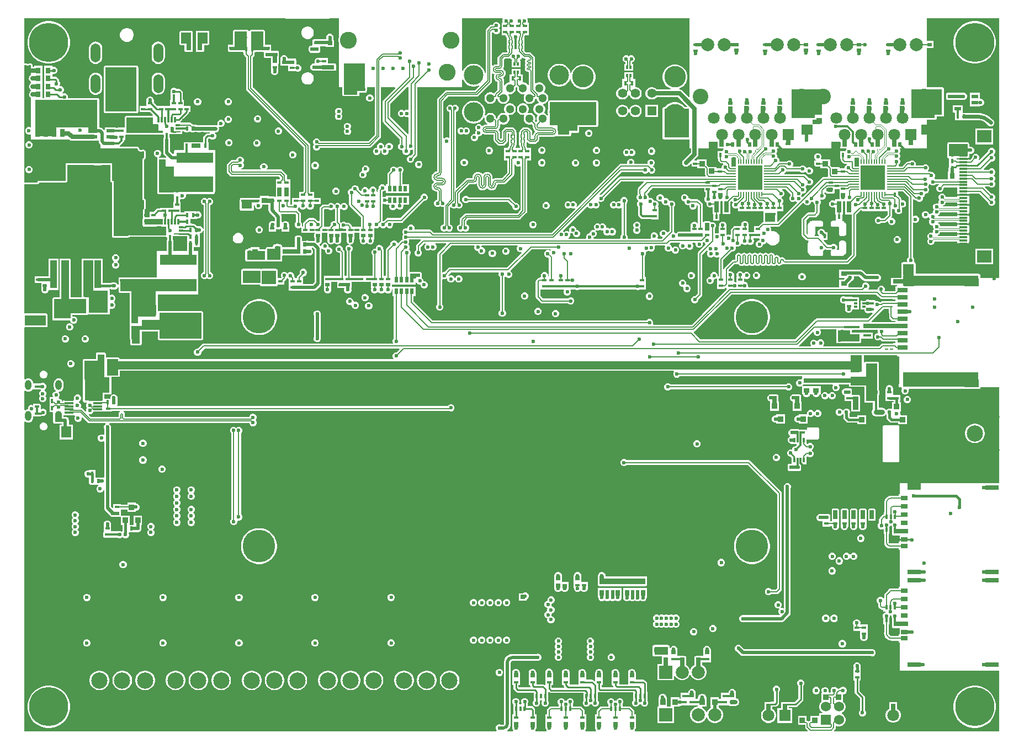
<source format=gbl>
G04*
G04 #@! TF.GenerationSoftware,Altium Limited,Altium Designer,23.4.1 (23)*
G04*
G04 Layer_Physical_Order=8*
G04 Layer_Color=16711680*
%FSLAX25Y25*%
%MOIN*%
G70*
G04*
G04 #@! TF.SameCoordinates,6A7C3DE4-8593-4091-87D5-6454EB1C75A9*
G04*
G04*
G04 #@! TF.FilePolarity,Positive*
G04*
G01*
G75*
%ADD14C,0.00500*%
%ADD15C,0.01000*%
%ADD21C,0.00600*%
%ADD25C,0.00700*%
%ADD37R,0.02500X0.01800*%
%ADD39R,0.03000X0.03500*%
%ADD42R,0.01575X0.02756*%
%ADD43R,0.01181X0.01968*%
%ADD45R,0.03228X0.03622*%
%ADD47R,0.01800X0.02500*%
%ADD55R,0.03740X0.03347*%
%ADD62R,0.02598X0.02165*%
%ADD68R,0.03500X0.03000*%
%ADD82R,0.02756X0.01575*%
%ADD86R,0.03937X0.03937*%
%ADD182C,0.09843*%
%ADD192C,0.02200*%
%ADD193C,0.00800*%
%ADD194C,0.00489*%
%ADD195C,0.00633*%
%ADD197C,0.01200*%
%ADD198C,0.01500*%
%ADD199C,0.02500*%
%ADD200C,0.02000*%
%ADD209C,0.01800*%
%ADD210C,0.00633*%
%ADD211C,0.01600*%
%ADD212C,0.03000*%
%ADD234R,0.02500X0.02000*%
%ADD235R,0.02358X0.01873*%
%ADD262R,0.03061X0.02366*%
%ADD266R,0.02366X0.03061*%
%ADD284R,0.03911X0.02366*%
%ADD295R,0.02367X0.03061*%
%ADD327R,0.03061X0.02353*%
%ADD342C,0.06000*%
%ADD343R,0.06000X0.06000*%
%ADD344C,0.19685*%
%ADD345C,0.10236*%
%ADD346C,0.07087*%
%ADD347R,0.07874X0.07874*%
%ADD348C,0.07874*%
%ADD349C,0.07087*%
%ADD350C,0.07874*%
%ADD351C,0.09449*%
%ADD352R,0.07087X0.07087*%
%ADD353O,0.03937X0.05906*%
%ADD354C,0.23622*%
%ADD355C,0.12992*%
%ADD356C,0.05512*%
%ADD357R,0.05512X0.05512*%
%ADD358C,0.11811*%
%ADD359C,0.05118*%
%ADD360O,0.05906X0.11417*%
%ADD361O,0.11417X0.05906*%
%ADD362C,0.05906*%
%ADD363R,0.06000X0.05906*%
%ADD364R,0.07087X0.07087*%
%ADD365C,0.09843*%
%ADD366C,0.02362*%
%ADD369C,0.00500*%
%ADD371C,0.00633*%
%ADD372C,0.05000*%
%ADD373R,0.03150X0.00787*%
%ADD374R,0.02165X0.02598*%
%ADD375R,0.03150X0.01181*%
%ADD376R,0.05906X0.00984*%
%ADD377R,0.01181X0.03642*%
%ADD378R,0.01378X0.07874*%
%ADD379R,0.06000X0.04000*%
%ADD380R,0.06000X0.07000*%
%ADD381R,0.22047X0.06102*%
%ADD382R,0.01575X0.05512*%
%ADD383R,0.00787X0.02362*%
%ADD384R,0.09449X0.11024*%
%ADD385R,0.05512X0.01181*%
%ADD386R,0.01575X0.03150*%
%ADD387R,0.02559X0.03543*%
%ADD388R,0.02087X0.03543*%
%ADD389R,0.08661X0.04724*%
%ADD390R,0.05906X0.06299*%
%ADD391R,0.05906X0.04724*%
%ADD392R,0.06299X0.02756*%
%ADD393R,0.03937X0.02362*%
%ADD394R,0.10118X0.10984*%
%ADD395R,0.00787X0.03150*%
%ADD396R,0.14961X0.14961*%
%ADD397R,0.02756X0.07087*%
%ADD398R,0.08661X0.07480*%
%ADD399R,0.05118X0.01181*%
%ADD400R,0.07000X0.06000*%
%ADD401R,0.02402X0.02343*%
%ADD402R,0.02756X0.04528*%
%ADD403R,0.02480X0.03543*%
%ADD404R,0.04528X0.01575*%
%ADD405R,0.04016X0.17008*%
%ADD406R,0.44016X0.39016*%
%ADD407R,0.04173X0.07165*%
%ADD408R,0.04000X0.06000*%
%ADD409R,0.04803X0.02441*%
%ADD410R,0.11811X0.06693*%
%ADD411R,0.07874X0.14961*%
%ADD412R,0.07874X0.05906*%
%ADD413R,0.08268X0.02756*%
%ADD414R,0.04488X0.03150*%
%ADD415R,0.06693X0.11811*%
%ADD416R,0.01181X0.03150*%
%ADD417R,0.03740X0.03543*%
%ADD418R,0.05197X0.04724*%
%ADD419R,0.01968X0.01181*%
%ADD420R,0.02461X0.00984*%
%ADD421R,0.02461X0.01772*%
%ADD422C,0.01700*%
%ADD423R,0.06401X0.01800*%
%ADD424R,0.02500X0.05341*%
%ADD425R,0.04193X0.05497*%
%ADD426R,0.07271X0.02000*%
%ADD427R,0.02750X0.03850*%
%ADD428R,0.02550X0.04656*%
%ADD429R,0.04841X0.02628*%
%ADD430R,0.28125X0.14032*%
%ADD431R,0.08893X0.11811*%
%ADD432R,0.04061X0.15557*%
%ADD433R,0.06800X0.09900*%
%ADD434R,0.10749X0.05466*%
%ADD435R,0.15096X0.09456*%
%ADD436R,0.25803X0.09736*%
%ADD437R,0.02661X0.02366*%
%ADD438R,0.05850X0.10970*%
%ADD439R,0.03435X0.02500*%
%ADD440R,0.61600X0.01800*%
%ADD441R,0.08198X0.03886*%
%ADD442R,0.12828X0.16738*%
%ADD443R,0.14089X0.01965*%
%ADD444R,0.03500X0.03101*%
%ADD445R,0.10643X0.07425*%
%ADD446R,0.26250X0.05154*%
%ADD447R,0.06508X0.03578*%
%ADD448R,0.05569X0.14064*%
%ADD449R,0.08069X0.01904*%
%ADD450R,0.01873X0.02358*%
%ADD451R,0.45668X0.09071*%
%ADD452R,0.45668X0.06437*%
%ADD453R,0.14255X0.17782*%
%ADD454R,0.07000X0.15830*%
%ADD455R,0.02358X0.02956*%
%ADD456R,0.02500X0.10384*%
%ADD457R,0.11630X0.06197*%
%ADD458R,0.06693X0.11755*%
%ADD459R,0.03000X0.02550*%
%ADD460R,0.02500X0.02650*%
%ADD461R,0.03150X0.05228*%
%ADD462R,0.06274X0.05799*%
%ADD463R,0.02500X0.10955*%
%ADD464R,0.13822X0.01810*%
%ADD465R,0.06418X0.01800*%
%ADD466R,0.02500X0.02550*%
%ADD467R,0.02572X0.04220*%
%ADD468R,0.10678X0.03770*%
%ADD469R,0.02366X0.06162*%
%ADD470R,0.06162X0.02366*%
%ADD471R,0.12800X0.08550*%
%ADD472R,0.03323X0.03528*%
%ADD473R,0.03057X0.08536*%
%ADD474R,0.03057X0.08437*%
%ADD475R,0.10613X0.02000*%
%ADD476R,0.06697X0.02000*%
%ADD477R,0.10613X0.01800*%
%ADD478R,0.06556X0.01800*%
%ADD479R,0.02380X0.05686*%
%ADD480R,0.06059X0.02143*%
%ADD481R,0.02000X0.02500*%
%ADD482R,0.07678X0.03100*%
%ADD483R,0.02500X0.05687*%
%ADD484R,0.15077X0.17482*%
%ADD485R,0.07000X0.03470*%
%ADD486R,0.11850X0.17482*%
%ADD487R,0.05651X0.02500*%
%ADD488R,0.01853X0.02411*%
%ADD489R,0.02366X0.02661*%
%ADD490R,0.10914X0.05589*%
%ADD491R,0.07834X0.06788*%
%ADD492R,0.10547X0.02999*%
%ADD493R,0.02473X0.09880*%
%ADD494R,0.08557X0.08479*%
%ADD495R,0.12596X0.06381*%
%ADD496R,0.12609X0.06380*%
%ADD497R,0.00014X0.00014*%
%ADD498R,0.05906X0.09054*%
%ADD499R,0.07611X0.06568*%
%ADD500R,0.07229X0.23650*%
%ADD501R,0.03871X0.19987*%
%ADD502R,0.07600X0.02500*%
%ADD503R,0.20050X0.13900*%
%ADD504R,0.06446X0.05772*%
%ADD505R,0.09589X0.01969*%
%ADD506R,0.12500X0.12588*%
%ADD507R,0.22670X0.04589*%
%ADD508R,0.07244X0.06600*%
%ADD509R,0.05906X0.06496*%
%ADD510R,0.44150X0.08816*%
%ADD511R,0.14819X0.14880*%
%ADD512R,0.14880X0.06908*%
%ADD513R,0.07858X0.02366*%
%ADD514R,0.46191X0.07530*%
%ADD515R,0.20126X0.06907*%
%ADD516R,0.22141X0.06629*%
%ADD517R,0.11126X0.03670*%
%ADD518R,0.22141X0.05644*%
%ADD519R,0.17753X0.10020*%
%ADD520R,0.07650X0.16081*%
%ADD521R,0.02366X0.03911*%
%ADD522R,0.01412X0.02366*%
%ADD523R,0.04761X0.26913*%
%ADD524R,0.11805X0.13191*%
%ADD525R,0.05864X0.22420*%
%ADD526R,0.04034X0.35507*%
%ADD527R,0.10136X0.07000*%
%ADD528R,0.19659X0.08611*%
%ADD529R,0.02366X0.03518*%
%ADD530R,0.02366X0.03168*%
%ADD531R,0.03952X0.02366*%
%ADD532R,0.18900X0.26700*%
%ADD533R,0.05588X0.20063*%
%ADD534R,0.37401X0.15883*%
%ADD535R,0.12756X0.10407*%
%ADD536R,0.07387X0.10606*%
%ADD537R,0.06053X0.06621*%
%ADD538R,0.03000X0.09904*%
%ADD539R,0.02845X0.06076*%
%ADD540R,0.07702X0.02211*%
%ADD541R,0.07189X0.02211*%
%ADD542R,0.10796X0.02211*%
%ADD543R,0.10594X0.02211*%
%ADD544R,0.11100X0.02211*%
%ADD545R,0.04604X0.02367*%
%ADD546R,0.03373X0.02358*%
%ADD547R,0.03373X0.02358*%
%ADD548R,0.02366X0.03562*%
%ADD549R,0.09486X0.02367*%
%ADD550R,0.04035X0.02367*%
%ADD551R,0.11197X0.07649*%
%ADD552R,0.06125X0.02367*%
%ADD553R,0.08091X0.04429*%
%ADD554R,0.02358X0.11469*%
%ADD555R,0.02819X0.02358*%
%ADD556R,0.03809X0.17207*%
%ADD557R,0.02507X0.02358*%
%ADD558R,0.03905X0.02367*%
%ADD559R,0.03405X0.02366*%
%ADD560R,0.32609X0.03100*%
%ADD561R,0.03405X0.02367*%
%ADD562R,0.02500X0.03085*%
%ADD563R,0.07642X0.02367*%
%ADD564R,0.06114X0.02366*%
%ADD565R,0.04981X0.02367*%
%ADD566R,0.04161X0.02366*%
%ADD567R,0.02500X0.02890*%
%ADD568R,0.02500X0.02020*%
%ADD569R,0.02500X0.04767*%
%ADD570R,0.03085X0.02500*%
%ADD571R,0.07486X0.01800*%
%ADD572R,0.06856X0.01800*%
%ADD573R,0.02500X0.03085*%
%ADD574R,0.07015X0.01800*%
%ADD575R,0.07356X0.01800*%
%ADD576R,0.07026X0.01800*%
%ADD577R,0.02500X0.02185*%
%ADD578R,0.03528X0.02393*%
%ADD579R,0.02500X0.08730*%
%ADD580R,0.02756X0.08730*%
%ADD581R,0.07825X0.01800*%
%ADD582R,0.08200X0.04758*%
%ADD583R,0.07308X0.01800*%
%ADD584R,0.06693X0.02121*%
%ADD585R,0.01575X0.04059*%
%ADD586R,0.02500X0.03351*%
%ADD587R,0.16430X0.03744*%
%ADD588R,0.12323X0.03743*%
%ADD589R,0.02890X0.02500*%
%ADD590R,0.02500X0.04867*%
%ADD591R,0.02358X0.02869*%
%ADD592R,0.02087X0.02869*%
%ADD593R,0.02500X0.03512*%
%ADD594R,0.02358X0.01874*%
%ADD595R,0.08307X0.01181*%
%ADD596R,0.04937X0.01181*%
%ADD597R,0.06495X0.13405*%
%ADD598R,0.09792X0.02500*%
%ADD599R,0.06051X0.01502*%
%ADD600R,0.03332X0.11850*%
%ADD601R,0.03894X0.02358*%
%ADD602R,0.06897X0.10198*%
%ADD603R,0.11755X0.02358*%
%ADD604R,0.01800X0.06797*%
%ADD605R,0.01873X0.02358*%
%ADD606R,0.26618X0.02756*%
%ADD607R,0.09341X0.01766*%
%ADD608R,0.11536X0.01575*%
%ADD609R,0.06793X0.01502*%
%ADD610R,0.07501X0.06797*%
%ADD611R,0.13032X0.01575*%
%ADD612R,0.02507X0.02358*%
%ADD613R,0.16158X0.05224*%
%ADD614R,0.06908X0.22688*%
%ADD615R,0.03228X0.07976*%
%ADD616R,0.07070X0.01800*%
%ADD617R,0.01781X0.10500*%
%ADD618R,0.01781X0.13153*%
%ADD619R,0.02161X0.02366*%
%ADD620R,0.02756X0.06822*%
%ADD621R,0.02756X0.06822*%
%ADD622R,0.08268X0.07308*%
%ADD623R,0.05276X0.02367*%
%ADD624R,0.05276X0.02366*%
%ADD625R,0.01181X0.06869*%
%ADD626R,0.01181X0.06869*%
%ADD627R,0.02500X0.05875*%
%ADD628R,0.02358X0.02507*%
%ADD629R,0.02360X0.02507*%
%ADD630R,0.02366X0.01761*%
%ADD631R,0.02367X0.01761*%
%ADD632R,0.08637X0.03150*%
%ADD633R,0.01575X0.03266*%
%ADD634R,0.08723X0.03150*%
%ADD635R,0.06649X0.01800*%
%ADD636R,0.04699X0.01800*%
G36*
X289931Y431551D02*
X289634Y430834D01*
Y429966D01*
X289792Y429583D01*
X289458Y429083D01*
X289151D01*
Y425283D01*
Y421583D01*
X291685D01*
X291747Y421106D01*
X292041Y420397D01*
X292188Y420205D01*
X292295Y419749D01*
X292295Y419749D01*
Y415387D01*
Y412238D01*
X292515D01*
X292661Y411738D01*
X292265Y411342D01*
X290216D01*
X290216Y411342D01*
X289703Y411240D01*
X289267Y410949D01*
X289267Y410949D01*
X287169Y408851D01*
X286878Y408416D01*
X286776Y407902D01*
X286776Y407902D01*
Y403930D01*
X285783D01*
Y403930D01*
X284995Y403826D01*
X284262Y403522D01*
X283842Y403200D01*
X283342Y403447D01*
Y423142D01*
X283583Y423350D01*
X284143Y423222D01*
X284151Y423202D01*
X284765Y422589D01*
X285566Y422257D01*
X286434D01*
X287235Y422589D01*
X287849Y423202D01*
X288181Y424004D01*
Y424872D01*
X287849Y425673D01*
X287553Y425969D01*
X287849Y426264D01*
X288181Y427066D01*
Y427934D01*
X287849Y428735D01*
X287235Y429349D01*
X286434Y429681D01*
X285566D01*
X284765Y429349D01*
X284151Y428735D01*
X283819Y427934D01*
Y427878D01*
X283033D01*
X283033Y427878D01*
X282519Y427775D01*
X282084Y427485D01*
X282084Y427485D01*
X279918Y425318D01*
X279627Y424883D01*
X279525Y424369D01*
X279525Y424369D01*
Y398976D01*
X279025Y398927D01*
X278908Y399514D01*
X278387Y400771D01*
X277632Y401902D01*
X276670Y402864D01*
X275539Y403620D01*
X274282Y404140D01*
X272948Y404405D01*
X271588D01*
X270253Y404140D01*
X268997Y403620D01*
X267866Y402864D01*
X266904Y401902D01*
X266148Y400771D01*
X265935Y400256D01*
X265435Y400355D01*
Y432051D01*
X289728D01*
X289931Y431551D01*
D02*
G37*
G36*
X402671Y384325D02*
X402209Y384134D01*
X398221Y388122D01*
X397477Y388619D01*
X396599Y388794D01*
X396300D01*
X396201Y389294D01*
X397370Y389778D01*
X398597Y390599D01*
X399641Y391643D01*
X400462Y392870D01*
X401027Y394235D01*
X401315Y395683D01*
Y397160D01*
X401027Y398608D01*
X400462Y399972D01*
X399641Y401200D01*
X398597Y402244D01*
X397370Y403064D01*
X396006Y403629D01*
X394557Y403917D01*
X393081D01*
X391633Y403629D01*
X390268Y403064D01*
X389040Y402244D01*
X387996Y401200D01*
X387176Y399972D01*
X386611Y398608D01*
X386323Y397160D01*
Y395683D01*
X386611Y394235D01*
X387176Y392870D01*
X387996Y391643D01*
X389040Y390599D01*
X390268Y389778D01*
X391437Y389294D01*
X391338Y388794D01*
X382855D01*
X382848Y388806D01*
X382149Y389506D01*
X381292Y390000D01*
X380337Y390256D01*
X379348D01*
X378393Y390000D01*
X377536Y389506D01*
X376837Y388806D01*
X376343Y387950D01*
X376087Y386995D01*
Y386005D01*
X376343Y385050D01*
X376837Y384194D01*
X377536Y383494D01*
X378393Y383000D01*
X379348Y382744D01*
X380337D01*
X381292Y383000D01*
X382149Y383494D01*
X382848Y384194D01*
X382855Y384206D01*
X395649D01*
X401180Y378675D01*
X400988Y378213D01*
X399770D01*
X399641Y378404D01*
X398597Y379449D01*
X397370Y380269D01*
X396006Y380834D01*
X394557Y381122D01*
X393081D01*
X391633Y380834D01*
X390268Y380269D01*
X389040Y379449D01*
X387996Y378404D01*
X387868Y378213D01*
X387323D01*
X386933Y378135D01*
X386602Y377914D01*
X386381Y377583D01*
X386303Y377193D01*
Y359711D01*
X386381Y359321D01*
X386602Y358990D01*
X386933Y358769D01*
X387323Y358692D01*
X402400D01*
X402671Y358469D01*
Y353305D01*
X403472D01*
Y350671D01*
X398923Y346122D01*
X398426Y345378D01*
X398252Y344500D01*
X398426Y343622D01*
X398923Y342878D01*
X399668Y342381D01*
X400546Y342206D01*
X401424Y342381D01*
X402168Y342878D01*
X403324Y344034D01*
X403786Y343843D01*
Y342107D01*
X407335D01*
Y341319D01*
X411272D01*
X412019Y340573D01*
Y337413D01*
X412116Y336926D01*
X412297Y336654D01*
X412097Y336154D01*
X360902Y336154D01*
X360902Y336154D01*
X360355Y336045D01*
X359892Y335736D01*
X359892Y335736D01*
X349313Y325156D01*
X348717D01*
X348600Y325108D01*
X348317Y325532D01*
X361539Y338754D01*
X374204D01*
X374625Y338332D01*
X375427Y338000D01*
X376295D01*
X377096Y338332D01*
X377507Y338743D01*
X377834Y338890D01*
X378160Y338743D01*
X378571Y338332D01*
X379373Y338000D01*
X380240D01*
X381042Y338332D01*
X381655Y338946D01*
X381988Y339747D01*
Y340615D01*
X381655Y341417D01*
X381042Y342030D01*
X380767Y342144D01*
X380717Y342665D01*
X381331Y343279D01*
X381663Y344080D01*
Y344948D01*
X381331Y345749D01*
X380717Y346363D01*
X379915Y346695D01*
X379048D01*
X378246Y346363D01*
X377632Y345749D01*
X377301Y344948D01*
Y344080D01*
X377173Y343890D01*
X369697D01*
X369419Y344305D01*
X369421Y344309D01*
Y345177D01*
X369089Y345979D01*
X368475Y346592D01*
X367673Y346924D01*
X366806D01*
X366004Y346592D01*
X365391Y345979D01*
X365059Y345177D01*
Y344309D01*
X365060Y344305D01*
X364783Y343890D01*
X361390D01*
X361390Y343890D01*
X360844Y343781D01*
X360381Y343472D01*
X360381Y343472D01*
X334760Y317851D01*
X334336Y318134D01*
X334557Y318666D01*
Y319534D01*
X334225Y320336D01*
X333611Y320949D01*
X332809Y321281D01*
X331942D01*
X331140Y320949D01*
X330845Y320653D01*
X330549Y320949D01*
X329747Y321281D01*
X328880D01*
X328078Y320949D01*
X327464Y320336D01*
X327132Y319534D01*
Y318666D01*
X327464Y317864D01*
X328078Y317251D01*
X328880Y316919D01*
X329747D01*
X330549Y317251D01*
X330845Y317547D01*
X331140Y317251D01*
X331942Y316919D01*
X332809D01*
X333342Y317139D01*
X333625Y316715D01*
X319229Y302320D01*
X248194D01*
X246843Y303672D01*
X246380Y303981D01*
X245833Y304090D01*
X245833Y304090D01*
X236844D01*
X236566Y304505D01*
X236581Y304542D01*
Y305409D01*
X236249Y306211D01*
X235635Y306824D01*
X234834Y307156D01*
X233966D01*
X233164Y306824D01*
X232551Y306211D01*
X232219Y305409D01*
Y305093D01*
X231803Y304815D01*
X231734Y304843D01*
X230866D01*
X230065Y304511D01*
X229451Y303898D01*
X229119Y303096D01*
Y302228D01*
X229451Y301427D01*
X229766Y301112D01*
X229482Y300828D01*
X229150Y300026D01*
Y299159D01*
X229440Y298459D01*
X229434Y298363D01*
X229333Y298115D01*
X229212Y297920D01*
X228859Y297850D01*
X228396Y297541D01*
X228396Y297540D01*
X226852Y295996D01*
X226262Y296113D01*
X226097Y296510D01*
X225484Y297124D01*
X224682Y297456D01*
X223815D01*
X223013Y297124D01*
X222399Y296510D01*
X222067Y295708D01*
Y295112D01*
X219598Y292643D01*
X219289Y292180D01*
X219180Y291634D01*
X219180Y291634D01*
Y276292D01*
X217979D01*
Y291421D01*
X217979Y291421D01*
X217870Y291967D01*
X217561Y292430D01*
X217561Y292430D01*
X217482Y292508D01*
Y293105D01*
X217150Y293906D01*
X216537Y294520D01*
X215735Y294852D01*
X214867D01*
X214066Y294520D01*
X213452Y293906D01*
X213120Y293105D01*
Y292612D01*
X212299D01*
X211498Y292280D01*
X210884Y291667D01*
X210552Y290865D01*
Y289997D01*
X210884Y289196D01*
X211306Y288774D01*
Y276311D01*
X207188D01*
X207090Y276292D01*
X205731D01*
X205632Y276311D01*
X198413D01*
Y291014D01*
X198834Y291435D01*
X199167Y292237D01*
Y293105D01*
X198834Y293906D01*
X198221Y294520D01*
X197740Y294719D01*
X197840Y295219D01*
X198309D01*
X199111Y295551D01*
X199724Y296164D01*
X200056Y296966D01*
Y297834D01*
X200008Y297950D01*
X200125Y298450D01*
X200125D01*
Y299351D01*
X200145Y299450D01*
Y301450D01*
X200125Y301548D01*
Y302150D01*
X203428D01*
Y301549D01*
X203408Y301450D01*
Y299450D01*
X203428Y299352D01*
Y298450D01*
X203428D01*
X203628Y298151D01*
X203497Y297834D01*
Y296966D01*
X203829Y296164D01*
X204443Y295551D01*
X205244Y295219D01*
X206112D01*
X206913Y295551D01*
X207527Y296164D01*
X207529Y296169D01*
X208029D01*
X208031Y296164D01*
X208644Y295551D01*
X209446Y295219D01*
X210313D01*
X211115Y295551D01*
X211729Y296164D01*
X212061Y296966D01*
Y297834D01*
X211929Y298151D01*
X212130Y298450D01*
X212130D01*
Y299352D01*
X212149Y299450D01*
Y301450D01*
X212130Y301549D01*
Y305061D01*
X212630Y305308D01*
X213270Y305043D01*
X214138D01*
X214940Y305375D01*
X215346Y305781D01*
X215673Y305933D01*
X216000Y305781D01*
X216406Y305375D01*
X217208Y305043D01*
X218075D01*
X218877Y305375D01*
X219283Y305781D01*
X219610Y305933D01*
X219936Y305781D01*
X220343Y305375D01*
X221145Y305043D01*
X222012D01*
X222814Y305375D01*
X223427Y305988D01*
X223760Y306790D01*
Y307658D01*
X223675Y307862D01*
X223953Y308278D01*
X228605D01*
X228605Y308278D01*
X229151Y308386D01*
X229614Y308696D01*
X242338Y321419D01*
X242934D01*
X243736Y321751D01*
X244349Y322364D01*
X244681Y323166D01*
Y324034D01*
X244349Y324835D01*
X243736Y325449D01*
X242934Y325781D01*
X242066D01*
X241265Y325449D01*
X240651Y324835D01*
X240319Y324034D01*
Y323438D01*
X228014Y311132D01*
X220123D01*
X220123Y311132D01*
X219576Y311024D01*
X219113Y310714D01*
X219113Y310714D01*
X217804Y309405D01*
X217239D01*
Y319566D01*
X217739Y319880D01*
X218266Y319662D01*
X219134D01*
X219363Y319509D01*
Y319107D01*
X221188D01*
X221465Y318691D01*
X221391Y318512D01*
Y317644D01*
X221723Y316842D01*
X222337Y316229D01*
X223138Y315897D01*
X224006D01*
X224808Y316229D01*
X225421Y316842D01*
X225501Y317035D01*
X225520Y317047D01*
X226075Y317114D01*
X226520Y316670D01*
X227322Y316338D01*
X228189D01*
X228991Y316670D01*
X229604Y317283D01*
X229936Y318085D01*
Y318953D01*
X230040Y319107D01*
X233292D01*
Y324651D01*
X219363D01*
Y324177D01*
X219134Y324024D01*
X218266D01*
X217739Y323806D01*
X217239Y324120D01*
Y327141D01*
X217623D01*
X218424Y327473D01*
X218863Y327912D01*
X219363Y327705D01*
Y326076D01*
X233292D01*
Y331619D01*
X229330D01*
Y338524D01*
X229751Y338946D01*
X230083Y339747D01*
Y340615D01*
X229751Y341417D01*
X229138Y342030D01*
X228336Y342362D01*
X227468D01*
X226667Y342030D01*
X226278Y341641D01*
X225951Y341470D01*
X225624Y341641D01*
X225236Y342030D01*
X224434Y342362D01*
X223566D01*
X222764Y342030D01*
X222151Y341417D01*
X221819Y340615D01*
Y339748D01*
X220594Y338523D01*
X220284Y338060D01*
X220176Y337513D01*
X220176Y337513D01*
Y331619D01*
X219363D01*
Y330940D01*
X218863Y330733D01*
X218424Y331171D01*
X217623Y331504D01*
X216755D01*
X215953Y331171D01*
X215340Y330558D01*
X215008Y329756D01*
Y329160D01*
X214803Y328955D01*
X214493Y328492D01*
X214385Y327946D01*
X214385Y327946D01*
Y327381D01*
X213944Y327014D01*
X213657Y327513D01*
X213672Y327549D01*
Y328417D01*
X213340Y329218D01*
X212727Y329832D01*
X211925Y330164D01*
X211057D01*
X210256Y329832D01*
X209642Y329218D01*
X209310Y328417D01*
Y328304D01*
X208810Y328204D01*
X208530Y328880D01*
X207917Y329494D01*
X207115Y329826D01*
X206247D01*
X205446Y329494D01*
X204832Y328880D01*
X204500Y328078D01*
Y327728D01*
X204000Y327520D01*
X202836Y328685D01*
Y329281D01*
X202503Y330083D01*
X201890Y330696D01*
X201088Y331028D01*
X200221D01*
X199419Y330696D01*
X198805Y330083D01*
X198473Y329281D01*
Y328888D01*
X198030D01*
X197229Y328556D01*
X196615Y327943D01*
X196283Y327141D01*
Y326273D01*
X196615Y325472D01*
X197037Y325050D01*
Y319331D01*
X197037Y319331D01*
X197145Y318784D01*
X197455Y318321D01*
X204251Y311526D01*
Y305950D01*
X199527D01*
X199527Y305950D01*
Y305950D01*
X199527Y305950D01*
X199062Y306035D01*
X199019Y306251D01*
X198709Y306714D01*
X198709Y306714D01*
X197583Y307840D01*
X197120Y308150D01*
X196573Y308259D01*
X196573Y308259D01*
X195427D01*
X195005Y308680D01*
X194203Y309012D01*
X193336D01*
X192534Y308680D01*
X192218Y308365D01*
X191534Y309049D01*
Y316421D01*
X191749Y316635D01*
X192076Y316787D01*
X192402Y316635D01*
X192808Y316229D01*
X193610Y315897D01*
X194478D01*
X195280Y316229D01*
X195893Y316842D01*
X196225Y317644D01*
Y318512D01*
X195893Y319313D01*
X195280Y319927D01*
X194478Y320259D01*
X193610D01*
X192808Y319927D01*
X192402Y319520D01*
X192076Y319369D01*
X191749Y319520D01*
X191342Y319927D01*
X190541Y320259D01*
X189673D01*
X188872Y319927D01*
X188465Y319520D01*
X188138Y319369D01*
X187812Y319520D01*
X187406Y319927D01*
X186604Y320259D01*
X185736D01*
X184934Y319927D01*
X184413Y319405D01*
X181754D01*
X181208Y319296D01*
X180745Y318987D01*
X180745Y318987D01*
X179539Y317782D01*
X179230Y317319D01*
X179121Y316772D01*
X179121Y316772D01*
Y309683D01*
X178705Y309405D01*
X178705Y309405D01*
X178109D01*
X176800Y310714D01*
X176799Y310714D01*
X176336Y311024D01*
X176336Y311024D01*
X176336Y311024D01*
X175790Y311132D01*
X175790Y311132D01*
X172828D01*
X172281Y311024D01*
X171818Y310714D01*
X171818Y310714D01*
X169701Y308597D01*
X169392Y308134D01*
X169283Y307588D01*
X169283Y307588D01*
Y306064D01*
X168783Y306027D01*
X168500Y306450D01*
X168641Y306790D01*
Y307658D01*
X168309Y308459D01*
X167888Y308881D01*
Y313632D01*
X167888Y313632D01*
X167779Y314178D01*
X167470Y314641D01*
X167470Y314641D01*
X166233Y315878D01*
X166158Y315927D01*
X166095Y316571D01*
X166366Y316842D01*
X166673Y317582D01*
X166886Y317639D01*
X167193Y317632D01*
X167325Y317313D01*
X167939Y316699D01*
X168741Y316367D01*
X169608D01*
X170410Y316699D01*
X171024Y317313D01*
X171124Y317554D01*
X171665D01*
X171765Y317313D01*
X172378Y316699D01*
X173180Y316367D01*
X174047D01*
X174849Y316699D01*
X175463Y317313D01*
X175795Y318114D01*
Y318982D01*
X175747Y319097D01*
X176025Y319513D01*
X179984D01*
Y323313D01*
X175794D01*
Y327013D01*
X173699D01*
Y355067D01*
X173699Y355067D01*
X173591Y355613D01*
X173281Y356076D01*
X139027Y390330D01*
Y408299D01*
X139559Y408831D01*
X139559Y408831D01*
X139869Y409294D01*
X139977Y409840D01*
Y411098D01*
X140450D01*
Y411571D01*
X145242D01*
X145530Y411101D01*
Y408890D01*
X145550Y408792D01*
Y408348D01*
X145709D01*
X145829Y408169D01*
X146160Y407948D01*
X146550Y407871D01*
X149875D01*
Y405024D01*
X149889Y404954D01*
Y400380D01*
X149934D01*
Y399618D01*
X149958Y399499D01*
Y399185D01*
X150290Y398383D01*
X150904Y397769D01*
X151705Y397437D01*
X152573D01*
X153375Y397769D01*
X153988Y398383D01*
X154320Y399185D01*
Y399519D01*
X154340Y399618D01*
Y400380D01*
X154389D01*
Y404256D01*
X154460Y404304D01*
X154681Y404634D01*
X154759Y405024D01*
Y411101D01*
X154681Y411491D01*
X154460Y411822D01*
X154460Y411822D01*
X154460Y411822D01*
X154389Y411869D01*
Y412148D01*
X150376D01*
X150070Y412590D01*
Y414801D01*
X150050Y414899D01*
Y415848D01*
X146302D01*
Y423984D01*
X146225Y424374D01*
X146004Y424705D01*
X145673Y424926D01*
X145283Y425004D01*
X137896D01*
X137506Y424926D01*
X137175Y424705D01*
X136954Y424374D01*
X136919Y424199D01*
X136410D01*
X136375Y424374D01*
X136154Y424705D01*
X135823Y424926D01*
X135433Y425004D01*
X128046D01*
X127656Y424926D01*
X127325Y424705D01*
X127104Y424374D01*
X127027Y423984D01*
Y415848D01*
X123839D01*
Y414899D01*
X123820Y414801D01*
Y412590D01*
X123839Y412492D01*
Y412048D01*
X123999D01*
X124118Y411869D01*
X124449Y411648D01*
X124839Y411571D01*
X132950D01*
Y411098D01*
X133423D01*
Y410340D01*
X133423Y410340D01*
X133531Y409794D01*
X133841Y409331D01*
X134873Y408299D01*
Y389200D01*
X134872Y389200D01*
X134981Y388654D01*
X135291Y388191D01*
X169522Y353959D01*
Y327499D01*
X169036Y327013D01*
X166905D01*
Y323313D01*
X162715D01*
Y319513D01*
X162260Y319405D01*
X161981D01*
X161525Y319513D01*
Y324114D01*
X161545Y324213D01*
Y329900D01*
X161525Y329998D01*
Y334600D01*
X159508D01*
Y336939D01*
X159508Y336939D01*
X159399Y337485D01*
X159090Y337948D01*
X159090Y337948D01*
X157029Y340009D01*
X156566Y340319D01*
X156020Y340427D01*
X156019Y340427D01*
X147611D01*
X147420Y340889D01*
X147464Y340934D01*
X147796Y341736D01*
Y342603D01*
X147464Y343405D01*
X146851Y344018D01*
X146049Y344351D01*
X145181D01*
X144380Y344018D01*
X143766Y343405D01*
X143434Y342603D01*
Y341736D01*
X143766Y340934D01*
X143811Y340889D01*
X143619Y340427D01*
X132031D01*
X131931Y340927D01*
X132517Y341170D01*
X133130Y341783D01*
X133462Y342585D01*
Y343453D01*
X133130Y344254D01*
X132834Y344550D01*
X133130Y344846D01*
X133462Y345647D01*
Y346515D01*
X133130Y347317D01*
X132517Y347930D01*
X131715Y348262D01*
X130847D01*
X130046Y347930D01*
X129432Y347317D01*
X129100Y346515D01*
Y346377D01*
X126562D01*
X126561Y346377D01*
X126015Y346269D01*
X125552Y345959D01*
X125552Y345959D01*
X123579Y343986D01*
X123269Y343523D01*
X123161Y342977D01*
X123161Y342977D01*
Y339273D01*
X123161Y339273D01*
X123269Y338727D01*
X123579Y338264D01*
X125152Y336691D01*
X125152Y336691D01*
X125615Y336381D01*
X126162Y336273D01*
X126162Y336273D01*
X154544D01*
X155338Y335479D01*
Y334970D01*
X154967Y334600D01*
X152836D01*
Y329998D01*
X152816Y329900D01*
Y324271D01*
X152642Y324146D01*
X152366Y324041D01*
X152336Y324037D01*
X152084Y324205D01*
X151693Y324283D01*
X148666D01*
Y324563D01*
X143166D01*
Y323792D01*
X143073Y323653D01*
X143006Y323313D01*
X141734D01*
X141547Y323350D01*
X137480D01*
X137375Y323329D01*
X132105D01*
X132023Y323313D01*
X131150D01*
Y322637D01*
X131085Y322310D01*
Y316538D01*
X131163Y316147D01*
X131384Y315817D01*
X131714Y315596D01*
X132105Y315518D01*
X138550D01*
X138940Y315596D01*
X139271Y315817D01*
X139492Y316147D01*
X139570Y316538D01*
Y319051D01*
X139675Y319083D01*
X140157Y318707D01*
Y318173D01*
X140489Y317371D01*
X141103Y316757D01*
X141904Y316425D01*
X142772D01*
X143574Y316757D01*
X144187Y317371D01*
X144519Y318173D01*
Y319040D01*
X144588Y319143D01*
X148404D01*
Y315910D01*
X148559Y315130D01*
X149002Y314468D01*
X152313Y311156D01*
Y309436D01*
X151813Y309153D01*
X151234Y309392D01*
X150366D01*
X149565Y309061D01*
X148951Y308447D01*
X148829Y308154D01*
X148798Y308132D01*
X148577Y307802D01*
X148499Y307411D01*
Y306650D01*
X148450D01*
Y302850D01*
X152950D01*
Y304179D01*
X153450Y304513D01*
X153919Y304319D01*
X154786D01*
X155588Y304651D01*
X155849Y304911D01*
X156349Y304704D01*
Y302850D01*
X160849D01*
Y306650D01*
X160803D01*
Y307411D01*
X160780Y307530D01*
Y307645D01*
X160736Y307751D01*
X160726Y307802D01*
X160697Y307844D01*
X160448Y308447D01*
X159834Y309061D01*
X159032Y309392D01*
X158165D01*
X157363Y309061D01*
X156892Y308589D01*
X156392Y308790D01*
Y312001D01*
X156237Y312781D01*
X156090Y313000D01*
X156326Y313441D01*
X164632D01*
X165033Y313040D01*
Y308881D01*
X164611Y308459D01*
X164279Y307658D01*
Y306790D01*
X164611Y305988D01*
X165225Y305375D01*
X166026Y305043D01*
X166894D01*
X167696Y305375D01*
X167816Y305495D01*
X168316Y305288D01*
Y302150D01*
X172218D01*
Y302150D01*
X176119D01*
Y301549D01*
X176100Y301450D01*
Y299450D01*
X176119Y299352D01*
Y298450D01*
X176119D01*
X176236Y297950D01*
X176188Y297834D01*
Y297357D01*
X176069Y297259D01*
X174023D01*
X173681Y297401D01*
X172813D01*
X172697Y297353D01*
X172197Y297470D01*
Y297470D01*
X171295D01*
X171197Y297490D01*
X169197D01*
X168716Y297770D01*
Y299450D01*
X168639Y299840D01*
X168418Y300171D01*
X168087Y300392D01*
X167697Y300469D01*
X165224D01*
X164833Y300392D01*
X164503Y300171D01*
X164282Y299840D01*
X164204Y299450D01*
Y293589D01*
X156950D01*
X156626Y293855D01*
Y294170D01*
X156548Y294560D01*
X156327Y294891D01*
X155997Y295112D01*
X155606Y295190D01*
X155095D01*
X155035Y295249D01*
X154234Y295581D01*
X153366D01*
X152565Y295249D01*
X152505Y295190D01*
X152106D01*
X151716Y295112D01*
X151385Y294891D01*
X151164Y294560D01*
X151087Y294170D01*
Y293589D01*
X147773D01*
X147382Y293511D01*
X147052Y293290D01*
X146831Y292959D01*
X146782Y292713D01*
X146364Y292390D01*
X143050D01*
Y293569D01*
X137550D01*
Y292881D01*
X136766D01*
X135965Y292549D01*
X135805Y292390D01*
X135450D01*
X135060Y292312D01*
X134729Y292091D01*
X134508Y291760D01*
X134430Y291370D01*
Y285781D01*
X134508Y285391D01*
X134729Y285060D01*
X135060Y284839D01*
X135450Y284762D01*
X146364D01*
X146755Y284839D01*
X147069Y285049D01*
X147382Y284839D01*
X147773Y284762D01*
X155606D01*
X155997Y284839D01*
X156327Y285060D01*
X156548Y285391D01*
X156626Y285781D01*
Y288165D01*
X156950Y288550D01*
X167697D01*
X167795Y288570D01*
X169098D01*
X169197Y288550D01*
X171197D01*
X171295Y288570D01*
X172197D01*
Y288570D01*
X172697Y288687D01*
X172813Y288639D01*
X173681D01*
X174482Y288971D01*
X175096Y289584D01*
X175428Y290386D01*
Y291254D01*
X175096Y292056D01*
X174482Y292669D01*
X174454Y292681D01*
X174553Y293181D01*
X175224D01*
X176330Y292075D01*
Y272414D01*
X175130Y271214D01*
X169309D01*
Y274775D01*
X169086D01*
X168879Y275275D01*
X169662Y276058D01*
X169859D01*
X170660Y276390D01*
X171274Y277004D01*
X171606Y277805D01*
Y278673D01*
X171274Y279475D01*
X170660Y280088D01*
X169859Y280420D01*
X168991D01*
X168189Y280088D01*
X167576Y279475D01*
X167244Y278673D01*
Y277805D01*
X167281Y277714D01*
X165957Y276390D01*
X165648Y275927D01*
X165539Y275381D01*
X165539Y275381D01*
Y274775D01*
X164428D01*
Y274862D01*
X164319Y275408D01*
X164009Y275871D01*
X164009Y275871D01*
X163821Y276060D01*
Y276705D01*
X163489Y277507D01*
X162875Y278120D01*
X162073Y278452D01*
X161206D01*
X160404Y278120D01*
X159929Y277646D01*
X159849Y277662D01*
X159236Y278275D01*
X158434Y278607D01*
X157566D01*
X156764Y278275D01*
X156151Y277662D01*
X155819Y276860D01*
Y275992D01*
X156151Y275191D01*
X156162Y275180D01*
X155859Y274775D01*
X153905D01*
Y279400D01*
X153828Y279790D01*
X153606Y280121D01*
X153276Y280342D01*
X152886Y280420D01*
X150278D01*
X150175Y280462D01*
X149308D01*
X149205Y280420D01*
X144329D01*
X143961Y280346D01*
X143593Y280420D01*
X132950D01*
X132560Y280342D01*
X132229Y280121D01*
X132008Y279790D01*
X131930Y279400D01*
Y271975D01*
X131950Y271877D01*
Y270975D01*
X132852D01*
X132950Y270956D01*
X143309D01*
Y270921D01*
X143387Y270531D01*
X143608Y270200D01*
X143939Y269979D01*
X143998Y269967D01*
Y269921D01*
X144230D01*
X144329Y269901D01*
X152886D01*
X153276Y269979D01*
X153606Y270200D01*
X153828Y270531D01*
X153905Y270921D01*
Y270975D01*
X157950D01*
Y272757D01*
X158926Y273733D01*
X158926Y273733D01*
X159236Y274196D01*
X159330Y274672D01*
X159710Y275052D01*
X159791Y275036D01*
X160404Y274422D01*
X160750Y274279D01*
Y270975D01*
Y267275D01*
X162301D01*
X163000Y267136D01*
X175975D01*
X176755Y267291D01*
X177417Y267733D01*
X179811Y270127D01*
X180253Y270789D01*
X180408Y271569D01*
Y292417D01*
X180908Y292624D01*
X181282Y292251D01*
X182084Y291919D01*
X182384D01*
X182473Y291785D01*
Y290917D01*
X182805Y290116D01*
X183419Y289502D01*
X184221Y289170D01*
X185088D01*
X185890Y289502D01*
X186503Y290116D01*
X186836Y290917D01*
Y291785D01*
X186503Y292587D01*
X185890Y293200D01*
X185088Y293532D01*
X184788D01*
X184698Y293666D01*
Y294534D01*
X184367Y295336D01*
X183753Y295949D01*
X182951Y296281D01*
X182084D01*
X181282Y295949D01*
X180668Y295336D01*
X180336Y294534D01*
Y294476D01*
X179836Y294324D01*
X179811Y294362D01*
X179228Y294945D01*
X179326Y295435D01*
X179605Y295551D01*
X180218Y296164D01*
X180550Y296966D01*
Y297834D01*
X180502Y297950D01*
X180619Y298450D01*
X180619D01*
Y299352D01*
X180639Y299450D01*
Y301450D01*
X180619Y301549D01*
Y302150D01*
X183921D01*
Y301549D01*
X183901Y301450D01*
Y299450D01*
X183921Y299352D01*
Y298450D01*
X183921D01*
X184038Y297950D01*
X183990Y297834D01*
Y296966D01*
X184321Y296164D01*
X184935Y295551D01*
X185737Y295219D01*
X186604D01*
X187406Y295551D01*
X187795Y295940D01*
X188121Y296111D01*
X188448Y295940D01*
X188837Y295551D01*
X189638Y295219D01*
X190506D01*
X191308Y295551D01*
X191921Y296164D01*
X192253Y296966D01*
Y297834D01*
X192205Y297950D01*
X192322Y298450D01*
X192322D01*
Y299352D01*
X192342Y299450D01*
Y301450D01*
X192322Y301549D01*
Y302130D01*
X195224D01*
X195625Y301797D01*
Y301548D01*
X195606Y301450D01*
Y299450D01*
X195625Y299351D01*
Y298450D01*
X195625D01*
X195742Y297950D01*
X195694Y297834D01*
Y296966D01*
X196026Y296164D01*
X196640Y295551D01*
X197120Y295352D01*
X197021Y294852D01*
X196552D01*
X195750Y294520D01*
X195136Y293906D01*
X194804Y293105D01*
Y292237D01*
X195136Y291435D01*
X195558Y291014D01*
Y276311D01*
X195019D01*
X194921Y276292D01*
X194414D01*
Y290514D01*
X194414Y290514D01*
X194305Y291060D01*
X193995Y291523D01*
X193995Y291523D01*
X193281Y292238D01*
Y292834D01*
X192949Y293636D01*
X192335Y294249D01*
X191534Y294581D01*
X190666D01*
X189865Y294249D01*
X189251Y293636D01*
X188919Y292834D01*
Y291966D01*
X189251Y291164D01*
X189865Y290551D01*
X190666Y290219D01*
X191262D01*
X191559Y289923D01*
Y276311D01*
X182850D01*
X182752Y276292D01*
X181850D01*
Y275390D01*
X181830Y275292D01*
Y273492D01*
X181850Y273393D01*
Y271890D01*
X181830Y271792D01*
Y269792D01*
X181850Y269693D01*
Y268792D01*
X181850D01*
X182050Y268492D01*
X181919Y268176D01*
Y267308D01*
X182251Y266506D01*
X182864Y265893D01*
X183666Y265561D01*
X184534D01*
X185336Y265893D01*
X185949Y266506D01*
X186281Y267308D01*
Y268176D01*
X186150Y268492D01*
X186350Y268792D01*
X186350D01*
Y269693D01*
X186370Y269792D01*
Y271792D01*
X186350Y271890D01*
Y272472D01*
X189822D01*
Y271890D01*
X189802Y271792D01*
Y269792D01*
X189822Y269693D01*
Y268792D01*
X190723D01*
X190822Y268772D01*
X193831D01*
X194128Y268272D01*
X194088Y268176D01*
Y267308D01*
X194420Y266506D01*
X195034Y265893D01*
X195835Y265561D01*
X196703D01*
X197505Y265893D01*
X198118Y266506D01*
X198450Y267308D01*
Y268176D01*
X198402Y268292D01*
X198519Y268792D01*
X198519D01*
Y269693D01*
X198539Y269792D01*
Y271792D01*
X198519Y271890D01*
Y272472D01*
X205632D01*
X205731Y272492D01*
X207090D01*
X207188Y272472D01*
X210245D01*
Y271890D01*
X210225Y271792D01*
Y269792D01*
X210245Y269693D01*
Y268792D01*
X210245D01*
X210445Y268492D01*
X210314Y268176D01*
Y267308D01*
X210646Y266506D01*
X211259Y265893D01*
X212061Y265561D01*
X212929D01*
X213730Y265893D01*
X214214Y266377D01*
X214523Y266459D01*
X214831Y266377D01*
X215316Y265893D01*
X216117Y265561D01*
X216985D01*
X217787Y265893D01*
X218271Y266377D01*
X218579Y266459D01*
X218888Y266377D01*
X219372Y265893D01*
X220174Y265561D01*
X221041D01*
X221843Y265893D01*
X222457Y266506D01*
X222789Y267308D01*
Y268176D01*
X222735Y268304D01*
X222793Y268368D01*
X223293Y268176D01*
Y264007D01*
X224106D01*
Y238338D01*
X223684Y237916D01*
X223352Y237115D01*
Y236247D01*
X223567Y235728D01*
X223249Y235227D01*
X109300D01*
X109300Y235227D01*
X108754Y235119D01*
X108291Y234809D01*
X108291Y234809D01*
X105762Y232281D01*
X105166D01*
X104365Y231949D01*
X103751Y231335D01*
X103419Y230534D01*
Y229666D01*
X103751Y228865D01*
X104365Y228251D01*
X105166Y227919D01*
X106034D01*
X106835Y228251D01*
X107449Y228865D01*
X107781Y229666D01*
Y230262D01*
X109891Y232373D01*
X227434D01*
X227625Y231911D01*
X225696Y229981D01*
X225099D01*
X224298Y229649D01*
X223684Y229035D01*
X223352Y228234D01*
Y227366D01*
X223684Y226565D01*
X223931Y226317D01*
X223724Y225817D01*
X58720D01*
Y226000D01*
X58642Y226390D01*
X58421Y226721D01*
X58090Y226942D01*
X57700Y227020D01*
X50900D01*
X50720Y226984D01*
X50220Y227304D01*
Y228800D01*
X50142Y229190D01*
X49921Y229521D01*
X49590Y229742D01*
X49200Y229820D01*
X45139D01*
X44748Y229742D01*
X44418Y229521D01*
X44197Y229190D01*
X44119Y228800D01*
Y226073D01*
X37300D01*
X36910Y225995D01*
X36579Y225774D01*
X36358Y225444D01*
X36280Y225054D01*
Y213243D01*
X36358Y212852D01*
X36400Y212790D01*
Y206194D01*
Y200728D01*
X36477Y200337D01*
X36698Y200007D01*
X37029Y199785D01*
X37419Y199708D01*
X38609D01*
X38801Y199246D01*
X38718Y199163D01*
X38386Y198362D01*
Y197494D01*
X38718Y196692D01*
X39013Y196397D01*
X38718Y196101D01*
X38386Y195299D01*
Y194526D01*
X38120Y194345D01*
X37924Y194281D01*
X36261Y195944D01*
X35826Y196235D01*
X35312Y196337D01*
X35312Y196337D01*
X35302D01*
X34989Y196837D01*
X35208Y197366D01*
Y198234D01*
X34876Y199036D01*
X34262Y199649D01*
X33997Y199759D01*
Y200300D01*
X34262Y200410D01*
X34876Y201023D01*
X35208Y201825D01*
Y202693D01*
X34876Y203494D01*
X34262Y204108D01*
X33461Y204440D01*
X32593D01*
X31791Y204108D01*
X31178Y203494D01*
X30846Y202693D01*
Y201825D01*
X31005Y201440D01*
X30671Y200940D01*
X24334D01*
Y200327D01*
X23854Y200277D01*
X23522Y201079D01*
X22909Y201693D01*
X22107Y202025D01*
X21816D01*
X21609Y202525D01*
X22049Y202964D01*
X22381Y203766D01*
Y204634D01*
X22049Y205435D01*
X21709Y205775D01*
X21899Y206293D01*
X22448Y206365D01*
X23170Y206664D01*
X23790Y207140D01*
X24266Y207760D01*
X24565Y208482D01*
X24667Y209257D01*
Y211226D01*
X24565Y212001D01*
X24266Y212723D01*
X23790Y213343D01*
X23170Y213819D01*
X22448Y214118D01*
X21673Y214220D01*
X20898Y214118D01*
X20176Y213819D01*
X19556Y213343D01*
X19080Y212723D01*
X18781Y212001D01*
X18679Y211226D01*
Y209257D01*
X18781Y208482D01*
X19080Y207760D01*
X19556Y207140D01*
X19894Y206881D01*
X19798Y206508D01*
X19739Y206370D01*
X18965Y206049D01*
X18351Y205435D01*
X18019Y204634D01*
Y203766D01*
X18169Y203404D01*
X17891Y202989D01*
X15929D01*
Y198233D01*
Y193866D01*
X18027D01*
X18430Y193366D01*
X18429Y193362D01*
Y187865D01*
X18506Y187474D01*
X18727Y187144D01*
X19058Y186923D01*
X19448Y186845D01*
X20801D01*
X20900Y186825D01*
X23718D01*
Y186252D01*
X22146D01*
Y177252D01*
X30146D01*
Y186252D01*
X27797D01*
Y188865D01*
X27658Y189564D01*
Y190715D01*
X26589D01*
X26538Y190749D01*
X25758Y190904D01*
X24667D01*
Y191853D01*
X31332D01*
X31481Y191591D01*
X31568Y191353D01*
X31256Y190602D01*
Y189734D01*
X31588Y188932D01*
X32202Y188319D01*
X33004Y187987D01*
X33871D01*
X34673Y188319D01*
X35287Y188932D01*
X35618Y189734D01*
Y190481D01*
X35972Y190697D01*
X36080Y190726D01*
X39241Y187566D01*
X39241Y187566D01*
X39676Y187275D01*
X40190Y187172D01*
X40190Y187172D01*
X49949D01*
X50049Y186672D01*
X49964Y186637D01*
X49351Y186024D01*
X49019Y185222D01*
Y184355D01*
X49161Y184012D01*
Y180377D01*
X48661Y180121D01*
X48034Y180381D01*
X47166D01*
X46365Y180049D01*
X45751Y179436D01*
X45419Y178634D01*
Y177766D01*
X45751Y176964D01*
X46365Y176351D01*
X47166Y176019D01*
X48034D01*
X48661Y176279D01*
X49161Y176023D01*
Y154499D01*
X48661Y154165D01*
X48245Y154337D01*
X47884D01*
X47811Y154352D01*
X47550D01*
Y154406D01*
X43850D01*
Y158750D01*
X40050D01*
Y158750D01*
X39963Y158692D01*
X39906Y158715D01*
X39038D01*
X38236Y158384D01*
X37623Y157770D01*
X37291Y156968D01*
Y156101D01*
X37623Y155299D01*
X38236Y154685D01*
X39038Y154353D01*
X39906D01*
X40050Y153891D01*
Y149906D01*
X45586D01*
X45686Y149406D01*
X45405Y149290D01*
X44791Y148676D01*
X44460Y147874D01*
Y147007D01*
X44791Y146205D01*
X45405Y145592D01*
X46207Y145259D01*
X47074D01*
X47876Y145592D01*
X48490Y146205D01*
X48661Y146618D01*
X49161Y146519D01*
Y135967D01*
X49316Y135187D01*
X49758Y134525D01*
X52273Y132010D01*
X52484Y131500D01*
X53098Y130887D01*
X53900Y130555D01*
X54235D01*
X54334Y130535D01*
X58245D01*
X58635Y130613D01*
X58845Y130753D01*
X59326Y130600D01*
X59396Y130398D01*
Y125712D01*
X60110D01*
Y121917D01*
X59610Y121720D01*
X58883Y122022D01*
X58015D01*
X57398Y121766D01*
X53383D01*
Y125447D01*
X53337D01*
Y126208D01*
X53313Y126328D01*
Y126642D01*
X52981Y127444D01*
X52368Y128057D01*
X51566Y128389D01*
X50699D01*
X49897Y128057D01*
X49283Y127444D01*
X48951Y126642D01*
Y126307D01*
X48932Y126208D01*
Y125447D01*
X48883D01*
Y121482D01*
X48862Y121468D01*
X48641Y121137D01*
X48563Y120747D01*
Y118947D01*
X48641Y118556D01*
X48862Y118226D01*
X48883Y118212D01*
Y117947D01*
X49484D01*
X49583Y117927D01*
X57369D01*
X58015Y117659D01*
X58883D01*
X59684Y117992D01*
X60220Y118528D01*
X60757Y117992D01*
X61558Y117659D01*
X62426D01*
X63228Y117992D01*
X63841Y118605D01*
X64173Y119407D01*
Y120274D01*
X63985Y120729D01*
X64319Y121229D01*
X67610D01*
Y121275D01*
X69472D01*
X69591Y121298D01*
X69906D01*
X70707Y121630D01*
X71321Y122244D01*
X71653Y123046D01*
Y123913D01*
X71520Y124234D01*
Y125712D01*
X72104D01*
Y131334D01*
X66876D01*
Y125729D01*
X64624D01*
Y131334D01*
X59719D01*
X59342Y131517D01*
X59264Y131779D01*
Y133921D01*
X59245Y134020D01*
Y135008D01*
X63136D01*
Y133586D01*
X68364D01*
Y134231D01*
X68372D01*
X68491Y134255D01*
X68806D01*
X69608Y134587D01*
X70221Y135200D01*
X70553Y136002D01*
Y136870D01*
X70221Y137671D01*
X69608Y138285D01*
X68806Y138617D01*
X68472D01*
X68372Y138637D01*
X68364D01*
Y139208D01*
X63136D01*
Y137863D01*
X59245D01*
Y138336D01*
X54745D01*
Y135959D01*
X54283Y135768D01*
X53239Y136812D01*
Y184012D01*
X53381Y184355D01*
Y185222D01*
X53049Y186024D01*
X52435Y186637D01*
X52351Y186672D01*
X52451Y187172D01*
X124900D01*
X124900Y187172D01*
X136819D01*
Y187016D01*
X137151Y186214D01*
X137765Y185601D01*
X138566Y185269D01*
X139434D01*
X140235Y185601D01*
X140849Y186214D01*
X141181Y187016D01*
Y187884D01*
X140849Y188686D01*
X140454Y189081D01*
X140849Y189477D01*
X141181Y190278D01*
Y191146D01*
X140849Y191948D01*
X140235Y192561D01*
X139434Y192893D01*
X138566D01*
X137765Y192561D01*
X137151Y191948D01*
X136819Y191146D01*
Y190990D01*
X61675D01*
Y192412D01*
X61686D01*
X61540Y193146D01*
X61124Y193769D01*
X60665Y194076D01*
X60817Y194576D01*
X257524D01*
X258136Y194322D01*
X259004D01*
X259805Y194654D01*
X260419Y195267D01*
X260751Y196069D01*
Y196937D01*
X260419Y197739D01*
X259805Y198352D01*
X259004Y198684D01*
X258136D01*
X257334Y198352D01*
X256721Y197739D01*
X256593Y197430D01*
X57359D01*
X57178Y197470D01*
X57138Y197520D01*
X56988Y197930D01*
X57128Y198141D01*
X57206Y198531D01*
Y202442D01*
X57182Y202561D01*
Y202876D01*
X56850Y203678D01*
X56237Y204292D01*
X55435Y204624D01*
X54567D01*
X53766Y204292D01*
X53152Y203678D01*
X52820Y202876D01*
Y202541D01*
X52800Y202442D01*
Y202031D01*
X49401D01*
X49188Y202443D01*
Y204424D01*
X52516D01*
X52906Y204502D01*
X53237Y204723D01*
X53458Y205053D01*
X53535Y205444D01*
Y214900D01*
X53683Y215080D01*
X57700D01*
X58090Y215158D01*
X58421Y215379D01*
X58642Y215710D01*
X58720Y216100D01*
Y218757D01*
X393065D01*
X393272Y218257D01*
X393151Y218135D01*
X392819Y217334D01*
Y216466D01*
X393151Y215665D01*
X393764Y215051D01*
X394566Y214719D01*
X395434D01*
X396235Y215051D01*
X396657Y215473D01*
X470606D01*
Y214731D01*
X470580Y214600D01*
Y213832D01*
X470080Y213498D01*
X469638Y213681D01*
X468771D01*
X467969Y213349D01*
X467355Y212736D01*
X467024Y211934D01*
Y211066D01*
X467355Y210264D01*
X467969Y209651D01*
X468771Y209319D01*
X469638D01*
X470106Y209513D01*
X470606Y209179D01*
Y204563D01*
X471163D01*
X471441Y203891D01*
X472055Y203277D01*
X472857Y202945D01*
X473724D01*
X474526Y203277D01*
X475139Y203891D01*
X475418Y204563D01*
X476106Y204563D01*
X476943Y204563D01*
X477222Y203891D01*
X477835Y203277D01*
X478637Y202945D01*
X479505D01*
X480306Y203277D01*
X480920Y203891D01*
X481198Y204563D01*
X481785Y204563D01*
X482050Y204355D01*
X482194Y204205D01*
X482194Y204141D01*
Y203374D01*
X482526Y202572D01*
X483139Y201959D01*
X483941Y201627D01*
X484809D01*
X485610Y201959D01*
X486224Y202572D01*
X486317Y202797D01*
X486858D01*
X486951Y202572D01*
X487565Y201959D01*
X488366Y201627D01*
X489234D01*
X490035Y201959D01*
X490649Y202572D01*
X490981Y203374D01*
Y204242D01*
X490649Y205044D01*
X490035Y205657D01*
X489234Y205989D01*
X488366D01*
X487565Y205657D01*
X486951Y205044D01*
X486858Y204819D01*
X486317D01*
X486224Y205044D01*
X485610Y205657D01*
X484809Y205989D01*
X483941D01*
X483139Y205657D01*
X482526Y205044D01*
X482350Y204620D01*
X481879Y204714D01*
X481850Y204773D01*
X481850Y205024D01*
X481850Y205024D01*
X481850Y205036D01*
Y209563D01*
X476606D01*
X476350Y209563D01*
X475850Y209563D01*
X471059D01*
X470852Y210063D01*
X471054Y210264D01*
X471210Y210558D01*
X471600Y210480D01*
X489043D01*
X489234Y210018D01*
X489151Y209935D01*
X488819Y209134D01*
Y208266D01*
X489151Y207465D01*
X489764Y206851D01*
X490566Y206519D01*
X491434D01*
X492236Y206851D01*
X492849Y207465D01*
X493181Y208266D01*
Y209134D01*
X492849Y209935D01*
X492766Y210018D01*
X492957Y210480D01*
X498891D01*
Y210114D01*
X498910Y210016D01*
Y209114D01*
X499812D01*
X499910Y209094D01*
X508141D01*
Y200524D01*
X508219Y200134D01*
X508440Y199803D01*
X508771Y199582D01*
X509161Y199505D01*
X513249D01*
Y195531D01*
X512784Y194835D01*
X512590Y193860D01*
X512784Y192884D01*
X513336Y192057D01*
X514163Y191505D01*
X515139Y191311D01*
X519067D01*
X520043Y191505D01*
X520870Y192057D01*
X521107Y192413D01*
X521123Y192420D01*
X521614Y192271D01*
Y190491D01*
X521750Y189808D01*
X522136Y189229D01*
X523405Y187961D01*
X523405Y187961D01*
X523984Y187574D01*
X524666Y187438D01*
X524666Y187438D01*
X528748D01*
Y186412D01*
X533977D01*
Y192034D01*
X530153D01*
X529875Y192450D01*
X529913Y192541D01*
Y193408D01*
X529756Y193786D01*
X530091Y194286D01*
X530236D01*
Y199908D01*
X529485D01*
Y200461D01*
X529950D01*
Y204261D01*
X525550D01*
Y207961D01*
X525496D01*
X525485Y208020D01*
Y208369D01*
X525153Y209170D01*
X524539Y209784D01*
X523738Y210116D01*
X522870D01*
X522068Y209784D01*
X521455Y209170D01*
X521123Y208369D01*
Y208028D01*
X521109Y207961D01*
X521050D01*
Y204161D01*
Y200461D01*
X525916D01*
Y199908D01*
X525008D01*
Y195988D01*
X524508Y195761D01*
X523832Y196041D01*
X522964D01*
X522163Y195709D01*
X521729Y195275D01*
X521165Y195279D01*
X521107Y195307D01*
X520870Y195662D01*
X520043Y196215D01*
X519067Y196409D01*
X517069D01*
Y200430D01*
X517088Y200524D01*
Y204398D01*
X517126Y204588D01*
Y206946D01*
X517088Y207137D01*
Y223212D01*
X517011Y223603D01*
X516789Y223933D01*
X516459Y224154D01*
X516069Y224232D01*
X509161D01*
X508771Y224154D01*
X508440Y223933D01*
X508327Y223764D01*
X507827Y223916D01*
Y228186D01*
X507913Y228291D01*
X528056D01*
Y209031D01*
X530580D01*
Y208929D01*
X530658Y208539D01*
X530879Y208208D01*
X530927Y208176D01*
X530951Y207936D01*
X530619Y207134D01*
Y206266D01*
X530951Y205465D01*
X531565Y204851D01*
X532366Y204519D01*
X533234D01*
X534035Y204851D01*
X534649Y205465D01*
X534981Y206266D01*
Y207134D01*
X534832Y207494D01*
X535110Y207910D01*
X577268D01*
X577367Y207929D01*
X578268D01*
Y208831D01*
X578288Y208929D01*
Y209031D01*
X589532D01*
Y151000D01*
X529702D01*
Y144370D01*
X529106D01*
Y143223D01*
X524185D01*
X524185Y143223D01*
Y143229D01*
X523152Y143093D01*
X522189Y142694D01*
X521362Y142060D01*
X520727Y141233D01*
X520582Y140884D01*
X520504Y140767D01*
X520477Y140629D01*
X520328Y140270D01*
X520192Y139236D01*
X520199Y139236D01*
Y133101D01*
X519839D01*
Y131912D01*
X519506Y131845D01*
X519042Y131536D01*
X519023Y131506D01*
X517491Y129974D01*
X517181Y129511D01*
X517072Y128965D01*
X517072Y128965D01*
Y126877D01*
X516651Y126456D01*
X516319Y125654D01*
Y124787D01*
X516651Y123985D01*
X517265Y123371D01*
X518066Y123039D01*
X518934D01*
X519339Y123207D01*
X519839Y122873D01*
Y120314D01*
X520199D01*
Y114827D01*
X520199Y114827D01*
X520199D01*
X520199Y114826D01*
X520308Y113999D01*
X520627Y113227D01*
X521136Y112565D01*
X521798Y112056D01*
X522570Y111737D01*
X523397Y111628D01*
X523398Y111628D01*
Y111628D01*
X523398Y111628D01*
X529106D01*
Y110480D01*
X529702D01*
Y88406D01*
X529106D01*
Y87258D01*
X524100D01*
X524100Y87258D01*
X523554Y87150D01*
X523091Y86840D01*
X523091Y86840D01*
X522622Y86371D01*
X522622Y86371D01*
X522621Y86370D01*
X520532Y84277D01*
X520532Y84277D01*
X520532Y84277D01*
X520531Y84276D01*
X520378Y84047D01*
X520222Y83814D01*
X520222Y83813D01*
X520222Y83812D01*
X520167Y83536D01*
X520114Y83267D01*
Y83266D01*
X520114Y83266D01*
X520114Y83266D01*
Y81564D01*
X519614Y81372D01*
X519136Y81850D01*
X518334Y82183D01*
X517466D01*
X516665Y81850D01*
X516051Y81237D01*
X515719Y80435D01*
Y79567D01*
X516051Y78766D01*
X516472Y78344D01*
Y77058D01*
X516486Y76989D01*
X516568Y76369D01*
X516834Y75727D01*
X517257Y75176D01*
X517808Y74753D01*
X518450Y74487D01*
X519070Y74405D01*
X519139Y74391D01*
X519754D01*
Y73244D01*
X521079D01*
X521129Y72765D01*
X520328Y72433D01*
X519714Y71819D01*
X519382Y71018D01*
Y70150D01*
X519714Y69348D01*
X519754Y69309D01*
Y65606D01*
X520114D01*
Y60481D01*
X520100D01*
X520264Y59230D01*
X520747Y58065D01*
X521515Y57064D01*
X522515Y56297D01*
X523681Y55814D01*
X524931Y55649D01*
Y55663D01*
X524931Y55663D01*
X529106D01*
Y54516D01*
X529702D01*
Y45143D01*
Y37443D01*
X589532D01*
Y1020D01*
X489994D01*
X489803Y1481D01*
X490557Y2235D01*
X490833Y2649D01*
X490930Y3136D01*
Y3887D01*
X491430Y4152D01*
X492316Y3914D01*
X493369D01*
X494386Y4187D01*
X495298Y4713D01*
X496043Y5458D01*
X496570Y6370D01*
X496842Y7388D01*
Y8441D01*
X496570Y9458D01*
X496043Y10370D01*
X495298Y11115D01*
X494503Y11574D01*
X494452Y11785D01*
Y11917D01*
X494503Y12128D01*
X495298Y12587D01*
X496043Y13332D01*
X496570Y14244D01*
X496842Y15262D01*
Y16315D01*
X496570Y17332D01*
X496043Y18244D01*
X495298Y18989D01*
X495114Y19095D01*
Y23382D01*
X495773D01*
X496574Y23714D01*
X497188Y24327D01*
X497520Y25129D01*
Y25997D01*
X497188Y26798D01*
X496574Y27412D01*
X495773Y27744D01*
X494905D01*
X494103Y27412D01*
X493490Y26798D01*
X493469Y26748D01*
X493024D01*
X492536Y26651D01*
X492452Y26595D01*
X491835Y26777D01*
X491811Y26835D01*
X491198Y27449D01*
X490396Y27781D01*
X489528D01*
X488727Y27449D01*
X488113Y26835D01*
X487781Y26033D01*
Y25166D01*
X487918Y24836D01*
X487584Y24336D01*
X486871D01*
X486593Y24751D01*
X486734Y25092D01*
Y25960D01*
X486403Y26761D01*
X485789Y27375D01*
X484987Y27707D01*
X484120D01*
X483318Y27375D01*
X482704Y26761D01*
X482372Y25960D01*
Y25092D01*
X482585Y24579D01*
X482406Y24311D01*
X482406D01*
Y18882D01*
X481768Y18244D01*
X481241Y17332D01*
X480969Y16315D01*
Y15262D01*
X481241Y14244D01*
X481768Y13332D01*
X482512Y12587D01*
X482812Y12414D01*
X482678Y11914D01*
X480969D01*
Y10827D01*
X480854Y10374D01*
X475626D01*
Y7455D01*
X475229Y7376D01*
X474815Y7100D01*
X474478Y6763D01*
X474142Y7100D01*
X473728Y7376D01*
X473374Y7447D01*
Y10374D01*
X468146D01*
Y4752D01*
X472475D01*
Y3527D01*
X472573Y3039D01*
X472849Y2626D01*
X473993Y1481D01*
X473802Y1020D01*
X369723D01*
X369516Y1519D01*
X369749Y1753D01*
X370081Y2554D01*
Y2582D01*
X370092Y2598D01*
X370170Y2988D01*
Y6500D01*
X370150Y6599D01*
Y11200D01*
X369327D01*
Y12993D01*
X369327Y12993D01*
X369219Y13539D01*
X368909Y14002D01*
X368909Y14002D01*
X367321Y15591D01*
X366858Y15900D01*
X366312Y16009D01*
X366312Y16009D01*
X362247D01*
Y17156D01*
X362416Y17519D01*
X362422Y17527D01*
X362422Y17527D01*
X362754Y18329D01*
Y19197D01*
X362422Y19998D01*
X361809Y20612D01*
X361007Y20944D01*
X360139D01*
X359338Y20612D01*
X358724Y19998D01*
X358473Y19393D01*
X358334Y19451D01*
X357466D01*
X357327Y19393D01*
X357076Y19998D01*
X356462Y20612D01*
X355661Y20944D01*
X354793D01*
X353991Y20612D01*
X353378Y19998D01*
X353046Y19197D01*
Y18329D01*
X353378Y17527D01*
X353378Y17527D01*
X353384Y17519D01*
X353554Y17156D01*
Y16009D01*
X349445D01*
X348899Y15900D01*
X348436Y15591D01*
X348436Y15590D01*
X346891Y14045D01*
X346581Y13582D01*
X346473Y13036D01*
X346473Y13036D01*
Y11200D01*
X345650D01*
Y6599D01*
X345630Y6500D01*
Y2988D01*
X345708Y2598D01*
X345719Y2582D01*
Y2554D01*
X346051Y1753D01*
X346284Y1519D01*
X346077Y1020D01*
X339823D01*
X339616Y1519D01*
X339849Y1753D01*
X340181Y2554D01*
Y2582D01*
X340192Y2598D01*
X340270Y2988D01*
Y6500D01*
X340250Y6599D01*
Y11200D01*
X339428D01*
Y13331D01*
X339428Y13331D01*
X339319Y13877D01*
X339009Y14340D01*
X339009Y14340D01*
X337759Y15590D01*
X337296Y15900D01*
X336750Y16008D01*
X336750Y16008D01*
X332247D01*
Y17156D01*
X332416Y17519D01*
X332422Y17527D01*
X332422Y17527D01*
X332754Y18329D01*
Y19197D01*
X332422Y19998D01*
X331809Y20612D01*
X331007Y20944D01*
X330139D01*
X329338Y20612D01*
X328724Y19998D01*
X328473Y19393D01*
X328334Y19450D01*
X327466D01*
X327327Y19393D01*
X327076Y19998D01*
X326462Y20612D01*
X325661Y20944D01*
X324793D01*
X323991Y20612D01*
X323378Y19998D01*
X323046Y19197D01*
Y18329D01*
X323378Y17527D01*
X323378Y17527D01*
X323384Y17519D01*
X323554Y17156D01*
Y16008D01*
X318856D01*
X318856Y16008D01*
X318310Y15900D01*
X317847Y15590D01*
X317847Y15590D01*
X316997Y14740D01*
X316687Y14277D01*
X316579Y13731D01*
X316579Y13731D01*
Y11200D01*
X315756D01*
Y6599D01*
X315737Y6500D01*
Y2988D01*
X315814Y2598D01*
X315825Y2582D01*
Y2554D01*
X316157Y1753D01*
X316390Y1519D01*
X316183Y1020D01*
X309723D01*
X309516Y1519D01*
X309749Y1753D01*
X310081Y2554D01*
Y2582D01*
X310092Y2598D01*
X310170Y2988D01*
Y6500D01*
X310150Y6599D01*
Y11200D01*
X309429D01*
Y13831D01*
X309313Y14416D01*
X308981Y14912D01*
X308131Y15763D01*
X307635Y16094D01*
X307050Y16210D01*
X304846D01*
Y17256D01*
X305016Y17619D01*
X305022Y17627D01*
X305022Y17627D01*
X305354Y18429D01*
Y19297D01*
X305022Y20098D01*
X304409Y20712D01*
X303607Y21044D01*
X302739D01*
X301938Y20712D01*
X301324Y20098D01*
X300992Y19297D01*
Y18429D01*
X301271Y17756D01*
X301097Y17376D01*
X300989Y17256D01*
X300011D01*
X299903Y17376D01*
X299729Y17756D01*
X300008Y18429D01*
Y19297D01*
X299676Y20098D01*
X299062Y20712D01*
X298261Y21044D01*
X297393D01*
X296591Y20712D01*
X295978Y20098D01*
X295646Y19297D01*
Y18429D01*
X295978Y17627D01*
X295978Y17627D01*
X295984Y17619D01*
X296153Y17256D01*
Y12106D01*
X296411D01*
Y11200D01*
X295650D01*
Y6599D01*
X295630Y6500D01*
Y2988D01*
X295708Y2598D01*
X295719Y2582D01*
Y2554D01*
X296051Y1753D01*
X296284Y1519D01*
X296077Y1020D01*
X292594D01*
X292495Y1519D01*
X292497Y1520D01*
X293341Y2168D01*
X293377Y2192D01*
X293378Y2191D01*
X294137Y3180D01*
X294614Y4331D01*
X294776Y5566D01*
X294775Y5566D01*
Y42438D01*
X294784Y42906D01*
X294789Y42918D01*
X295035Y43316D01*
X295127Y43378D01*
X295569Y43519D01*
X295569Y43519D01*
X295569Y43519D01*
X295648Y43521D01*
X296063Y43537D01*
X296496Y43554D01*
X310192D01*
X310535Y43412D01*
X311402D01*
X312204Y43744D01*
X312818Y44357D01*
X313150Y45159D01*
Y46027D01*
X312818Y46828D01*
X312204Y47442D01*
X311402Y47774D01*
X310535D01*
X310192Y47632D01*
X296456D01*
X296416Y47624D01*
X296376Y47631D01*
X295570Y47599D01*
X295569Y47600D01*
X295569Y47600D01*
X295568Y47600D01*
X295489Y47596D01*
X295432Y47582D01*
X295094Y47538D01*
X294299Y47433D01*
X293116Y46943D01*
X292101Y46164D01*
X291321Y45148D01*
X291013Y44403D01*
X291013Y44403D01*
X291012Y44402D01*
X290954Y44262D01*
X290917Y44206D01*
X290853Y44017D01*
X290831Y43965D01*
X290829Y43946D01*
X290829D01*
X290835Y43940D01*
X290779Y43516D01*
X290761Y43426D01*
X290765Y43407D01*
X290712Y43007D01*
X290698Y42932D01*
X290698D01*
X290696Y42925D01*
X290696Y42432D01*
Y5566D01*
X290696Y5566D01*
X290696Y5566D01*
X290696D01*
X290601Y5313D01*
X290376Y5027D01*
X288677D01*
X288334Y5169D01*
X287466D01*
X286665Y4837D01*
X286051Y4224D01*
X285719Y3422D01*
Y2554D01*
X286051Y1753D01*
X286284Y1519D01*
X286077Y1020D01*
X1020D01*
Y187994D01*
X1519Y188241D01*
X1830Y188003D01*
X2552Y187704D01*
X3327Y187602D01*
X4102Y187704D01*
X4824Y188003D01*
X5444Y188479D01*
X5920Y189099D01*
X6219Y189821D01*
X6321Y190596D01*
Y191269D01*
X10941D01*
Y191425D01*
X11414D01*
X11706Y191483D01*
X11845Y191426D01*
X12713D01*
X13514Y191758D01*
X14128Y192371D01*
X14460Y193173D01*
Y194041D01*
X14128Y194843D01*
X13514Y195456D01*
X12713Y195788D01*
X11845D01*
X11350Y195583D01*
X10850Y195916D01*
Y199050D01*
X6350D01*
Y198326D01*
X5934Y198048D01*
X5736Y198130D01*
X4868D01*
X4066Y197798D01*
X3453Y197185D01*
X3121Y196383D01*
Y195531D01*
X2552Y195457D01*
X1830Y195157D01*
X1519Y194919D01*
X1020Y195166D01*
Y206656D01*
X1519Y206902D01*
X1830Y206664D01*
X2552Y206365D01*
X3327Y206263D01*
X4102Y206365D01*
X4824Y206664D01*
X5444Y207140D01*
X5813Y207621D01*
X6313Y207476D01*
Y207476D01*
X10813D01*
X10813Y207476D01*
Y207476D01*
X11013Y207048D01*
Y206948D01*
X10872Y206890D01*
X10258Y206276D01*
X9926Y205474D01*
Y204607D01*
X10258Y203805D01*
X10554Y203509D01*
X10258Y203214D01*
X9926Y202412D01*
Y201544D01*
X10258Y200743D01*
X10872Y200129D01*
X11673Y199797D01*
X12541D01*
X13343Y200129D01*
X13956Y200743D01*
X14288Y201544D01*
Y202412D01*
X13956Y203214D01*
X13661Y203509D01*
X13956Y203805D01*
X14288Y204607D01*
Y205474D01*
X13956Y206276D01*
X13343Y206890D01*
X13194Y206951D01*
Y207492D01*
X13336Y207551D01*
X13949Y208165D01*
X14281Y208966D01*
Y209834D01*
X13949Y210635D01*
X13336Y211249D01*
X12534Y211581D01*
X11666D01*
X11280Y211421D01*
X10813Y211276D01*
X10813Y211276D01*
X10813Y211276D01*
X6314D01*
X6219Y212001D01*
X5920Y212723D01*
X5444Y213343D01*
X4824Y213819D01*
X4102Y214118D01*
X3327Y214220D01*
X2552Y214118D01*
X1830Y213819D01*
X1519Y213581D01*
X1020Y213827D01*
Y244765D01*
X1400Y245077D01*
X14009D01*
X14400Y245154D01*
X14730Y245375D01*
X14951Y245706D01*
X15029Y246096D01*
Y252477D01*
X14951Y252867D01*
X14730Y253198D01*
X14400Y253419D01*
X14009Y253496D01*
X1400D01*
X1020Y253809D01*
Y331700D01*
X8966D01*
X9356Y331778D01*
X9687Y331999D01*
X9908Y332330D01*
X9981Y332700D01*
X25949D01*
X26339Y332778D01*
X26670Y332999D01*
X26891Y333330D01*
X26968Y333720D01*
Y342989D01*
Y343105D01*
X42993D01*
Y343040D01*
X47493D01*
Y343105D01*
X52962D01*
Y342989D01*
Y333720D01*
X53039Y333330D01*
X53260Y332999D01*
X53591Y332778D01*
X53962Y332704D01*
Y331783D01*
Y300300D01*
X54040Y299910D01*
X54260Y299579D01*
X54591Y299358D01*
X54981Y299280D01*
X63589D01*
X63688Y299300D01*
X63788D01*
X63881Y299338D01*
X63979Y299358D01*
X64063Y299414D01*
X64156Y299452D01*
X64227Y299523D01*
X64275Y299555D01*
X64411Y299528D01*
X86552D01*
X86723Y299562D01*
X87223Y299237D01*
Y298111D01*
X87028Y297819D01*
X86873Y297039D01*
Y291200D01*
X81400D01*
X81100Y291200D01*
X81100Y291400D01*
X80900Y291300D01*
X80900Y290783D01*
Y275349D01*
X58832D01*
X58734Y275330D01*
X57832D01*
Y274428D01*
X57813Y274330D01*
Y270997D01*
X57313Y270898D01*
X57110Y271386D01*
X56497Y271999D01*
X55695Y272331D01*
X55361D01*
X55261Y272351D01*
X53850D01*
X53460Y272273D01*
X53129Y272052D01*
X53127Y272050D01*
X50350D01*
Y271934D01*
X48367D01*
Y286712D01*
X42663D01*
X42564Y286732D01*
X36700D01*
X36601Y286712D01*
X35658D01*
Y267704D01*
X35680D01*
Y263292D01*
X35614Y263212D01*
X29054D01*
Y285713D01*
X28976Y286103D01*
X28755Y286434D01*
X28424Y286655D01*
X28288Y286682D01*
Y286712D01*
X28136D01*
X28034Y286732D01*
X23273D01*
X23171Y286712D01*
X22273D01*
Y285811D01*
X22253Y285713D01*
Y263212D01*
X18841D01*
X18451Y263134D01*
X18120Y262913D01*
X17899Y262582D01*
X17861Y262392D01*
X17841D01*
Y262291D01*
X17821Y262192D01*
Y253581D01*
X17841Y253483D01*
Y249408D01*
X28600D01*
Y249088D01*
X28931Y248287D01*
X29545Y247673D01*
X30347Y247341D01*
X31214D01*
X32016Y247673D01*
X32630Y248287D01*
X32962Y249088D01*
Y249956D01*
X32630Y250758D01*
X32016Y251371D01*
X31214Y251703D01*
X30347D01*
X29959Y251962D01*
Y252561D01*
X38500D01*
X38598Y252581D01*
X39153D01*
Y252815D01*
X39221Y252860D01*
X39279Y252946D01*
X39696D01*
X39795Y252927D01*
X51600D01*
X51698Y252946D01*
X52605D01*
Y253876D01*
X52620Y253946D01*
Y256278D01*
X53035Y256556D01*
X53414Y256399D01*
X54281D01*
X55083Y256731D01*
X55697Y257345D01*
X56029Y258146D01*
Y259014D01*
X55697Y259816D01*
X55238Y260274D01*
X55135Y260590D01*
X55238Y260906D01*
X55697Y261365D01*
X56029Y262166D01*
Y263034D01*
X55697Y263836D01*
X55083Y264449D01*
X54281Y264781D01*
X53414D01*
X53035Y264624D01*
X52620Y264902D01*
Y267137D01*
X52542Y267527D01*
X52393Y267750D01*
X52524Y268129D01*
X52615Y268250D01*
X53125D01*
X53129Y268244D01*
X53460Y268023D01*
X53850Y267945D01*
X55261D01*
X55380Y267969D01*
X55695D01*
X56497Y268301D01*
X57110Y268915D01*
X57313Y269403D01*
X57813Y269303D01*
Y266800D01*
X57890Y266410D01*
X58111Y266079D01*
X58442Y265858D01*
X58832Y265780D01*
X64591D01*
Y258816D01*
X64530Y258508D01*
Y254674D01*
X64501D01*
Y246772D01*
X64500D01*
Y245870D01*
X64480Y245772D01*
Y238766D01*
X64530Y238515D01*
Y238488D01*
X64550Y238389D01*
X64550Y238288D01*
X64588Y238196D01*
X64608Y238098D01*
X64664Y238014D01*
X64702Y237921D01*
X64706Y237917D01*
X64812Y237758D01*
X64831Y237666D01*
Y235266D01*
X64908Y234876D01*
X65129Y234545D01*
X65450Y234331D01*
Y234266D01*
X65752D01*
X65850Y234246D01*
X70776D01*
X71166Y234324D01*
X71497Y234545D01*
X71718Y234876D01*
X71795Y235266D01*
Y242528D01*
X81480D01*
Y238400D01*
X81558Y238010D01*
X81779Y237679D01*
X82110Y237458D01*
X82500Y237380D01*
X108000D01*
X108390Y237458D01*
X108721Y237679D01*
X108942Y238010D01*
X109020Y238400D01*
Y253980D01*
X108942Y254370D01*
X108721Y254701D01*
X108390Y254922D01*
X108000Y255000D01*
X82500D01*
X82110Y254922D01*
X81949Y254815D01*
X81449Y255038D01*
Y258508D01*
Y264900D01*
X106043D01*
Y291200D01*
X103266D01*
Y293604D01*
X106827D01*
Y295155D01*
X106966Y295854D01*
Y299914D01*
X106827Y300613D01*
Y301843D01*
X107122D01*
X107924Y302175D01*
X108538Y302788D01*
X108870Y303590D01*
X109358Y303561D01*
Y278581D01*
X109301D01*
X108500Y278249D01*
X107886Y277636D01*
X107554Y276834D01*
Y275966D01*
X107886Y275165D01*
X108500Y274551D01*
X109301Y274219D01*
X110169D01*
X110971Y274551D01*
X111267Y274847D01*
X111562Y274551D01*
X112364Y274219D01*
X113231D01*
X114033Y274551D01*
X114647Y275165D01*
X114979Y275966D01*
Y276834D01*
X114647Y277636D01*
X114033Y278249D01*
X113231Y278581D01*
X113175D01*
Y318981D01*
X113232D01*
X114033Y319313D01*
X114647Y319927D01*
X114979Y320728D01*
Y321596D01*
X114647Y322397D01*
X114033Y323011D01*
X113232Y323343D01*
X112364D01*
X111562Y323011D01*
X111267Y322715D01*
X110971Y323011D01*
X110169Y323343D01*
X109302D01*
X108500Y323011D01*
X107886Y322397D01*
X107554Y321596D01*
Y320728D01*
X107886Y319927D01*
X108500Y319313D01*
X109302Y318981D01*
X109358D01*
Y304486D01*
X108870Y304458D01*
X108538Y305259D01*
X107924Y305873D01*
X107122Y306205D01*
X106827D01*
Y306274D01*
X105190D01*
X104109Y307355D01*
X103612Y307687D01*
X103027Y307803D01*
X101277D01*
Y310679D01*
X104977D01*
Y310679D01*
X105166Y310805D01*
X105305Y310748D01*
X106172D01*
X106974Y311080D01*
X107588Y311693D01*
X107920Y312495D01*
Y313363D01*
X107588Y314164D01*
X106974Y314778D01*
X106172Y315110D01*
X105305D01*
X105166Y315052D01*
X104977Y315179D01*
Y315179D01*
X97477D01*
Y314458D01*
X95393D01*
Y317249D01*
Y321049D01*
X95024D01*
Y322268D01*
X95524Y322602D01*
X95966Y322419D01*
X96834D01*
X97636Y322751D01*
X98249Y323364D01*
X98581Y324166D01*
Y325034D01*
X98542Y325127D01*
X98820Y325543D01*
X115024D01*
X115414Y325621D01*
X115745Y325842D01*
X115966Y326172D01*
X116043Y326563D01*
Y326870D01*
X116400D01*
Y352226D01*
X112616D01*
X112251Y352550D01*
Y357050D01*
X111880D01*
Y358813D01*
X112338Y359271D01*
X113045D01*
X113365Y358951D01*
X114166Y358619D01*
X115034D01*
X115835Y358951D01*
X116449Y359564D01*
X116781Y360366D01*
Y361234D01*
X116449Y362035D01*
X115939Y362546D01*
X116112Y363034D01*
X116834D01*
X117636Y363366D01*
X118249Y363980D01*
X118581Y364782D01*
Y365649D01*
X118425Y366026D01*
X118808Y366409D01*
X119266Y366219D01*
X120134D01*
X120935Y366551D01*
X121549Y367164D01*
X121881Y367966D01*
Y368834D01*
X121549Y369636D01*
X120935Y370249D01*
X120134Y370581D01*
X119266D01*
X118465Y370249D01*
X117851Y369636D01*
X117519Y368834D01*
Y367966D01*
X117675Y367589D01*
X117292Y367207D01*
X116834Y367396D01*
X115966D01*
X115870Y367357D01*
X104800D01*
Y367465D01*
X103899D01*
X103800Y367485D01*
X102999D01*
X102109Y368375D01*
X101646Y368684D01*
X101100Y368793D01*
X101100Y368793D01*
X96181D01*
Y368874D01*
X95306D01*
X95155Y369374D01*
X95194Y369401D01*
X99880Y374087D01*
X100211Y374583D01*
X100311Y375082D01*
X101325D01*
Y378882D01*
X97430D01*
Y382582D01*
X96709D01*
Y386870D01*
X96657Y387134D01*
X96593Y387455D01*
X96593Y387455D01*
X96261Y387951D01*
X95550Y388663D01*
X95053Y388994D01*
X95053Y388994D01*
X94468Y389111D01*
X92898D01*
X92578Y389430D01*
X91776Y389762D01*
X90909D01*
X90107Y389430D01*
X89494Y388817D01*
X89161Y388015D01*
Y387147D01*
X89300Y386813D01*
X89224Y386700D01*
X89224D01*
Y382582D01*
X89093D01*
Y378882D01*
X81221D01*
X79158Y380945D01*
Y382582D01*
X79095D01*
X79089Y382613D01*
Y382927D01*
X78757Y383729D01*
X78144Y384343D01*
X77342Y384675D01*
X76474D01*
X75673Y384343D01*
X75059Y383729D01*
X74727Y382927D01*
Y382593D01*
X74725Y382582D01*
X74658D01*
Y378882D01*
X70455D01*
Y375082D01*
X76995D01*
X78541Y373536D01*
X78334Y373036D01*
X62500D01*
X62110Y372959D01*
X61779Y372738D01*
X61558Y372407D01*
X61480Y372017D01*
Y365748D01*
X57353D01*
Y365475D01*
X56403D01*
Y366061D01*
X49600D01*
Y364504D01*
X49100Y364297D01*
X48114Y365282D01*
X47453Y365724D01*
X46673Y365879D01*
X46208D01*
Y382683D01*
X46130Y383073D01*
X46023Y383233D01*
Y383683D01*
X45287D01*
X45188Y383702D01*
X39600D01*
X39210Y383625D01*
X39027Y383502D01*
X27594D01*
X27316Y383918D01*
X27321Y383930D01*
Y384798D01*
X26989Y385599D01*
X26376Y386213D01*
X25574Y386545D01*
X24706D01*
X24255Y386358D01*
X23995Y386751D01*
X24608Y387365D01*
X24940Y388166D01*
Y389034D01*
X24608Y389836D01*
X23995Y390449D01*
X23193Y390781D01*
X22546D01*
X22414Y390942D01*
X22262Y391255D01*
X22559Y391971D01*
Y392839D01*
X22227Y393641D01*
X21907Y393960D01*
Y394244D01*
X21791Y394829D01*
X21459Y395326D01*
X20635Y396150D01*
X20138Y396482D01*
X19553Y396598D01*
X17800D01*
Y397912D01*
X18300Y398246D01*
X18366Y398219D01*
X19234D01*
X20035Y398551D01*
X20649Y399165D01*
X20981Y399966D01*
Y400834D01*
X20649Y401636D01*
X20035Y402249D01*
X19234Y402581D01*
X18366D01*
X18216Y402519D01*
X17800Y402797D01*
Y403087D01*
X12800D01*
Y397587D01*
X12800D01*
Y392750D01*
Y387905D01*
X12800D01*
Y383502D01*
X11800D01*
Y388550D01*
X11800D01*
Y392750D01*
Y398250D01*
X11800D01*
Y403087D01*
X6800D01*
Y402631D01*
X6020D01*
Y403500D01*
X5942Y403890D01*
X5721Y404221D01*
X5390Y404442D01*
X5000Y404520D01*
X3845D01*
X3455Y404442D01*
X3234Y404350D01*
X2772D01*
X2550Y404442D01*
X2160Y404520D01*
X1020D01*
Y432051D01*
X158660D01*
X158676Y432028D01*
X159106Y431741D01*
X159612Y431640D01*
X184416D01*
X184923Y431741D01*
X185352Y432028D01*
X185368Y432051D01*
X190900D01*
Y420712D01*
X190812Y420499D01*
X190577Y419317D01*
Y418112D01*
X190812Y416930D01*
X190900Y416716D01*
Y390147D01*
X192919D01*
Y385797D01*
X192997Y385407D01*
X193218Y385076D01*
X193549Y384855D01*
X193939Y384778D01*
X202137D01*
X202236Y384797D01*
X203137D01*
Y385699D01*
X203157Y385797D01*
Y386864D01*
X206767D01*
X206866Y386884D01*
X207767D01*
Y387785D01*
X207787Y387884D01*
Y390147D01*
X212594D01*
Y361492D01*
X208644Y357542D01*
X179681D01*
Y357598D01*
X179349Y358400D01*
X178735Y359014D01*
X177934Y359346D01*
X177066D01*
X176265Y359014D01*
X175651Y358400D01*
X175319Y357598D01*
Y356731D01*
X175651Y355929D01*
X175947Y355633D01*
X175651Y355338D01*
X175319Y354536D01*
Y353669D01*
X175651Y352867D01*
X176265Y352253D01*
X177066Y351921D01*
X177934D01*
X178735Y352253D01*
X179349Y352867D01*
X179681Y353669D01*
Y353725D01*
X209669D01*
X209669Y353725D01*
X210183Y353827D01*
X210618Y354118D01*
X216019Y359518D01*
X216309Y359953D01*
X216412Y360467D01*
X216412Y360467D01*
Y390147D01*
X224639D01*
X224831Y389685D01*
X217791Y382645D01*
X217481Y382182D01*
X217373Y381636D01*
X217373Y381636D01*
Y371890D01*
Y369672D01*
X217373Y369672D01*
X217481Y369126D01*
X217791Y368662D01*
X227473Y358980D01*
Y355957D01*
X227051Y355536D01*
X226719Y354734D01*
Y353866D01*
X227051Y353064D01*
X227664Y352451D01*
X228466Y352119D01*
X228983D01*
X229376Y351889D01*
X229419Y351657D01*
Y350996D01*
X229751Y350194D01*
X230364Y349581D01*
X231166Y349249D01*
X232034D01*
X232836Y349581D01*
X233449Y350194D01*
X233781Y350996D01*
Y351864D01*
X233744Y351953D01*
X234100Y352401D01*
X234737D01*
X235076Y352542D01*
X235491Y352264D01*
Y350075D01*
X234317Y348900D01*
X233720D01*
X232919Y348568D01*
X232305Y347954D01*
X231973Y347153D01*
Y346285D01*
X232305Y345483D01*
X232919Y344870D01*
X233720Y344538D01*
X234588D01*
X235390Y344870D01*
X236003Y345483D01*
X236335Y346285D01*
Y346881D01*
X237928Y348474D01*
X237928Y348474D01*
X238238Y348937D01*
X238346Y349483D01*
X238346Y349483D01*
Y390147D01*
X265435D01*
Y394645D01*
X265935Y394744D01*
X266148Y394229D01*
X266904Y393098D01*
X267866Y392136D01*
X268997Y391381D01*
X270253Y390860D01*
X271588Y390595D01*
X272948D01*
X274282Y390860D01*
X275539Y391381D01*
X275801Y390962D01*
X273096Y388257D01*
X255967D01*
X255967Y388257D01*
X255454Y388154D01*
X255018Y387863D01*
X250587Y383433D01*
X250296Y382997D01*
X250194Y382483D01*
X250194Y382483D01*
Y343895D01*
X250194Y343895D01*
Y339201D01*
X249346Y339090D01*
X248551Y338760D01*
X247869Y338237D01*
X247345Y337555D01*
X247016Y336760D01*
X246904Y335908D01*
Y335908D01*
Y335908D01*
X246904D01*
X247016Y335055D01*
X247345Y334261D01*
X247869Y333578D01*
X248112Y333392D01*
Y332892D01*
X247869Y332705D01*
X247345Y332023D01*
X247016Y331228D01*
X246904Y330376D01*
Y330376D01*
Y330376D01*
X246904D01*
X247016Y329523D01*
X247345Y328729D01*
X247869Y328046D01*
X248551Y327523D01*
X249346Y327194D01*
X249902Y327121D01*
X250194Y326727D01*
Y322200D01*
X250138D01*
X249337Y321868D01*
X248723Y321254D01*
X248391Y320453D01*
Y319585D01*
X248723Y318783D01*
X249337Y318170D01*
X250138Y317838D01*
X251006D01*
X251807Y318170D01*
X252103Y318465D01*
X252399Y318170D01*
X253200Y317838D01*
X254068D01*
X254131Y317795D01*
Y307382D01*
X254075D01*
X253274Y307050D01*
X252660Y306437D01*
X252328Y305635D01*
Y304767D01*
X252660Y303966D01*
X253274Y303352D01*
X254075Y303020D01*
X254943D01*
X255745Y303352D01*
X256040Y303648D01*
X256336Y303352D01*
X257137Y303020D01*
X258005D01*
X258807Y303352D01*
X259420Y303966D01*
X259752Y304767D01*
Y305635D01*
X259420Y306437D01*
X258807Y307050D01*
X258005Y307382D01*
X257949D01*
Y317360D01*
X258423Y317763D01*
X258622Y317674D01*
X259179Y317116D01*
X259981Y316783D01*
X260849D01*
X261650Y317116D01*
X261946Y317411D01*
X262242Y317116D01*
X263043Y316783D01*
X263911D01*
X264713Y317116D01*
X265326Y317729D01*
X265658Y318531D01*
Y319398D01*
X265326Y320200D01*
X264713Y320814D01*
X263911Y321146D01*
X263855D01*
Y325849D01*
X269062Y331055D01*
X269062Y331056D01*
X269062Y331056D01*
X269514Y331507D01*
X272147D01*
Y331505D01*
X273000Y331617D01*
X273794Y331946D01*
X273939Y332057D01*
X274387Y331836D01*
Y331143D01*
X274385D01*
X274497Y330291D01*
X274826Y329496D01*
X275350Y328814D01*
X276032Y328291D01*
X276826Y327961D01*
X277679Y327849D01*
X277679D01*
X277679D01*
Y327849D01*
X278532Y327961D01*
X279326Y328291D01*
X280008Y328814D01*
X280195Y329057D01*
X280695D01*
X280882Y328814D01*
X281564Y328291D01*
X282358Y327961D01*
X283211Y327849D01*
X283211D01*
X283211D01*
Y327849D01*
X284064Y327961D01*
X284858Y328291D01*
X285540Y328814D01*
X286064Y329496D01*
X286393Y330291D01*
X286505Y331143D01*
X286505D01*
X286594Y331322D01*
X286860Y331558D01*
X290502D01*
X290502Y331558D01*
X291016Y331660D01*
X291451Y331951D01*
X296461Y336960D01*
X296752Y337396D01*
X296854Y337909D01*
X296779Y338284D01*
Y343545D01*
X297279Y343645D01*
X297461Y343206D01*
X298075Y342592D01*
X298876Y342260D01*
X299744D01*
X300244Y342467D01*
X300744Y342137D01*
Y316145D01*
X299501Y314901D01*
X299501Y314901D01*
X298658Y314058D01*
X267906D01*
X267392Y313956D01*
X266957Y313665D01*
X266957Y313665D01*
X264368Y311077D01*
X264077Y310641D01*
X263975Y310127D01*
X263975Y310127D01*
Y307382D01*
X263919D01*
X263118Y307050D01*
X262504Y306437D01*
X262172Y305635D01*
Y304767D01*
X262504Y303966D01*
X263118Y303352D01*
X263919Y303020D01*
X264787D01*
X265588Y303352D01*
X265884Y303648D01*
X266180Y303352D01*
X266981Y303020D01*
X267849D01*
X268651Y303352D01*
X269264Y303966D01*
X269596Y304767D01*
Y305635D01*
X269264Y306437D01*
X268651Y307050D01*
X267849Y307382D01*
X267793D01*
Y309102D01*
X268931Y310241D01*
X299683D01*
X299683Y310241D01*
X300197Y310343D01*
X300632Y310634D01*
X303768Y313770D01*
X304169Y314170D01*
X304169Y314170D01*
X304460Y314606D01*
X304562Y315119D01*
X304562Y315120D01*
Y346010D01*
X306848D01*
Y349710D01*
Y353510D01*
X305041D01*
X304586Y353618D01*
X304389Y354606D01*
X304130Y354993D01*
X304318Y355344D01*
X304318D01*
Y356788D01*
X304780Y356979D01*
X305297Y356462D01*
X305297Y356462D01*
X305733Y356171D01*
X306247Y356069D01*
X306247Y356069D01*
X309465D01*
X309465Y356069D01*
X309979Y356171D01*
X310414Y356462D01*
X311189Y357237D01*
X311189Y357237D01*
X311449Y357497D01*
X311449Y357497D01*
X311739Y357932D01*
X311842Y358446D01*
X311842Y358446D01*
Y360189D01*
X319897D01*
Y360187D01*
X320750Y360299D01*
X321500Y360610D01*
X321558Y360589D01*
X322000Y360430D01*
X322000Y360430D01*
X322000Y360430D01*
X331000D01*
Y361147D01*
X331042Y361209D01*
X331120Y361600D01*
Y362660D01*
X335000D01*
X335390Y362738D01*
X335721Y362959D01*
X335942Y363290D01*
X336020Y363680D01*
Y366110D01*
X346475D01*
X346865Y366188D01*
X347196Y366409D01*
X347417Y366740D01*
X347495Y367130D01*
Y381162D01*
X347417Y381552D01*
X347196Y381883D01*
X346865Y382104D01*
X346475Y382181D01*
X318351D01*
X317960Y382104D01*
X317630Y381883D01*
X317408Y381552D01*
X317331Y381162D01*
Y377007D01*
X317094Y375818D01*
Y374458D01*
X317331Y373269D01*
Y373267D01*
X316831Y373133D01*
X316730Y373307D01*
X316067Y373970D01*
X315256Y374439D01*
X315062Y374491D01*
X314885Y375056D01*
X315230Y375654D01*
X315472Y376559D01*
Y377496D01*
X315230Y378401D01*
X314761Y379213D01*
X314313Y379662D01*
X314326Y379839D01*
X314484Y380197D01*
X315256Y380404D01*
X316067Y380873D01*
X316730Y381535D01*
X317198Y382347D01*
X317441Y383252D01*
Y384189D01*
X317198Y385094D01*
X316730Y385906D01*
X316067Y386569D01*
X315256Y387037D01*
X315062Y387089D01*
X314885Y387654D01*
X315230Y388252D01*
X315472Y389158D01*
Y390095D01*
X315230Y391000D01*
X314761Y391811D01*
X314099Y392474D01*
X313287Y392943D01*
X312382Y393185D01*
X311445D01*
X310540Y392943D01*
X309875Y392559D01*
X309375Y392773D01*
Y407902D01*
X309273Y408416D01*
X308982Y408851D01*
X308982Y408851D01*
X306885Y410949D01*
X306449Y411240D01*
X305935Y411342D01*
X305935Y411342D01*
X303989D01*
X302956Y412375D01*
Y415387D01*
Y418060D01*
X302965D01*
X302956Y418108D01*
Y419749D01*
X302956D01*
X302789Y420062D01*
X303074Y420488D01*
X303270Y421476D01*
X303652Y421566D01*
X303730Y421583D01*
X305533D01*
Y425283D01*
Y429083D01*
X305225D01*
X304891Y429583D01*
X305050Y429966D01*
Y430834D01*
X304753Y431551D01*
X304955Y432051D01*
X402671D01*
Y384325D01*
D02*
G37*
G36*
X5000Y397511D02*
X4419Y397122D01*
X3921Y396378D01*
X3747Y395500D01*
X3921Y394622D01*
X4419Y393878D01*
X5000Y393489D01*
Y392666D01*
X4419Y392277D01*
X4173Y391910D01*
X4154Y391891D01*
X4143Y391865D01*
X3921Y391533D01*
X3843Y391141D01*
X3822Y391089D01*
Y391033D01*
X3747Y390655D01*
X3822Y390278D01*
Y390221D01*
X3843Y390169D01*
X3921Y389777D01*
X4143Y389445D01*
X4154Y389420D01*
X4173Y389401D01*
X4419Y389033D01*
X5000Y388645D01*
Y387811D01*
X4419Y387422D01*
X4174Y387055D01*
X4154Y387035D01*
X4143Y387010D01*
X3921Y386678D01*
X3844Y386287D01*
X3822Y386234D01*
Y386177D01*
X3747Y385800D01*
X3822Y385423D01*
Y385366D01*
X3844Y385314D01*
X3921Y384922D01*
X4143Y384590D01*
X4154Y384564D01*
X4174Y384545D01*
X4419Y384178D01*
X5000Y383789D01*
Y366264D01*
X4500Y365929D01*
X4134Y366081D01*
X3266D01*
X2465Y365749D01*
X1851Y365136D01*
X1519Y364334D01*
Y363466D01*
X1851Y362665D01*
X2465Y362051D01*
X3266Y361719D01*
X4134D01*
X4500Y361871D01*
X5000Y361537D01*
Y358502D01*
X28242Y358497D01*
X28262Y358478D01*
X29006Y357981D01*
X29884Y357806D01*
X42687D01*
X43057Y357880D01*
X45805D01*
Y357580D01*
X45960Y356800D01*
X46402Y356138D01*
X46851Y355690D01*
Y353311D01*
X69340D01*
Y352877D01*
X69671Y352076D01*
X70285Y351462D01*
X71087Y351130D01*
X71954D01*
X72756Y351462D01*
X73221Y351220D01*
Y347569D01*
X72831Y347492D01*
X72500Y347271D01*
X72279Y346940D01*
X72201Y346550D01*
Y322900D01*
X72279Y322510D01*
X72500Y322179D01*
X72831Y321958D01*
X73221Y321880D01*
Y317023D01*
X72856Y316657D01*
X72524Y315856D01*
Y314988D01*
X72533Y314966D01*
X72455Y314849D01*
X72455D01*
Y310748D01*
X72435Y310649D01*
Y306979D01*
X72513Y306589D01*
X72734Y306258D01*
X73065Y306037D01*
X73455Y305960D01*
X84581D01*
X84679Y305979D01*
X86390D01*
X86553Y304741D01*
X86600Y304626D01*
Y300789D01*
X86552Y300750D01*
X64411D01*
X64021Y300672D01*
X63690Y300451D01*
X63589Y300300D01*
X54981D01*
Y333720D01*
X53982D01*
Y344125D01*
X25949D01*
Y337802D01*
X25949D01*
Y333720D01*
X8966D01*
Y332720D01*
X1000D01*
Y403500D01*
X2160D01*
X2569Y403331D01*
X3437D01*
X3845Y403500D01*
X5000D01*
Y397511D01*
D02*
G37*
G36*
X302014Y407918D02*
X302014Y407918D01*
X302450Y407627D01*
X302963Y407525D01*
X302964Y407525D01*
X303432D01*
X303700Y407025D01*
X303441Y406638D01*
X303295Y405903D01*
Y405903D01*
Y405903D01*
X303295D01*
X303441Y405168D01*
X303707Y404770D01*
X303441Y404372D01*
X303295Y403637D01*
Y403637D01*
Y403637D01*
X303295D01*
X303441Y402902D01*
X303707Y402504D01*
X303441Y402106D01*
X303295Y401371D01*
Y401371D01*
Y401371D01*
X303295D01*
X303441Y400636D01*
X303857Y400013D01*
X304480Y399597D01*
X305215Y399451D01*
X305558Y399093D01*
Y391705D01*
X305058Y391571D01*
X304919Y391811D01*
X304256Y392474D01*
X303445Y392943D01*
X302539Y393185D01*
X302402D01*
X301928Y393248D01*
X301928Y393519D01*
Y398004D01*
X300536D01*
Y401384D01*
X295189D01*
Y397899D01*
X294009D01*
Y393185D01*
X293728D01*
X292823Y392943D01*
X292012Y392474D01*
X291349Y391811D01*
X291094Y391369D01*
X290594Y391503D01*
Y394023D01*
X290595D01*
X290489Y394828D01*
X290178Y395578D01*
X290338Y396191D01*
X290703Y396471D01*
X291186Y397101D01*
X291491Y397834D01*
X291594Y398622D01*
X291491Y399409D01*
X291186Y400143D01*
X290703Y400773D01*
X290338Y401053D01*
X290178Y401666D01*
X290489Y402416D01*
X290595Y403220D01*
X290594D01*
Y406877D01*
X291242Y407525D01*
X293291D01*
X293291Y407525D01*
X293804Y407627D01*
X293891Y407685D01*
X294482Y407564D01*
X295096Y406951D01*
X295447Y406806D01*
X295348Y406306D01*
X295189D01*
Y402337D01*
X300536D01*
Y406306D01*
X300378D01*
X300278Y406806D01*
X300629Y406951D01*
X301243Y407564D01*
X301400Y407944D01*
X301890Y408042D01*
X302014Y407918D01*
D02*
G37*
G36*
X284262Y398253D02*
X284811Y398026D01*
X284851Y397877D01*
X284547Y397143D01*
X284443Y396356D01*
X284547Y395568D01*
X284851Y394835D01*
X285334Y394205D01*
X285964Y393721D01*
X286698Y393418D01*
X286776Y393407D01*
Y388699D01*
X284807Y386731D01*
X284708Y386582D01*
X284571Y386569D01*
X283760Y387037D01*
X282855Y387280D01*
X281917D01*
X281012Y387037D01*
X280201Y386569D01*
X279538Y385906D01*
X279069Y385094D01*
X278827Y384189D01*
Y383252D01*
X279069Y382347D01*
X279538Y381535D01*
X280201Y380873D01*
X281012Y380404D01*
X281917Y380162D01*
X282855D01*
X283760Y380404D01*
X284571Y380873D01*
X285234Y381535D01*
X285702Y382347D01*
X285930Y383197D01*
X286323Y383460D01*
X286716Y383197D01*
X286944Y382347D01*
X287412Y381535D01*
X288075Y380873D01*
X288886Y380404D01*
X289791Y380162D01*
X290728D01*
X291634Y380404D01*
X292445Y380873D01*
X293108Y381535D01*
X293577Y382347D01*
X293819Y383252D01*
Y384189D01*
X293577Y385094D01*
X293238Y385681D01*
X293567Y386110D01*
X293728Y386067D01*
X294666D01*
X295571Y386310D01*
X296382Y386778D01*
X297045Y387441D01*
X297514Y388252D01*
X297756Y389158D01*
Y390073D01*
X298134Y390451D01*
X298512Y390073D01*
Y389158D01*
X298755Y388252D01*
X299223Y387441D01*
X299886Y386778D01*
X300697Y386310D01*
X301602Y386067D01*
X302539D01*
X302701Y386110D01*
X303030Y385681D01*
X302692Y385094D01*
X302449Y384189D01*
Y383252D01*
X302692Y382347D01*
X303160Y381535D01*
X303823Y380873D01*
X304634Y380404D01*
X305539Y380162D01*
X306476D01*
X307382Y380404D01*
X308193Y380873D01*
X308856Y381535D01*
X309325Y382347D01*
X309567Y383252D01*
Y383337D01*
X309945Y383618D01*
X310323Y383337D01*
Y383252D01*
X310565Y382347D01*
X311034Y381535D01*
X311483Y381087D01*
X311469Y380909D01*
X311311Y380551D01*
X310540Y380344D01*
X309728Y379876D01*
X309065Y379213D01*
X308597Y378401D01*
X308354Y377496D01*
Y376559D01*
X308597Y375654D01*
X309065Y374842D01*
X309728Y374180D01*
X310540Y373711D01*
X310734Y373659D01*
X310911Y373094D01*
X310565Y372496D01*
X310323Y371591D01*
Y370654D01*
X310565Y369748D01*
X310582Y369720D01*
X309945Y369083D01*
X309308Y369720D01*
X309325Y369748D01*
X309567Y370654D01*
Y371591D01*
X309325Y372496D01*
X308856Y373307D01*
X308193Y373970D01*
X307382Y374439D01*
X306476Y374681D01*
X305539D01*
X305378Y374638D01*
X305049Y375067D01*
X305387Y375654D01*
X305630Y376559D01*
Y377496D01*
X305387Y378401D01*
X304919Y379213D01*
X304256Y379876D01*
X303445Y380344D01*
X302539Y380587D01*
X301602D01*
X300697Y380344D01*
X299886Y379876D01*
X299223Y379213D01*
X298755Y378401D01*
X298512Y377496D01*
Y376559D01*
X298755Y375654D01*
X299223Y374842D01*
X299886Y374180D01*
X300697Y373711D01*
X301602Y373469D01*
X302539D01*
X302701Y373512D01*
X303030Y373082D01*
X302692Y372496D01*
X302449Y371591D01*
Y370654D01*
X302692Y369748D01*
X303160Y368937D01*
X303823Y368274D01*
X304634Y367806D01*
X305539Y367563D01*
X306476D01*
X307382Y367806D01*
X307410Y367822D01*
X308024Y367208D01*
Y366247D01*
X308022D01*
X308134Y365394D01*
X308463Y364600D01*
X308987Y363918D01*
X309230Y363731D01*
Y363231D01*
X308987Y363044D01*
X308463Y362362D01*
X308134Y361568D01*
X308075Y361117D01*
X307575Y361149D01*
Y363162D01*
X307575Y363162D01*
X307472Y363676D01*
X307182Y364111D01*
X307181Y364111D01*
X305678Y365615D01*
X305242Y365906D01*
X304729Y366008D01*
X304729Y366008D01*
X302706D01*
X302706Y366008D01*
X302193Y365906D01*
X301757Y365615D01*
X301757Y365615D01*
X300425Y364282D01*
X300134Y363847D01*
X300031Y363333D01*
X300031Y363333D01*
Y362856D01*
X299562D01*
Y358494D01*
Y355344D01*
X300031D01*
Y354831D01*
X300031Y354830D01*
X300009D01*
X300167Y354040D01*
X299869Y353540D01*
X298457D01*
Y353510D01*
X297923D01*
X297611Y354010D01*
X297833Y354544D01*
X297938Y355344D01*
X298413D01*
Y358494D01*
Y362856D01*
X297943D01*
Y363631D01*
X297943Y363631D01*
X297841Y364145D01*
X297550Y364580D01*
X297550Y364580D01*
X296516Y365615D01*
X296080Y365906D01*
X295567Y366008D01*
X295567Y366008D01*
X291861D01*
X291861Y366008D01*
X291348Y365906D01*
X290912Y365615D01*
X290912Y365615D01*
X289556Y364259D01*
X289265Y363823D01*
X289163Y363310D01*
X289163Y363309D01*
Y359471D01*
X288917Y359225D01*
X288271D01*
X288232Y359264D01*
Y362231D01*
X288233D01*
X288127Y363036D01*
X287816Y363785D01*
X287322Y364429D01*
Y364697D01*
X287816Y365341D01*
X288127Y366091D01*
X288233Y366896D01*
X288232D01*
Y367684D01*
X288665Y367934D01*
X288886Y367806D01*
X289791Y367563D01*
X290728D01*
X291634Y367806D01*
X292445Y368274D01*
X293108Y368937D01*
X293577Y369748D01*
X293819Y370654D01*
Y371591D01*
X293577Y372496D01*
X293238Y373082D01*
X293567Y373512D01*
X293728Y373469D01*
X294666D01*
X295571Y373711D01*
X296382Y374180D01*
X297045Y374842D01*
X297514Y375654D01*
X297756Y376559D01*
Y377496D01*
X297514Y378401D01*
X297045Y379213D01*
X296382Y379876D01*
X295571Y380344D01*
X294666Y380587D01*
X293728D01*
X292823Y380344D01*
X292012Y379876D01*
X291349Y379213D01*
X290880Y378401D01*
X290638Y377496D01*
Y376559D01*
X290880Y375654D01*
X291219Y375067D01*
X290890Y374638D01*
X290728Y374681D01*
X289791D01*
X288886Y374439D01*
X288075Y373970D01*
X287412Y373307D01*
X286944Y372496D01*
X286716Y371645D01*
X286323Y371383D01*
X285930Y371645D01*
X285702Y372496D01*
X285234Y373307D01*
X284571Y373970D01*
X283760Y374439D01*
X282855Y374681D01*
X281917D01*
X281012Y374439D01*
X280201Y373970D01*
X279538Y373307D01*
X279410Y373086D01*
X278936Y373265D01*
X279173Y374458D01*
Y375818D01*
X278908Y377152D01*
X278387Y378409D01*
X277632Y379540D01*
X276670Y380502D01*
X275539Y381257D01*
X274282Y381778D01*
X272948Y382043D01*
X271588D01*
X270253Y381778D01*
X268997Y381257D01*
X267866Y380502D01*
X266904Y379540D01*
X266148Y378409D01*
X265628Y377152D01*
X265362Y375818D01*
Y374458D01*
X265628Y373124D01*
X266148Y371867D01*
X266904Y370736D01*
X267866Y369774D01*
X268997Y369018D01*
X270253Y368498D01*
X271588Y368232D01*
X272948D01*
X274282Y368498D01*
X275539Y369018D01*
X276670Y369774D01*
X277632Y370736D01*
X278387Y371867D01*
X278850Y371678D01*
X278827Y371591D01*
Y370654D01*
X279069Y369748D01*
X279538Y368937D01*
X280201Y368274D01*
X280494Y368105D01*
X280360Y367605D01*
X279654D01*
Y367605D01*
X278867Y367502D01*
X278133Y367198D01*
X277799Y366941D01*
X277224Y367021D01*
X276611Y367634D01*
X275809Y367966D01*
X274941D01*
X274140Y367634D01*
X273526Y367021D01*
X273194Y366219D01*
Y365351D01*
X273526Y364550D01*
X273822Y364254D01*
X273526Y363959D01*
X273194Y363157D01*
Y362405D01*
X273170Y362268D01*
X272796Y361943D01*
X272245D01*
X271443Y361611D01*
X270830Y360997D01*
X270497Y360196D01*
Y359328D01*
X270830Y358526D01*
X271443Y357913D01*
X272245Y357581D01*
X273113D01*
X273914Y357913D01*
X274528Y358526D01*
X274860Y359328D01*
Y360080D01*
X274884Y360217D01*
X275257Y360542D01*
X275809D01*
X276611Y360874D01*
X277224Y361488D01*
X277384Y361874D01*
X277993Y362037D01*
X278133Y361929D01*
X278867Y361625D01*
X279654Y361521D01*
Y361522D01*
X284414D01*
Y358239D01*
X284414Y358239D01*
X284517Y357725D01*
X284807Y357290D01*
X286768Y355329D01*
X286768Y355329D01*
X287204Y355038D01*
X287717Y354936D01*
X289953D01*
X289953Y354936D01*
X290467Y355038D01*
X290902Y355329D01*
X292587Y357014D01*
X292587Y357014D01*
X292878Y357449D01*
X292980Y357963D01*
X292980Y357963D01*
Y362191D01*
X293657D01*
Y358494D01*
Y355344D01*
X293657D01*
X293515Y354903D01*
X293356Y354696D01*
X293063Y353987D01*
X293000Y353510D01*
X290675D01*
Y349710D01*
Y346010D01*
X292741D01*
Y338639D01*
X289477Y335375D01*
X285977D01*
Y335378D01*
X285124Y335265D01*
X284330Y334936D01*
X284185Y334825D01*
X283737Y335047D01*
Y335754D01*
X283739D01*
X283627Y336606D01*
X283298Y337401D01*
X282774Y338083D01*
X282092Y338607D01*
X281297Y338936D01*
X280445Y339048D01*
X280445D01*
X280445D01*
Y339048D01*
X279592Y338936D01*
X278798Y338607D01*
X278116Y338083D01*
X277929Y337840D01*
X277429D01*
X277242Y338083D01*
X276560Y338607D01*
X275765Y338936D01*
X274913Y339048D01*
X274913D01*
X274913D01*
Y339048D01*
X274060Y338936D01*
X273266Y338607D01*
X272584Y338083D01*
X272060Y337401D01*
X271731Y336606D01*
X271619Y335754D01*
X271619D01*
X271447Y335325D01*
X268488D01*
X268488Y335325D01*
X267975Y335223D01*
X267539Y334932D01*
X267539Y334932D01*
X267164Y334556D01*
X267164Y334556D01*
X267164Y334556D01*
X261937Y329330D01*
X261475Y329521D01*
Y375319D01*
X261531D01*
X262333Y375651D01*
X262947Y376265D01*
X263279Y377066D01*
Y377934D01*
X262947Y378735D01*
X262333Y379349D01*
X261531Y379681D01*
X260664D01*
X259862Y379349D01*
X259566Y379053D01*
X259271Y379349D01*
X258469Y379681D01*
X257601D01*
X256800Y379349D01*
X256186Y378735D01*
X255854Y377934D01*
Y377066D01*
X256186Y376265D01*
X256800Y375651D01*
X257601Y375319D01*
X257658D01*
Y359833D01*
X257158Y359627D01*
X256447Y359921D01*
X255580D01*
X254778Y359589D01*
X254512Y359323D01*
X254012Y359530D01*
Y381458D01*
X256993Y384439D01*
X274121D01*
X274121Y384439D01*
X274635Y384541D01*
X275070Y384832D01*
X282949Y392711D01*
X282949Y392711D01*
X283240Y393146D01*
X283342Y393660D01*
Y398329D01*
X283842Y398575D01*
X284262Y398253D01*
D02*
G37*
G36*
X233055Y376759D02*
X232555Y376425D01*
X232235Y376557D01*
X231367D01*
X230566Y376225D01*
X230270Y375930D01*
X229975Y376225D01*
X229173Y376557D01*
X228305D01*
X227503Y376225D01*
X226890Y375612D01*
X226558Y374810D01*
Y373943D01*
X226890Y373141D01*
X227503Y372527D01*
X228305Y372195D01*
X229173D01*
X229975Y372527D01*
X230270Y372823D01*
X230566Y372527D01*
X231367Y372195D01*
X232235D01*
X232555Y372328D01*
X233055Y371994D01*
Y361932D01*
X232779Y361788D01*
X232555Y361754D01*
X222037Y372272D01*
Y380187D01*
X231998Y390147D01*
X233055D01*
Y376759D01*
D02*
G37*
G36*
X78643Y367874D02*
X80400D01*
Y367661D01*
X81792D01*
Y363839D01*
X84553D01*
Y362620D01*
X62500D01*
Y372017D01*
X78643D01*
Y367874D01*
D02*
G37*
G36*
X97300Y362965D02*
X101701D01*
X101800Y362946D01*
X103800D01*
X103899Y362965D01*
X104800D01*
Y363074D01*
X112885D01*
X113109Y362574D01*
X112898Y362329D01*
X111704D01*
X111119Y362213D01*
X110623Y361881D01*
X109269Y360528D01*
X108938Y360032D01*
X108821Y359446D01*
Y357050D01*
X107649D01*
X107551Y357070D01*
X101900D01*
X101801Y357050D01*
X97200D01*
Y352550D01*
X96834Y352226D01*
X91200D01*
Y349970D01*
X90700Y349763D01*
X88951Y351512D01*
Y358721D01*
X88796Y359501D01*
X88601Y359793D01*
Y361855D01*
X89173D01*
X89271Y361835D01*
X90070D01*
X90158Y361817D01*
X92224D01*
X92411Y361855D01*
X96177D01*
Y363684D01*
X97300D01*
Y362965D01*
D02*
G37*
G36*
X85168Y361345D02*
X85223Y361264D01*
Y359793D01*
X85028Y359501D01*
X84873Y358721D01*
Y350667D01*
X85028Y349887D01*
X85470Y349225D01*
X86722Y347974D01*
X86468Y347520D01*
X86221Y347569D01*
X82350D01*
X82324Y347564D01*
X82128Y347633D01*
X82114Y348168D01*
X82607Y348372D01*
X83220Y348986D01*
X83552Y349788D01*
Y350655D01*
X83220Y351457D01*
X82652Y352025D01*
X82607Y352070D01*
X81805Y352402D01*
X80937D01*
X80136Y352070D01*
X80090Y352025D01*
X79522Y351457D01*
X79190Y350655D01*
Y349788D01*
X79522Y348986D01*
X80136Y348372D01*
X80937Y348040D01*
X81314D01*
X81327Y348040D01*
X81331Y347961D01*
X81350Y347480D01*
X81350D01*
X81350Y347480D01*
Y346648D01*
X81330Y346550D01*
Y326563D01*
X81408Y326172D01*
X81629Y325842D01*
X81960Y325621D01*
X82221Y325569D01*
Y325563D01*
X82252D01*
X82350Y325543D01*
X90966D01*
X91224Y325150D01*
Y321049D01*
X90893D01*
Y317349D01*
X83009D01*
Y316979D01*
X81758D01*
X81173Y316862D01*
X80677Y316531D01*
X78995Y314849D01*
X76658D01*
Y311669D01*
X73475D01*
Y314575D01*
X73475Y314576D01*
X73495Y314674D01*
X73533Y314767D01*
Y314868D01*
X73553Y314966D01*
X73544Y315012D01*
Y315653D01*
X73720Y316080D01*
X73942Y316302D01*
X74163Y316632D01*
X74241Y317023D01*
Y321880D01*
X74221Y321979D01*
Y322079D01*
X74183Y322172D01*
X74163Y322271D01*
X74107Y322354D01*
X74069Y322447D01*
X73998Y322518D01*
X73942Y322601D01*
X73858Y322657D01*
X73787Y322728D01*
X73695Y322767D01*
X73611Y322822D01*
X73513Y322842D01*
X73420Y322880D01*
X73238Y322917D01*
X73221Y323000D01*
Y346449D01*
X73238Y346533D01*
X73420Y346569D01*
X73513Y346608D01*
X73611Y346627D01*
X73695Y346683D01*
X73787Y346722D01*
X73858Y346793D01*
X73942Y346849D01*
X73998Y346932D01*
X74069Y347003D01*
X74107Y347096D01*
X74163Y347179D01*
X74183Y347278D01*
X74221Y347371D01*
Y347471D01*
X74241Y347569D01*
Y351220D01*
X74210Y351372D01*
X74194Y351526D01*
X74172Y351566D01*
X74163Y351610D01*
X74077Y351739D01*
X74002Y351875D01*
X73967Y351903D01*
X73942Y351941D01*
X73813Y352027D01*
X73692Y352124D01*
X73227Y352366D01*
X73184Y352379D01*
X73146Y352404D01*
X72994Y352434D01*
X72845Y352478D01*
X72800Y352473D01*
X72756Y352482D01*
X72604Y352451D01*
X72450Y352434D01*
X72410Y352413D01*
X72366Y352404D01*
X71752Y352150D01*
X71289D01*
X70863Y352326D01*
X70536Y352653D01*
X70359Y353080D01*
Y353311D01*
X70281Y353701D01*
X70060Y354032D01*
X69730Y354253D01*
X69340Y354331D01*
X58514D01*
X58464Y354831D01*
X58678Y354873D01*
X59207Y355227D01*
X60757Y356777D01*
X61111Y357306D01*
X61235Y357930D01*
Y358248D01*
X61853D01*
Y361294D01*
X62353Y361629D01*
X62500Y361600D01*
X84553D01*
X84723Y361634D01*
X85168Y361345D01*
D02*
G37*
G36*
X494068Y353153D02*
X494596D01*
X494695Y353134D01*
X497173D01*
X497380Y352634D01*
X497220Y352474D01*
X496888Y351672D01*
Y351463D01*
X493512D01*
Y346963D01*
X494069D01*
Y346250D01*
X494172Y345736D01*
X494463Y345301D01*
X495356Y344407D01*
X495792Y344116D01*
X496306Y344014D01*
X497606D01*
X497705Y343514D01*
X497282Y343339D01*
X496669Y342725D01*
X496337Y341923D01*
Y341188D01*
X493160D01*
Y341962D01*
X488502D01*
X488442Y342050D01*
X487452Y343041D01*
Y346489D01*
X482301D01*
X482150Y346754D01*
X482065Y346989D01*
X482377Y347742D01*
Y348610D01*
X482045Y349412D01*
X481431Y350025D01*
X480629Y350357D01*
X479762D01*
X478960Y350025D01*
X478347Y349412D01*
X478015Y348610D01*
Y347742D01*
X478347Y346940D01*
X478894Y346393D01*
X478836Y346082D01*
X478741Y345893D01*
X477986D01*
Y342093D01*
X481711D01*
Y341143D01*
X485553D01*
X486151Y340545D01*
Y337233D01*
X486253Y336719D01*
X486354Y336568D01*
X486087Y336069D01*
X483636D01*
X483122Y335966D01*
X482687Y335675D01*
X470882Y323870D01*
X470392Y323968D01*
X470328Y324121D01*
X470054Y324395D01*
X470432Y324772D01*
X470764Y325574D01*
Y326019D01*
X471434D01*
X472235Y326351D01*
X472849Y326964D01*
X473181Y327766D01*
Y328634D01*
X472849Y329435D01*
X472553Y329731D01*
X472931Y330109D01*
X473263Y330910D01*
Y330999D01*
X473725Y331191D01*
X473765Y331151D01*
X474566Y330819D01*
X475434D01*
X476235Y331151D01*
X476849Y331765D01*
X477181Y332566D01*
Y333434D01*
X476849Y334236D01*
X476235Y334849D01*
X475434Y335181D01*
X474838D01*
X472703Y337316D01*
X472240Y337625D01*
X471694Y337734D01*
X471694Y337734D01*
X459951D01*
X459852Y338234D01*
X460089Y338332D01*
X460703Y338946D01*
X460873Y339355D01*
X461155Y339441D01*
X461701Y339332D01*
X461701Y339332D01*
X469332D01*
X469765Y338900D01*
X470566Y338568D01*
X471434D01*
X472235Y338900D01*
X472378Y339043D01*
X472967Y338925D01*
X473151Y338482D01*
X473765Y337869D01*
X474566Y337537D01*
X475434D01*
X476235Y337869D01*
X476849Y338482D01*
X477181Y339284D01*
Y340152D01*
X476849Y340953D01*
X476235Y341567D01*
X475434Y341899D01*
X474566D01*
X473765Y341567D01*
X473622Y341425D01*
X473032Y341542D01*
X472849Y341985D01*
X472235Y342599D01*
X471434Y342931D01*
X470566D01*
X469765Y342599D01*
X469353Y342187D01*
X465207D01*
X464971Y342687D01*
X465244Y343348D01*
Y344215D01*
X464912Y345017D01*
X464299Y345631D01*
X463497Y345963D01*
X462629D01*
X461828Y345631D01*
X461406Y345209D01*
X457362D01*
X456909Y345423D01*
Y346290D01*
X456577Y347092D01*
X455964Y347705D01*
X455478Y347907D01*
X455595Y348188D01*
Y349056D01*
X455263Y349857D01*
X454967Y350153D01*
X455263Y350449D01*
X455595Y351250D01*
Y352118D01*
X455310Y352805D01*
X455530Y353305D01*
X494068D01*
Y353153D01*
D02*
G37*
G36*
X419976Y353302D02*
Y353153D01*
X420403D01*
X420502Y353134D01*
X422973D01*
X423180Y352634D01*
X423020Y352474D01*
X422687Y351672D01*
Y351463D01*
X419312D01*
Y346963D01*
X419937D01*
Y346250D01*
X420034Y345762D01*
X420310Y345349D01*
X421204Y344455D01*
X421618Y344179D01*
X422105Y344082D01*
X422794D01*
X422927Y343753D01*
X422945Y343582D01*
X422368Y343005D01*
X422036Y342203D01*
Y341336D01*
X421938Y341188D01*
X418783D01*
Y342138D01*
X414058D01*
X413075Y343122D01*
Y346666D01*
X407335D01*
Y345907D01*
X405850D01*
X405658Y346369D01*
X407388Y348099D01*
X407886Y348843D01*
X408061Y349721D01*
Y353305D01*
X419971D01*
X419976Y353302D01*
D02*
G37*
G36*
X589532Y274843D02*
X578288D01*
Y276389D01*
X578210Y276779D01*
X577989Y277110D01*
X577658Y277331D01*
X577268Y277409D01*
X539115D01*
Y283389D01*
X539037Y283779D01*
X538816Y284110D01*
X538600Y284254D01*
Y284389D01*
X538509D01*
X538178Y284868D01*
X538177Y284896D01*
X538331Y285266D01*
Y286134D01*
X537998Y286935D01*
X537492Y287442D01*
Y308270D01*
X537992Y308498D01*
X538666Y308219D01*
X539534D01*
X540336Y308551D01*
X540949Y309165D01*
X541281Y309966D01*
Y310834D01*
X540949Y311635D01*
X540336Y312249D01*
X539534Y312581D01*
X538666D01*
X537992Y312302D01*
X537492Y312530D01*
Y322413D01*
X537954Y322605D01*
X538369Y322190D01*
X538804Y321899D01*
X539318Y321797D01*
X539654D01*
X540161Y321290D01*
X540963Y320958D01*
X541830D01*
X542632Y321290D01*
X543245Y321903D01*
X543577Y322705D01*
Y323573D01*
X543451Y323878D01*
X543916Y324070D01*
X544529Y324683D01*
X544861Y325485D01*
Y326019D01*
X545634D01*
X546436Y326351D01*
X547049Y326964D01*
X547381Y327766D01*
Y328634D01*
X547049Y329435D01*
X546599Y329886D01*
X547049Y330336D01*
X547381Y331138D01*
Y331545D01*
X547881Y331701D01*
X548385Y331198D01*
X549186Y330866D01*
X550054D01*
X550855Y331198D01*
X551277Y331620D01*
X553219D01*
X553318Y331120D01*
X552665Y330849D01*
X552051Y330236D01*
X551719Y329434D01*
Y328566D01*
X552051Y327765D01*
X552665Y327151D01*
X553466Y326819D01*
X554334D01*
X555135Y327151D01*
X555749Y327765D01*
X556081Y328566D01*
Y329162D01*
X556570Y329651D01*
X564343D01*
Y325551D01*
X571461D01*
Y325805D01*
X577633D01*
X582847Y320590D01*
Y320212D01*
X583179Y319410D01*
X583793Y318797D01*
X584594Y318465D01*
X585462D01*
X586264Y318797D01*
X586877Y319410D01*
X587209Y320212D01*
Y321079D01*
X586877Y321881D01*
X586538Y322220D01*
X586877Y322560D01*
X587209Y323361D01*
Y324229D01*
X586877Y325031D01*
X586264Y325644D01*
X585462Y325976D01*
X584866D01*
X581100Y329742D01*
X581308Y330242D01*
X583371D01*
X583793Y329820D01*
X584594Y329488D01*
X585462D01*
X586264Y329820D01*
X586877Y330434D01*
X587209Y331236D01*
Y332103D01*
X586877Y332905D01*
X586440Y333343D01*
X586877Y333780D01*
X587209Y334582D01*
Y335450D01*
X586877Y336251D01*
X586477Y336651D01*
X586319Y336978D01*
X586477Y337305D01*
X586877Y337705D01*
X587209Y338506D01*
Y339374D01*
X586877Y340176D01*
X586264Y340789D01*
X585462Y341121D01*
X584594D01*
X583793Y340789D01*
X583371Y340368D01*
X580485D01*
X580294Y340830D01*
X584701Y345236D01*
X585462D01*
X586264Y345568D01*
X586877Y346182D01*
X587209Y346984D01*
Y347851D01*
X586877Y348653D01*
X586471Y349059D01*
X586319Y349386D01*
X586471Y349712D01*
X586877Y350119D01*
X587209Y350921D01*
Y351788D01*
X586877Y352590D01*
X586264Y353203D01*
X585462Y353536D01*
X584594D01*
X583793Y353203D01*
X583179Y352590D01*
X582847Y351788D01*
Y351501D01*
X577717Y346371D01*
X577293Y346654D01*
X577572Y347329D01*
Y348197D01*
X577240Y348998D01*
X576627Y349612D01*
X575825Y349944D01*
X574958D01*
X574156Y349612D01*
X573542Y348998D01*
X573210Y348197D01*
Y347601D01*
X571961Y346352D01*
X571461Y346445D01*
Y346449D01*
X564452D01*
X564433Y346468D01*
X563970Y346777D01*
X563772Y346816D01*
X563822Y347316D01*
X564343D01*
Y347205D01*
X571461D01*
Y348238D01*
X571481Y348336D01*
Y349940D01*
X572270D01*
X572355Y349957D01*
X572704D01*
X573506Y350289D01*
X574120Y350903D01*
X574452Y351704D01*
Y352572D01*
X574120Y353374D01*
X573506Y353987D01*
X572704Y354319D01*
X572363D01*
X572270Y354338D01*
X571481D01*
Y355985D01*
X571403Y356375D01*
X571182Y356706D01*
X570852Y356927D01*
X570461Y357004D01*
X559264D01*
X559165Y356985D01*
X558544D01*
Y356706D01*
X558543Y356706D01*
X558322Y356375D01*
X558244Y355985D01*
Y348336D01*
X558322Y347946D01*
X558543Y347615D01*
X558874Y347394D01*
X559214Y347326D01*
Y341880D01*
X559100Y341306D01*
Y339359D01*
X558664D01*
Y334475D01*
X551277D01*
X550855Y334896D01*
X550586Y335008D01*
X550489Y335498D01*
X550585Y335595D01*
X550917Y336396D01*
Y337264D01*
X550585Y338066D01*
X549972Y338679D01*
X549170Y339011D01*
X548361D01*
X548204Y339116D01*
X547690Y339218D01*
X546721D01*
X546554Y339719D01*
X547049Y340214D01*
X547381Y341016D01*
Y341883D01*
X547049Y342685D01*
X546436Y343299D01*
X545634Y343631D01*
X544766D01*
X543965Y343299D01*
X543458Y342792D01*
X539564D01*
X539286Y343208D01*
X539345Y343348D01*
Y344215D01*
X539012Y345017D01*
X538399Y345631D01*
X537597Y345963D01*
X536729D01*
X535928Y345631D01*
X535421Y345124D01*
X534379D01*
X533866Y345022D01*
X533430Y344731D01*
X531068Y342369D01*
X529186D01*
X528919Y342868D01*
X528933Y342889D01*
X529041Y343436D01*
X529041Y343436D01*
Y343677D01*
X529463Y344098D01*
X529795Y344900D01*
Y345767D01*
X529463Y346569D01*
X529054Y346978D01*
X529463Y347387D01*
X529795Y348188D01*
Y349056D01*
X529463Y349857D01*
X529167Y350153D01*
X529463Y350449D01*
X529795Y351250D01*
Y352118D01*
X529510Y352805D01*
X529731Y353305D01*
X545929D01*
Y370417D01*
X550500D01*
Y370465D01*
X550850D01*
X551240Y370543D01*
X551571Y370764D01*
X551792Y371094D01*
X551870Y371485D01*
Y372417D01*
X555211D01*
X555309Y372437D01*
X555541D01*
Y372483D01*
X555601Y372495D01*
X555932Y372716D01*
X556153Y373047D01*
X556231Y373437D01*
Y389267D01*
X556153Y389657D01*
X555932Y389988D01*
X555601Y390209D01*
X555211Y390287D01*
X545929D01*
Y413958D01*
X549799D01*
Y418123D01*
X545929D01*
Y432051D01*
X589532D01*
Y274843D01*
D02*
G37*
G36*
X520675Y341213D02*
Y339633D01*
Y338063D01*
Y336483D01*
Y334912D01*
Y333332D01*
Y331763D01*
Y330183D01*
Y328612D01*
Y328251D01*
X506145D01*
Y328612D01*
Y330183D01*
Y331763D01*
Y333332D01*
Y334912D01*
Y336483D01*
Y338063D01*
Y339633D01*
Y341213D01*
Y342202D01*
X506165Y342300D01*
Y342781D01*
X520675D01*
Y341213D01*
D02*
G37*
G36*
X446475D02*
Y339633D01*
Y338063D01*
Y336483D01*
Y334912D01*
Y333332D01*
Y331763D01*
Y330183D01*
Y328612D01*
Y328251D01*
X431945D01*
Y328612D01*
Y330183D01*
Y331763D01*
Y333332D01*
Y334912D01*
Y336483D01*
Y338063D01*
Y339633D01*
Y341213D01*
Y342202D01*
X431964Y342300D01*
Y342781D01*
X446475D01*
Y341213D01*
D02*
G37*
G36*
X91200Y326870D02*
X90827Y326563D01*
X83221D01*
Y342386D01*
X91200D01*
Y326870D01*
D02*
G37*
G36*
X493175Y326230D02*
X493155Y326131D01*
Y323481D01*
X493175Y323231D01*
D01*
X493230Y322866D01*
X492893Y322443D01*
X490588D01*
Y321817D01*
X490088Y321545D01*
X489489Y321793D01*
X488622D01*
X487820Y321461D01*
X487207Y320848D01*
X486874Y320046D01*
Y319178D01*
X487207Y318377D01*
X487820Y317763D01*
X488622Y317431D01*
X489489D01*
X490088Y317679D01*
X490588Y317407D01*
Y313357D01*
X490991D01*
Y309958D01*
X490529Y309458D01*
X489127Y309458D01*
X489042Y309441D01*
X489021D01*
X488748Y309387D01*
X488553Y309306D01*
X488408Y309209D01*
X488322Y309151D01*
X488172Y309002D01*
X488172Y309002D01*
X488018Y308771D01*
X487937Y308576D01*
X487883Y308302D01*
X487883Y308197D01*
X487883Y307119D01*
X487883Y307119D01*
X487883Y307119D01*
Y307007D01*
X487937Y306734D01*
X488023Y306528D01*
X488177Y306296D01*
X488335Y306138D01*
X488567Y305983D01*
X488773Y305898D01*
X489046Y305844D01*
X492416D01*
X492484Y305837D01*
X492640Y305772D01*
X492734Y305678D01*
X492799Y305522D01*
X492805Y305454D01*
X492805Y301516D01*
X492860Y301242D01*
X492969Y300979D01*
X493123Y300747D01*
X493325Y300546D01*
X493556Y300391D01*
X493820Y300282D01*
X494093Y300228D01*
X494236Y300228D01*
X495625Y300228D01*
X495796Y300228D01*
X496069Y300282D01*
X496384Y300413D01*
X496616Y300568D01*
X496858Y300809D01*
X497012Y301040D01*
X497143Y301356D01*
X497197Y301629D01*
X497197Y301800D01*
X497197Y306703D01*
X497197Y306703D01*
X497197Y307109D01*
X497143Y307382D01*
X496832Y308132D01*
X496677Y308364D01*
X496103Y308938D01*
X495872Y309093D01*
X495215Y309365D01*
X495117Y309408D01*
X494818Y309701D01*
X494792Y309918D01*
Y313357D01*
X495344D01*
Y321300D01*
X495858D01*
X496078Y321391D01*
X496494Y321113D01*
Y313357D01*
X500458D01*
Y289056D01*
X497263Y285861D01*
X460552D01*
X460491Y286168D01*
X460019Y286873D01*
X459314Y287345D01*
X458482Y287510D01*
X457759Y287367D01*
X457225Y287491D01*
X456753Y288197D01*
X456048Y288668D01*
X455216Y288834D01*
X454383Y288668D01*
X453890Y288940D01*
X453487Y289543D01*
X452782Y290015D01*
X451950Y290180D01*
X451117Y290015D01*
X450696Y289733D01*
X450316Y289581D01*
X449937Y289733D01*
X449516Y290015D01*
X448684Y290180D01*
X447851Y290015D01*
X447146Y289543D01*
X446955D01*
X446250Y290015D01*
X445417Y290180D01*
X444585Y290015D01*
X443880Y289543D01*
X443689D01*
X442984Y290015D01*
X442151Y290180D01*
X441319Y290015D01*
X440614Y289543D01*
X440423D01*
X439718Y290015D01*
X438885Y290180D01*
X438053Y290015D01*
X437632Y289733D01*
X437253Y289581D01*
X436873Y289733D01*
X436452Y290015D01*
X435619Y290180D01*
X434787Y290015D01*
X434366Y289733D01*
X433987Y289581D01*
X433607Y289733D01*
X433186Y290015D01*
X432353Y290180D01*
X431521Y290015D01*
X430816Y289543D01*
X430344Y288838D01*
X430179Y288006D01*
X430195D01*
Y285861D01*
X429219D01*
X428705Y285759D01*
X428270Y285468D01*
X423890Y281088D01*
X423599Y280653D01*
X423526Y280285D01*
X423026Y280334D01*
Y285823D01*
X428003Y290800D01*
X428719D01*
X429521Y291132D01*
X430134Y291746D01*
X430467Y292547D01*
Y293415D01*
X430395Y293587D01*
X430778Y293970D01*
X431244Y293777D01*
X432112D01*
X432913Y294109D01*
X433527Y294722D01*
X433859Y295524D01*
Y295711D01*
X433886Y295729D01*
X434359Y295865D01*
X434871Y295353D01*
X435673Y295021D01*
X436540D01*
X437342Y295353D01*
X437688Y295699D01*
X438033Y295353D01*
X438835Y295021D01*
X439703D01*
X440504Y295353D01*
X441118Y295966D01*
X441450Y296768D01*
Y297636D01*
X441165Y298324D01*
X441384Y298824D01*
X444631D01*
X444965Y298324D01*
X444804Y297936D01*
Y297518D01*
X444386D01*
X443585Y297186D01*
X442971Y296572D01*
X442639Y295771D01*
Y294903D01*
X442971Y294101D01*
X443585Y293488D01*
X444386Y293156D01*
X445254D01*
X446056Y293488D01*
X446669Y294101D01*
X447001Y294903D01*
Y295321D01*
X447419D01*
X448221Y295653D01*
X448835Y296266D01*
X448933Y296503D01*
X449432Y296536D01*
X449539Y296349D01*
X450319Y295569D01*
X451274Y295018D01*
X452340Y294732D01*
X453443D01*
X454508Y295018D01*
X455463Y295569D01*
X456243Y296349D01*
X456795Y297304D01*
X457080Y298370D01*
Y299473D01*
X456795Y300538D01*
X456243Y301493D01*
X455463Y302273D01*
X454508Y302825D01*
X453443Y303110D01*
X452340D01*
X452248Y303085D01*
X451918Y303461D01*
X452003Y303666D01*
Y304534D01*
X451671Y305335D01*
X451561Y305446D01*
X451752Y305908D01*
X456160D01*
X456673Y306010D01*
X457109Y306301D01*
X471089Y320281D01*
X471679Y320164D01*
X471851Y319747D01*
X472465Y319134D01*
X473267Y318802D01*
X474134D01*
X474936Y319134D01*
X475550Y319747D01*
X475882Y320549D01*
Y320873D01*
X476615D01*
X477090Y321069D01*
X477590Y320735D01*
Y320295D01*
X477922Y319493D01*
X478344Y319072D01*
Y315061D01*
X477760Y314477D01*
X474417D01*
X474417Y314477D01*
X473871Y314369D01*
X473408Y314059D01*
X473408Y314059D01*
X470691Y311342D01*
X470381Y310879D01*
X470273Y310333D01*
X470273Y310333D01*
Y301300D01*
X470273Y301300D01*
X470381Y300754D01*
X470691Y300291D01*
X473057Y297925D01*
X473057Y297925D01*
X473520Y297615D01*
X474066Y297507D01*
X474066Y297507D01*
X474387D01*
X474438Y297438D01*
X474572Y297007D01*
X474440Y296874D01*
X474285Y296643D01*
X474154Y296327D01*
X474100Y296054D01*
X474100Y295883D01*
X474100Y290981D01*
X474100Y290575D01*
X474154Y290301D01*
X474465Y289551D01*
X474620Y289319D01*
X475194Y288745D01*
X475426Y288590D01*
X476176Y288280D01*
X476449Y288225D01*
X482170D01*
X482170Y288225D01*
X482171Y288225D01*
X482255Y288242D01*
X482276D01*
X482549Y288296D01*
X482744Y288377D01*
X482975Y288532D01*
X483125Y288681D01*
X483279Y288913D01*
X483360Y289108D01*
X483415Y289381D01*
X483414Y289486D01*
X483415Y290564D01*
X483415Y290564D01*
Y290676D01*
X483360Y290949D01*
X483544Y291455D01*
X483620Y291539D01*
X483624Y291541D01*
X484237Y292154D01*
X484277Y292251D01*
X484845Y292315D01*
X485209Y292071D01*
X485756Y291962D01*
X487956D01*
X488339Y291579D01*
X488335Y291545D01*
X488177Y291387D01*
X488023Y291156D01*
X487937Y290949D01*
X487883Y290676D01*
X487883Y290564D01*
X487883Y289486D01*
X487883Y289486D01*
X487883Y289486D01*
Y289381D01*
X487937Y289108D01*
X488018Y288913D01*
X488172Y288681D01*
X488322Y288532D01*
X488553Y288377D01*
X488748Y288296D01*
X489021Y288242D01*
X489042D01*
X489127Y288225D01*
X494442Y288225D01*
X494848Y288225D01*
X495121Y288280D01*
X495872Y288590D01*
X496103Y288745D01*
X496677Y289319D01*
X496832Y289551D01*
X497143Y290301D01*
X497197Y290575D01*
Y290981D01*
X497197Y295883D01*
X497197Y295883D01*
Y296054D01*
X497143Y296327D01*
X497012Y296643D01*
X496858Y296874D01*
X496616Y297116D01*
X496385Y297271D01*
X496069Y297401D01*
X495796Y297456D01*
X494235Y297456D01*
X494235Y297456D01*
X494093D01*
X493820Y297401D01*
X493556Y297292D01*
X493325Y297137D01*
X493123Y296936D01*
X492969Y296704D01*
X492860Y296441D01*
X492805Y296168D01*
X492805Y296025D01*
X492805Y292230D01*
X492799Y292161D01*
X492734Y292005D01*
X492640Y291911D01*
X492484Y291846D01*
X492416Y291840D01*
X491800D01*
X491538Y292340D01*
X491794Y292956D01*
Y293824D01*
X491462Y294625D01*
X490848Y295239D01*
X490046Y295571D01*
X489179D01*
X488377Y295239D01*
X487956Y294817D01*
X486347D01*
X483692Y297472D01*
X483883Y297934D01*
X486050D01*
Y300433D01*
X486088Y300620D01*
X486050Y300807D01*
Y302434D01*
X485076D01*
X484363Y303147D01*
X484119Y303735D01*
X483506Y304349D01*
X482704Y304681D01*
X481837D01*
X481035Y304349D01*
X480421Y303735D01*
X480089Y302934D01*
Y302066D01*
X480421Y301265D01*
X480951Y300734D01*
X480777Y300258D01*
X480758Y300253D01*
X480211Y300361D01*
X480211Y300361D01*
X478495D01*
X478377Y300503D01*
X478250Y300862D01*
X478329Y300979D01*
X478438Y301242D01*
X478492Y301516D01*
Y305454D01*
X478499Y305522D01*
X478563Y305678D01*
X478657Y305772D01*
X478814Y305837D01*
X478882Y305844D01*
X482251Y305844D01*
X482524Y305898D01*
X482730Y305983D01*
X482962Y306138D01*
X483120Y306296D01*
X483275Y306528D01*
X483360Y306734D01*
X483414Y307007D01*
X483414Y307119D01*
X483415Y308197D01*
Y308303D01*
X483360Y308576D01*
X483279Y308771D01*
X483279Y308771D01*
X483125Y309002D01*
X482975Y309152D01*
X482744Y309306D01*
X482549Y309387D01*
X482276Y309441D01*
X482255D01*
X482171Y309458D01*
X482170Y309458D01*
X482170Y309458D01*
X476855Y309458D01*
X476855Y309458D01*
X476449Y309458D01*
X476176Y309404D01*
X475426Y309093D01*
X475194Y308938D01*
X474620Y308364D01*
X474465Y308132D01*
X474154Y307382D01*
X474100Y307109D01*
Y306703D01*
X474100Y301800D01*
X474100Y301800D01*
X474100Y301629D01*
X474101Y301625D01*
X473871Y301447D01*
X473640Y301379D01*
X473127Y301891D01*
Y309742D01*
X475008Y311623D01*
X478352D01*
X478352Y311623D01*
X478898Y311731D01*
X479361Y312041D01*
X480781Y313460D01*
X480781Y313460D01*
X481090Y313923D01*
X481199Y314470D01*
X481199Y314470D01*
Y319072D01*
X481620Y319493D01*
X481952Y320295D01*
Y321163D01*
X481620Y321964D01*
X481571Y322013D01*
X481854Y322437D01*
X482278Y322262D01*
X483145D01*
X483947Y322594D01*
X484560Y323208D01*
X484893Y324009D01*
Y324877D01*
X484560Y325679D01*
X484104Y326135D01*
X484152Y326568D01*
X484610Y326748D01*
X484976Y326382D01*
X485778Y326050D01*
X485805D01*
X485822Y326039D01*
X486212Y325961D01*
X489212D01*
X489602Y326039D01*
X489933Y326260D01*
X490154Y326591D01*
X490202Y326831D01*
X490212D01*
Y326883D01*
X490231Y326981D01*
Y328681D01*
X493175D01*
Y326230D01*
D02*
G37*
G36*
X188465Y316635D02*
X188680Y316421D01*
Y309493D01*
X188548Y309405D01*
X187680D01*
X186879Y309073D01*
X186265Y308459D01*
X185933Y307658D01*
Y307061D01*
X185161Y306289D01*
X184934Y305950D01*
X182316D01*
X181980Y306279D01*
X181980Y306279D01*
Y308169D01*
X181980Y308169D01*
X181980Y308169D01*
Y308369D01*
X181976Y308388D01*
Y316181D01*
X182345Y316550D01*
X184613D01*
X184934Y316229D01*
X185736Y315897D01*
X186604D01*
X187406Y316229D01*
X187812Y316635D01*
X188138Y316787D01*
X188465Y316635D01*
D02*
G37*
G36*
X534807Y323739D02*
Y287442D01*
X534301Y286935D01*
X533968Y286134D01*
Y285266D01*
X534117Y284909D01*
X533782Y284409D01*
X531600D01*
X531501Y284389D01*
X530600D01*
Y283488D01*
X530580Y283389D01*
Y276389D01*
Y275059D01*
X525350D01*
X525251Y275039D01*
X524350D01*
Y274137D01*
X524330Y274039D01*
Y271539D01*
X524350Y271441D01*
Y270539D01*
X525251D01*
X525350Y270519D01*
X528056D01*
Y269999D01*
X527056D01*
Y267262D01*
X527017Y267223D01*
X526630Y266949D01*
X520660D01*
X520382Y267364D01*
X520531Y267722D01*
Y268590D01*
X520198Y269391D01*
X519585Y270005D01*
X518783Y270337D01*
X517915D01*
X517114Y270005D01*
X516500Y269391D01*
X516168Y268590D01*
Y268023D01*
X515930Y267827D01*
X515930Y267827D01*
X510689D01*
X510482Y268327D01*
X510845Y268691D01*
X511177Y269493D01*
Y270360D01*
X510845Y271162D01*
X510231Y271776D01*
X509430Y272108D01*
X508562D01*
X507760Y271776D01*
X507147Y271162D01*
X506815Y270360D01*
Y269764D01*
X506378Y269327D01*
X498545D01*
Y271043D01*
X500664Y273162D01*
X500833Y273232D01*
X501446Y273846D01*
X501778Y274647D01*
Y275515D01*
X502051Y275923D01*
X505092D01*
X507357Y273658D01*
X508019Y273216D01*
X508799Y273061D01*
X515331D01*
X515674Y272919D01*
X516541D01*
X517343Y273251D01*
X517957Y273865D01*
X518289Y274666D01*
Y275534D01*
X517957Y276336D01*
X517343Y276949D01*
X516541Y277281D01*
X515674D01*
X515331Y277139D01*
X509644D01*
X507379Y279404D01*
X506717Y279846D01*
X505937Y280001D01*
X498404D01*
X498224Y279966D01*
X496295D01*
X496295Y279966D01*
X496098Y279926D01*
X493045D01*
Y274926D01*
X496007D01*
X496199Y274465D01*
X495661Y273926D01*
X493045D01*
Y269327D01*
X438321D01*
X438044Y269743D01*
X438087Y269847D01*
Y270715D01*
X437755Y271517D01*
X437141Y272130D01*
X436339Y272462D01*
X435472D01*
X435456Y272473D01*
Y274445D01*
X435956Y274626D01*
X436708Y274315D01*
X437576D01*
X438378Y274647D01*
X438991Y275260D01*
X439323Y276062D01*
Y276930D01*
X438991Y277731D01*
X438378Y278345D01*
X437576Y278677D01*
X436708D01*
X435907Y278345D01*
X435594Y278032D01*
X435042Y278057D01*
X434429Y278671D01*
X433627Y279003D01*
X432760D01*
X431958Y278671D01*
X431344Y278057D01*
X431012Y277256D01*
Y276388D01*
X431128Y276108D01*
X430956Y275850D01*
X430956D01*
Y272660D01*
X430540Y272382D01*
X430347Y272462D01*
X429479D01*
X429463Y272473D01*
Y275850D01*
X429463D01*
X429329Y276051D01*
X429468Y276388D01*
Y277256D01*
X429136Y278057D01*
X428523Y278671D01*
X427721Y279003D01*
X426854D01*
X426692Y278936D01*
X426260Y279213D01*
X426234Y279635D01*
X429775Y283176D01*
X430721D01*
Y283160D01*
X431553Y283326D01*
X432206Y283161D01*
X432449Y282797D01*
X433154Y282326D01*
X433987Y282160D01*
X434819Y282326D01*
X435240Y282608D01*
X435619Y282759D01*
X435999Y282608D01*
X436420Y282326D01*
X437253Y282160D01*
X438085Y282326D01*
X438506Y282608D01*
X438885Y282759D01*
X439265Y282608D01*
X439686Y282326D01*
X440519Y282160D01*
X441351Y282326D01*
X441772Y282608D01*
X442151Y282759D01*
X442531Y282608D01*
X442952Y282326D01*
X443785Y282160D01*
X444617Y282326D01*
X445038Y282608D01*
X445417Y282759D01*
X445797Y282608D01*
X446218Y282326D01*
X447051Y282160D01*
X447883Y282326D01*
X448304Y282608D01*
X448684Y282759D01*
X449063Y282608D01*
X449484Y282326D01*
X450316Y282160D01*
X451149Y282326D01*
X451570Y282608D01*
X451950Y282759D01*
X452329Y282608D01*
X452750Y282326D01*
X453582Y282160D01*
X454415Y282326D01*
X455120Y282797D01*
X455616Y282777D01*
X456016Y282509D01*
X456848Y282344D01*
X457681Y282509D01*
X458386Y282981D01*
X458822Y283633D01*
X459282Y283326D01*
X460114Y283160D01*
Y283176D01*
X497819D01*
X498332Y283279D01*
X498768Y283570D01*
X502749Y287551D01*
X503040Y287986D01*
X503142Y288500D01*
Y313073D01*
X506019Y315950D01*
X506519Y315940D01*
Y315399D01*
X522311D01*
X522350Y314915D01*
Y313255D01*
X520156Y311061D01*
X518512D01*
X518006Y311568D01*
X517204Y311900D01*
X516336D01*
X515535Y311568D01*
X514921Y310954D01*
X514589Y310153D01*
Y309285D01*
X514921Y308483D01*
X515535Y307870D01*
X516336Y307538D01*
X517204D01*
X518006Y307870D01*
X518512Y308377D01*
X520712D01*
X521226Y308479D01*
X521661Y308770D01*
X522013Y309122D01*
X522513Y308915D01*
Y308598D01*
X522845Y307796D01*
X523459Y307183D01*
X524261Y306851D01*
X525128D01*
X525930Y307183D01*
X526543Y307796D01*
X526875Y308598D01*
Y309466D01*
X526543Y310267D01*
X525930Y310881D01*
X525128Y311213D01*
X524811D01*
X524604Y311713D01*
X524641Y311750D01*
X524932Y312185D01*
X525035Y312699D01*
Y316528D01*
X525496Y316719D01*
X525602Y316613D01*
X526404Y316281D01*
X526614D01*
X526775Y316041D01*
Y315173D01*
X527107Y314372D01*
X527720Y313758D01*
X528522Y313426D01*
X529389D01*
X530191Y313758D01*
X530805Y314372D01*
X531137Y315173D01*
Y316041D01*
X530805Y316843D01*
X530803Y316844D01*
X530824Y317078D01*
X530966Y317540D01*
X531834D01*
X532636Y317872D01*
X533249Y318486D01*
X533581Y319287D01*
Y320155D01*
X533249Y320957D01*
X532636Y321570D01*
X531834Y321902D01*
X530966D01*
X530962Y321901D01*
X530547Y322178D01*
Y322650D01*
X530438Y323196D01*
X530128Y323659D01*
X530128Y323659D01*
X528655Y325132D01*
Y327084D01*
X531462D01*
X534807Y323739D01*
D02*
G37*
G36*
X463577Y325625D02*
Y324711D01*
X463123Y324258D01*
X462791Y323456D01*
Y322588D01*
X463123Y321787D01*
X463737Y321173D01*
X464539Y320841D01*
X465406D01*
X466208Y321173D01*
X466657Y321623D01*
X467243Y321037D01*
X467397Y320973D01*
X467494Y320483D01*
X455992Y308981D01*
X455492Y309188D01*
Y314499D01*
X455473Y314598D01*
Y315399D01*
X459340D01*
Y319199D01*
X458517D01*
Y319828D01*
X458954Y320265D01*
X459286Y321066D01*
Y321934D01*
X458954Y322736D01*
X458375Y323314D01*
X458372Y323557D01*
X458419Y323857D01*
X459024Y324108D01*
X459637Y324722D01*
X459970Y325523D01*
Y326391D01*
X459637Y327192D01*
X459024Y327806D01*
X458365Y328079D01*
X458465Y328579D01*
X460623D01*
X463577Y325625D01*
D02*
G37*
G36*
X375008Y332799D02*
X371583Y329089D01*
X371452Y328875D01*
X371312Y328667D01*
X371307Y328639D01*
X371292Y328614D01*
X371253Y328366D01*
X371204Y328121D01*
X371204Y327925D01*
X371204Y327924D01*
X371204Y327923D01*
X371204Y327914D01*
X371209Y327886D01*
X371205Y327859D01*
X371205Y327849D01*
X371205Y327848D01*
X371205Y327848D01*
X371308Y325269D01*
X370951Y324911D01*
X370619Y324110D01*
Y323242D01*
X370951Y322440D01*
X371565Y321827D01*
X371696Y321772D01*
X371750Y321209D01*
X371282Y320742D01*
X370950Y319940D01*
Y319072D01*
X371282Y318270D01*
X371500Y318053D01*
Y313369D01*
X371624Y312744D01*
X371978Y312215D01*
X373197Y310996D01*
X373726Y310643D01*
X374350Y310519D01*
X379450D01*
Y310250D01*
X383950D01*
Y313950D01*
Y317750D01*
X383765D01*
X383558Y318250D01*
X383579Y318270D01*
X383911Y319072D01*
Y319940D01*
X383579Y320742D01*
X382965Y321355D01*
X382163Y321687D01*
X381296D01*
X381206Y321650D01*
X380922Y322336D01*
X380308Y322949D01*
X379506Y323281D01*
X378639D01*
X378543Y323241D01*
X378043Y323576D01*
Y324110D01*
X377711Y324911D01*
X377222Y325401D01*
X377211Y325676D01*
X380422Y329154D01*
X411512D01*
Y326831D01*
X412175D01*
Y323970D01*
X411957Y323752D01*
X411625Y322950D01*
Y322082D01*
X411957Y321281D01*
X412571Y320667D01*
X412998Y320490D01*
X412855Y320146D01*
Y319278D01*
X413188Y318477D01*
X413801Y317863D01*
X414603Y317531D01*
X415470D01*
X416069Y317779D01*
X416569Y317507D01*
Y313457D01*
X416956D01*
Y309607D01*
X420756D01*
Y313457D01*
X421325D01*
Y321400D01*
X421658D01*
X421975Y321531D01*
X422475Y321197D01*
Y313457D01*
X427231D01*
Y320741D01*
X427731Y321242D01*
X428222Y321144D01*
X428296Y320965D01*
X428811Y320450D01*
X428677Y320317D01*
X428345Y319515D01*
Y318647D01*
X428677Y317846D01*
X429291Y317232D01*
X430092Y316900D01*
X430960D01*
X431602Y317166D01*
X432102Y316919D01*
Y315389D01*
X440376D01*
Y315399D01*
X447199D01*
Y314598D01*
X447179Y314499D01*
Y308700D01*
X447182Y308684D01*
X447107Y308592D01*
X446593Y308490D01*
X446158Y308199D01*
X444302Y306344D01*
X441701D01*
Y302663D01*
X438656D01*
X438291Y303021D01*
Y306344D01*
X438291D01*
X438218Y306454D01*
X438353Y306781D01*
Y307648D01*
X438021Y308450D01*
X437407Y309063D01*
X436606Y309395D01*
X435738D01*
X434936Y309063D01*
X434323Y308450D01*
X433991Y307648D01*
Y306781D01*
X433999Y306760D01*
X433721Y306344D01*
X429404D01*
Y305732D01*
X429163Y305684D01*
X428727Y305393D01*
X427956Y304622D01*
X427665Y304186D01*
X427563Y303673D01*
Y301244D01*
X427063Y300910D01*
X426611Y301097D01*
X425743D01*
X425399Y300955D01*
X424899Y301289D01*
Y306344D01*
X424899D01*
X424850Y306417D01*
X424863Y306449D01*
Y307316D01*
X424531Y308118D01*
X423917Y308732D01*
X423115Y309064D01*
X422248D01*
X421446Y308732D01*
X420832Y308118D01*
X420500Y307316D01*
Y306449D01*
X420430Y306344D01*
X420399D01*
Y302155D01*
X419983Y301878D01*
X419651Y302015D01*
X418784D01*
X418382Y301849D01*
X417882Y302183D01*
Y304881D01*
X418303Y305302D01*
X418635Y306104D01*
Y306972D01*
X418303Y307773D01*
X417690Y308387D01*
X416888Y308719D01*
X416020D01*
X415568Y308532D01*
X415459Y308590D01*
X415238Y308921D01*
X414907Y309142D01*
X414517Y309220D01*
X411967D01*
X411577Y309142D01*
X411246Y308921D01*
X411110Y308718D01*
X410610Y308870D01*
Y319161D01*
X410610Y319161D01*
X410502Y319707D01*
X410192Y320170D01*
X410192Y320170D01*
X408295Y322067D01*
X407832Y322377D01*
X407286Y322485D01*
X407286Y322485D01*
X403599D01*
X403177Y322907D01*
X402375Y323239D01*
X401841D01*
Y323860D01*
X401509Y324662D01*
X400896Y325275D01*
X400094Y325607D01*
X399226D01*
X398425Y325275D01*
X397811Y324662D01*
X397479Y323860D01*
Y322993D01*
X397811Y322191D01*
X398425Y321577D01*
X399226Y321245D01*
X399760D01*
Y320624D01*
X400092Y319822D01*
X400706Y319209D01*
X401508Y318877D01*
X402375D01*
X402450Y318827D01*
Y318050D01*
X402782Y317248D01*
X403396Y316635D01*
X404197Y316302D01*
X405065D01*
X405867Y316635D01*
X406480Y317248D01*
X406812Y318050D01*
Y318806D01*
X407134Y319011D01*
X407274Y319051D01*
X407756Y318570D01*
Y308187D01*
X407256Y307989D01*
X406782Y308462D01*
X405980Y308794D01*
X405113D01*
X404311Y308462D01*
X403697Y307849D01*
X403366Y307047D01*
Y306344D01*
X403300D01*
Y302829D01*
X397271D01*
X396878Y302992D01*
X396010D01*
X395208Y302660D01*
X394595Y302046D01*
X394228Y301973D01*
X394057Y302144D01*
X393277Y302467D01*
X393333Y302751D01*
X393333Y302751D01*
Y317849D01*
X393755Y318270D01*
X394087Y319072D01*
Y319940D01*
X393755Y320742D01*
X393141Y321355D01*
X392340Y321687D01*
X391472D01*
X390901Y321450D01*
X390578Y321440D01*
X390301Y321692D01*
X390076Y322235D01*
X389462Y322849D01*
X388660Y323181D01*
X387793D01*
X387552Y323081D01*
X387136Y323359D01*
Y323706D01*
X386804Y324508D01*
X386191Y325121D01*
X385389Y325453D01*
X384521D01*
X383720Y325121D01*
X383106Y324508D01*
X382774Y323706D01*
Y322838D01*
X383106Y322037D01*
X383720Y321423D01*
X384521Y321091D01*
X385389D01*
X385630Y321191D01*
X386046Y320913D01*
Y320566D01*
X386378Y319764D01*
X386991Y319151D01*
X387793Y318819D01*
X388660D01*
X389232Y319056D01*
X389555Y319066D01*
X389832Y318814D01*
X390057Y318270D01*
X390478Y317849D01*
Y303343D01*
X389584Y302448D01*
X388994Y302565D01*
X388796Y303044D01*
X388182Y303658D01*
X387380Y303990D01*
X386513D01*
X385711Y303658D01*
X385098Y303044D01*
X384766Y302243D01*
Y301375D01*
X385098Y300573D01*
X385711Y299960D01*
X386190Y299761D01*
X386308Y299172D01*
X385844Y298709D01*
X383487D01*
X383246Y299208D01*
X383517Y299861D01*
Y300729D01*
X383185Y301530D01*
X382571Y302144D01*
X381769Y302476D01*
X380902D01*
X380100Y302144D01*
X379486Y301530D01*
X379154Y300729D01*
Y299861D01*
X379425Y299208D01*
X379184Y298709D01*
X365632D01*
X365354Y299124D01*
X365356Y299128D01*
Y299996D01*
X365024Y300798D01*
X364615Y301207D01*
Y319930D01*
X365049Y320364D01*
X365381Y321166D01*
Y322034D01*
X365049Y322835D01*
X364436Y323449D01*
X363634Y323781D01*
X362766D01*
X361965Y323449D01*
X361351Y322835D01*
X361019Y322034D01*
Y321553D01*
X360519Y321219D01*
X360368Y321281D01*
X359501D01*
X358699Y320949D01*
X358404Y320653D01*
X358108Y320949D01*
X357306Y321281D01*
X356439D01*
X355637Y320949D01*
X355023Y320336D01*
X354691Y319534D01*
Y318666D01*
X355023Y317864D01*
X355637Y317251D01*
X356439Y316919D01*
X357306D01*
X358108Y317251D01*
X358404Y317547D01*
X358699Y317251D01*
X359501Y316919D01*
X360368D01*
X361170Y317251D01*
X361298Y317379D01*
X361760Y317188D01*
Y301232D01*
X361326Y300798D01*
X360994Y299996D01*
Y299128D01*
X360996Y299124D01*
X360718Y298709D01*
X344906D01*
X344607Y299132D01*
X344735Y299533D01*
X344948D01*
X345749Y299865D01*
X346363Y300478D01*
X346695Y301280D01*
Y302148D01*
X346363Y302949D01*
X345978Y303334D01*
X346262Y303758D01*
X346596Y303619D01*
X347464D01*
X348266Y303951D01*
X348561Y304247D01*
X348857Y303951D01*
X349658Y303619D01*
X350331D01*
X350628Y303419D01*
X350754Y303172D01*
Y302466D01*
X351086Y301664D01*
X351700Y301051D01*
X352502Y300719D01*
X353369D01*
X354171Y301051D01*
X354467Y301347D01*
X354762Y301051D01*
X355564Y300719D01*
X356432D01*
X357233Y301051D01*
X357847Y301664D01*
X358179Y302466D01*
Y303334D01*
X357847Y304135D01*
X357233Y304749D01*
X356432Y305081D01*
X355564D01*
X354762Y304749D01*
X354467Y304453D01*
X354171Y304749D01*
X353369Y305081D01*
X352696D01*
X352399Y305281D01*
X352273Y305528D01*
Y306234D01*
X351941Y307035D01*
X351328Y307649D01*
X350526Y307981D01*
X349658D01*
X348857Y307649D01*
X348561Y307353D01*
X348266Y307649D01*
X347464Y307981D01*
X346596D01*
X345795Y307649D01*
X345181Y307035D01*
X344849Y306234D01*
Y305366D01*
X345181Y304564D01*
X345565Y304180D01*
X345282Y303756D01*
X344948Y303895D01*
X344080D01*
X343278Y303563D01*
X342665Y302949D01*
X342333Y302148D01*
Y301743D01*
X341901D01*
X341099Y301411D01*
X340486Y300798D01*
X340154Y299996D01*
Y299128D01*
X340155Y299124D01*
X339878Y298709D01*
X329592D01*
X329493Y299208D01*
X329674Y299284D01*
X330287Y299897D01*
X330619Y300699D01*
Y301566D01*
X330462Y301946D01*
X330886Y302230D01*
X330964Y302151D01*
X331766Y301819D01*
X332184D01*
Y301401D01*
X332516Y300599D01*
X333130Y299986D01*
X333931Y299654D01*
X334799D01*
X335601Y299986D01*
X336214Y300599D01*
X336546Y301401D01*
Y302269D01*
X336214Y303070D01*
X335601Y303684D01*
X334799Y304016D01*
X334381D01*
Y304434D01*
X334049Y305236D01*
X333436Y305849D01*
X332634Y306181D01*
X331766D01*
X330964Y305849D01*
X330351Y305236D01*
X330019Y304434D01*
Y303566D01*
X330176Y303186D01*
X329752Y302903D01*
X329674Y302982D01*
X328872Y303314D01*
X328004D01*
X327203Y302982D01*
X326907Y302686D01*
X326611Y302982D01*
X326430Y303057D01*
X326332Y303547D01*
X340751Y317966D01*
X341098Y317897D01*
X341300Y317808D01*
X341857Y317251D01*
X342659Y316919D01*
X343526D01*
X344328Y317251D01*
X344624Y317547D01*
X344919Y317251D01*
X345721Y316919D01*
X346588D01*
X347390Y317251D01*
X348004Y317864D01*
X348336Y318666D01*
Y319534D01*
X348004Y320336D01*
X347570Y320769D01*
X347915Y321126D01*
X348717Y320794D01*
X349585D01*
X350386Y321126D01*
X351000Y321740D01*
X351332Y322541D01*
Y323138D01*
X361493Y333299D01*
X374789D01*
X375008Y332799D01*
D02*
G37*
G36*
X94224Y300135D02*
X99193D01*
X99327Y300001D01*
Y297664D01*
Y296554D01*
X99188Y295854D01*
Y291200D01*
X90951D01*
Y297039D01*
X90796Y297819D01*
X90601Y298111D01*
Y300172D01*
X94037D01*
X94224Y300135D01*
D02*
G37*
G36*
X298869Y294054D02*
X298751Y293935D01*
X298419Y293134D01*
Y292266D01*
X298751Y291464D01*
X299364Y290851D01*
X300166Y290519D01*
X300907D01*
X301130Y290146D01*
X301152Y290057D01*
X292323Y281227D01*
X258000D01*
X258000Y281227D01*
X257454Y281119D01*
X256991Y280809D01*
X256991Y280809D01*
X254712Y278531D01*
X254116D01*
X253727Y278370D01*
X253227Y278704D01*
Y288809D01*
X258972Y294554D01*
X272526D01*
X272803Y294138D01*
X272719Y293934D01*
Y293066D01*
X273051Y292265D01*
X273664Y291651D01*
X274466Y291319D01*
X274884D01*
Y290901D01*
X275216Y290099D01*
X275830Y289486D01*
X276631Y289154D01*
X277499D01*
X278301Y289486D01*
X278914Y290099D01*
X279246Y290901D01*
Y291769D01*
X278914Y292570D01*
X278301Y293184D01*
X277499Y293516D01*
X277081D01*
Y293934D01*
X276997Y294138D01*
X277274Y294554D01*
X298662D01*
X298869Y294054D01*
D02*
G37*
G36*
X240337Y297703D02*
X237891Y295257D01*
X237581Y294794D01*
X237473Y294248D01*
X237473Y294248D01*
Y291757D01*
X237051Y291336D01*
X236719Y290534D01*
Y289666D01*
X237051Y288864D01*
X237665Y288251D01*
X238466Y287919D01*
X239334D01*
X240136Y288251D01*
X240749Y288864D01*
X241081Y289666D01*
Y290534D01*
X240749Y291336D01*
X240327Y291757D01*
Y293656D01*
X242525Y295854D01*
X243068D01*
X243275Y295354D01*
X242817Y294895D01*
X242485Y294094D01*
Y293226D01*
X242817Y292424D01*
X243430Y291811D01*
X244232Y291479D01*
X245100D01*
X245901Y291811D01*
X246197Y292106D01*
X246493Y291811D01*
X247294Y291479D01*
X248162D01*
X248964Y291811D01*
X249577Y292424D01*
X249909Y293226D01*
Y294094D01*
X249577Y294895D01*
X249119Y295354D01*
X249326Y295854D01*
X255582D01*
X255773Y295392D01*
X250791Y290409D01*
X250481Y289946D01*
X250373Y289400D01*
X250373Y289400D01*
Y259057D01*
X249951Y258635D01*
X249619Y257834D01*
Y256966D01*
X249951Y256165D01*
X250565Y255551D01*
X251366Y255219D01*
X252234D01*
X253035Y255551D01*
X253649Y256165D01*
X253981Y256966D01*
Y257834D01*
X253649Y258635D01*
X253227Y259057D01*
Y273996D01*
X253727Y274330D01*
X254116Y274169D01*
X254984D01*
X255785Y274501D01*
X255919Y274634D01*
X256419Y274427D01*
Y273866D01*
X256751Y273064D01*
X257365Y272451D01*
X258166Y272119D01*
X259034D01*
X259836Y272451D01*
X260449Y273064D01*
X260691Y273650D01*
X261233D01*
X261475Y273064D01*
X262089Y272451D01*
X262890Y272119D01*
X263758D01*
X264560Y272451D01*
X265173Y273064D01*
X265505Y273866D01*
Y274734D01*
X265173Y275535D01*
X264560Y276149D01*
X263758Y276481D01*
X262890D01*
X262089Y276149D01*
X261475Y275535D01*
X261233Y274950D01*
X260691D01*
X260449Y275535D01*
X259836Y276149D01*
X259034Y276481D01*
X258166D01*
X257479Y276197D01*
X257083Y276336D01*
X256940Y276432D01*
X256903Y276685D01*
X258591Y278373D01*
X287225D01*
X287559Y277873D01*
X287419Y277534D01*
Y276666D01*
X287751Y275865D01*
X288173Y275443D01*
Y255257D01*
X287751Y254836D01*
X287419Y254034D01*
Y253166D01*
X287751Y252364D01*
X288365Y251751D01*
X289166Y251419D01*
X290034D01*
X290835Y251751D01*
X291449Y252364D01*
X291781Y253166D01*
Y254034D01*
X291449Y254836D01*
X291027Y255257D01*
Y275443D01*
X291195Y275610D01*
X291521Y275818D01*
X291848Y275610D01*
X292207Y275251D01*
X293009Y274919D01*
X293876D01*
X294678Y275251D01*
X295292Y275865D01*
X295624Y276666D01*
Y277534D01*
X295292Y278335D01*
X294678Y278949D01*
X294672Y278952D01*
X294575Y279442D01*
X307405Y292273D01*
X318538D01*
X318792Y291777D01*
X318622Y291485D01*
X318465Y291454D01*
X318235Y291456D01*
X317511Y291757D01*
X316643D01*
X315841Y291424D01*
X315228Y290811D01*
X314896Y290009D01*
Y289142D01*
X315228Y288340D01*
X315841Y287726D01*
X316643Y287394D01*
X317239D01*
X317773Y286861D01*
Y276028D01*
X317764Y276025D01*
X317265Y276396D01*
Y276756D01*
X316932Y277557D01*
X316319Y278171D01*
X315517Y278503D01*
X314650D01*
X313848Y278171D01*
X313234Y277557D01*
X312902Y276756D01*
Y275992D01*
X312750Y275550D01*
D01*
X312684Y275077D01*
X312100D01*
X312100Y275078D01*
X311553Y274969D01*
X311090Y274659D01*
X311090Y274659D01*
X310191Y273760D01*
X309881Y273297D01*
X309773Y272750D01*
X309773Y272750D01*
Y263500D01*
X309773Y263500D01*
X309881Y262954D01*
X310191Y262491D01*
X312691Y259991D01*
X312691Y259991D01*
X313154Y259681D01*
X313700Y259573D01*
X313700Y259573D01*
X329243D01*
X329664Y259151D01*
X330466Y258819D01*
X331334D01*
X332136Y259151D01*
X332749Y259765D01*
X333081Y260566D01*
Y261434D01*
X332749Y262235D01*
X332136Y262849D01*
X331334Y263181D01*
X330466D01*
X329664Y262849D01*
X329243Y262427D01*
X314291D01*
X312627Y264091D01*
Y267601D01*
X312750Y268050D01*
X313651D01*
X313750Y268030D01*
X326614D01*
X326887Y267530D01*
X326640Y266934D01*
Y266066D01*
X326972Y265265D01*
X327586Y264651D01*
X328387Y264319D01*
X329255D01*
X330057Y264651D01*
X330670Y265265D01*
X331002Y266066D01*
Y266934D01*
X330755Y267530D01*
X331029Y268030D01*
X333714D01*
X334466Y267719D01*
X335334D01*
X336086Y268030D01*
X370114D01*
X370866Y267719D01*
X371734D01*
X372486Y268030D01*
X375350D01*
X375448Y268050D01*
X376350D01*
Y268952D01*
X376370Y269050D01*
Y270850D01*
X376350Y270949D01*
Y275550D01*
X375590D01*
Y287918D01*
X376012Y288340D01*
X376344Y289142D01*
Y290009D01*
X376216Y290319D01*
X376550Y290819D01*
X376878D01*
X377679Y291151D01*
X378057Y291529D01*
X378352Y291233D01*
X379154Y290901D01*
X380022D01*
X380823Y291233D01*
X381437Y291846D01*
X381769Y292648D01*
Y293516D01*
X381546Y294054D01*
X381854Y294554D01*
X387714D01*
X387974Y294054D01*
X387718Y293434D01*
Y292566D01*
X388050Y291764D01*
X388663Y291151D01*
X389465Y290819D01*
X390332D01*
X391134Y291151D01*
X391451Y291467D01*
X391627Y291452D01*
X391998Y291308D01*
X392283Y290621D01*
X392896Y290008D01*
X393698Y289676D01*
X394566D01*
X395367Y290008D01*
X395981Y290621D01*
X396313Y291423D01*
Y292291D01*
X395981Y293092D01*
X395367Y293706D01*
X394566Y294038D01*
X393698D01*
X392896Y293706D01*
X392580Y293389D01*
X392403Y293405D01*
X392032Y293549D01*
X391748Y294235D01*
X391134Y294849D01*
X390809Y294984D01*
X390692Y295573D01*
X391291Y296173D01*
X396611D01*
X396802Y295711D01*
X396651Y295559D01*
X396319Y294758D01*
Y293890D01*
X396651Y293088D01*
X397265Y292475D01*
X398066Y292143D01*
X398934D01*
X399735Y292475D01*
X400288Y293027D01*
X400827Y293034D01*
X400845Y292988D01*
X401459Y292374D01*
X402261Y292042D01*
X403128D01*
X403930Y292374D01*
X404544Y292988D01*
X404876Y293790D01*
Y294657D01*
X404544Y295459D01*
X404330Y295673D01*
X404537Y296173D01*
X406047D01*
X406325Y295757D01*
X406323Y295753D01*
Y294885D01*
X406656Y294083D01*
X407269Y293470D01*
X408071Y293138D01*
X408938D01*
X409740Y293470D01*
X410354Y294083D01*
X410686Y294885D01*
Y295753D01*
X410465Y296286D01*
X410875Y296560D01*
X411062Y296590D01*
X411372Y296528D01*
X411470Y296432D01*
X412082Y295820D01*
X412341Y295713D01*
X412438Y295223D01*
X407891Y290675D01*
X407581Y290212D01*
X407473Y289666D01*
X407473Y289666D01*
Y265491D01*
X405962Y263981D01*
X405366D01*
X404565Y263649D01*
X403951Y263035D01*
X403619Y262234D01*
Y261366D01*
X403951Y260564D01*
X404565Y259951D01*
X405366Y259619D01*
X406234D01*
X407035Y259951D01*
X407649Y260564D01*
X407981Y261366D01*
Y261962D01*
X409909Y263891D01*
X409909Y263891D01*
X410219Y264354D01*
X410327Y264900D01*
X410327Y264900D01*
Y289074D01*
X412844Y291590D01*
X413264Y291507D01*
X413374Y291413D01*
X413833Y290954D01*
X413653Y290773D01*
X413321Y289971D01*
Y289104D01*
X413653Y288302D01*
X414266Y287689D01*
X415068Y287357D01*
X415936D01*
X416738Y287689D01*
X417112Y288063D01*
X417400Y288274D01*
X417766Y288063D01*
X418103Y287726D01*
X418904Y287394D01*
X419772D01*
X420363Y287639D01*
X420401Y287608D01*
X420664Y287223D01*
X420444Y286893D01*
X420341Y286380D01*
X420341Y286379D01*
Y275850D01*
X419652D01*
X419627Y275888D01*
Y276756D01*
X419294Y277557D01*
X418681Y278171D01*
X417879Y278503D01*
X417011D01*
X416210Y278171D01*
X415596Y277557D01*
X415264Y276756D01*
Y275888D01*
X415059Y275581D01*
X414666D01*
X413865Y275249D01*
X413251Y274636D01*
X412919Y273834D01*
Y272966D01*
X413251Y272165D01*
X413865Y271551D01*
X414666Y271219D01*
X415534D01*
X416335Y271551D01*
X416949Y272165D01*
X417281Y272966D01*
Y273834D01*
X417486Y274141D01*
X417879D01*
X418681Y274473D01*
X418934Y274726D01*
X419434Y274519D01*
Y272050D01*
Y268350D01*
X423934D01*
Y268908D01*
X423939D01*
X424453Y269010D01*
X424862Y268782D01*
X424963Y268350D01*
D01*
X425015Y267855D01*
X410235Y253075D01*
X410235Y253075D01*
X403887Y246727D01*
X380843D01*
X380565Y247143D01*
X380699Y247466D01*
Y248334D01*
X380367Y249135D01*
X379753Y249749D01*
X378951Y250081D01*
X378084D01*
X377282Y249749D01*
X376860Y249327D01*
X247491D01*
X236109Y260709D01*
Y264007D01*
X237222D01*
Y269550D01*
X223318D01*
X222863Y269718D01*
X222877Y269792D01*
Y270772D01*
X223293Y270976D01*
X233744D01*
X233842Y270956D01*
X236222D01*
X236320Y270976D01*
X237222D01*
Y271877D01*
X237242Y271976D01*
Y272270D01*
X237742Y272370D01*
X237951Y271865D01*
X238564Y271251D01*
X239366Y270919D01*
X240219D01*
Y270366D01*
X240551Y269565D01*
X241164Y268951D01*
X241966Y268619D01*
X242834D01*
X243636Y268951D01*
X244249Y269565D01*
X244581Y270366D01*
Y271234D01*
X244249Y272036D01*
X243636Y272649D01*
X242834Y272981D01*
X241981D01*
Y273534D01*
X241649Y274336D01*
X241036Y274949D01*
X240877Y275015D01*
X240842Y275129D01*
X240920Y275519D01*
Y277662D01*
X240842Y278052D01*
X240621Y278383D01*
X240291Y278604D01*
X239900Y278681D01*
X233842D01*
X233527Y278939D01*
Y288543D01*
X233949Y288965D01*
X234281Y289766D01*
Y290634D01*
X233949Y291436D01*
X233335Y292049D01*
X233415Y292557D01*
X233615Y293040D01*
Y293908D01*
X233283Y294709D01*
X232902Y295090D01*
X233107Y295296D01*
X233439Y296097D01*
Y296965D01*
X233149Y297665D01*
X233296Y298011D01*
X233416Y298165D01*
X240145D01*
X240337Y297703D01*
D02*
G37*
G36*
X516583Y263728D02*
X517832Y262479D01*
X517832Y262479D01*
X517832Y262479D01*
X518114Y262290D01*
X518295Y262169D01*
X518295Y262169D01*
X518295Y262169D01*
X518543Y262120D01*
X518660Y262097D01*
X519118Y261996D01*
Y261996D01*
X526630D01*
X526630Y261996D01*
Y261996D01*
X526630Y261996D01*
X527056Y261816D01*
Y261223D01*
X526630Y261043D01*
X526630Y261043D01*
Y261043D01*
X526630Y261043D01*
X519118D01*
Y260929D01*
X518821Y260870D01*
X518358Y260560D01*
X518358Y260560D01*
X518044Y260246D01*
X517561D01*
X517139Y260667D01*
X516337Y260999D01*
X515470D01*
X515430Y260983D01*
X515014Y261261D01*
Y261532D01*
X511334D01*
X510734Y261781D01*
X509866D01*
X509064Y261449D01*
X508826Y261210D01*
X507828D01*
X507729Y261191D01*
X506028D01*
Y258010D01*
Y256041D01*
X508255D01*
Y255397D01*
X508587Y254595D01*
X509201Y253982D01*
X510003Y253650D01*
X510870D01*
X511569Y253939D01*
X512764D01*
X512992Y253985D01*
X513239Y253524D01*
X510142Y250427D01*
X479600D01*
X479600Y250427D01*
X479054Y250319D01*
X478591Y250009D01*
X478591Y250009D01*
X466409Y237827D01*
X409191Y237827D01*
X405121Y241897D01*
X405311Y242415D01*
X405646Y242481D01*
X406109Y242791D01*
X428291Y264973D01*
X515338D01*
X516583Y263728D01*
D02*
G37*
G36*
X522972Y251531D02*
X522972Y251531D01*
X523081Y250985D01*
X523391Y250521D01*
X524621Y249291D01*
X524621Y249291D01*
X525084Y248982D01*
X525630Y248873D01*
X525630Y248873D01*
X527056D01*
Y248368D01*
X512774D01*
X512582Y248830D01*
X519842Y256090D01*
X522972D01*
Y251531D01*
D02*
G37*
G36*
X491224Y243359D02*
X491205Y243260D01*
Y240892D01*
Y236464D01*
X491225Y236363D01*
Y235464D01*
X492126D01*
X492224Y235444D01*
X505256D01*
X505647Y235522D01*
X505977Y235743D01*
X506198Y236073D01*
X506276Y236464D01*
Y238223D01*
X506737Y238317D01*
X506776Y238317D01*
X513264D01*
Y241892D01*
X506756D01*
X506737Y241892D01*
X506256D01*
X506237Y241892D01*
X505355D01*
X505256Y241912D01*
X500744D01*
Y243260D01*
X500872Y243416D01*
X505256D01*
X505355Y243435D01*
X506237D01*
X506256Y243435D01*
Y243435D01*
X506737D01*
Y243435D01*
X513264D01*
Y243573D01*
X516131D01*
X516409Y243157D01*
X516368Y243059D01*
Y242192D01*
X516483Y241914D01*
X516205Y241498D01*
X515874D01*
X515072Y241166D01*
X514459Y240553D01*
X514126Y239751D01*
Y238884D01*
X514459Y238082D01*
X515072Y237468D01*
X515874Y237136D01*
X516741D01*
X517543Y237468D01*
X517958Y237468D01*
X518478Y236948D01*
X518478Y236948D01*
X518478Y236948D01*
X518760Y236760D01*
X518941Y236639D01*
X518941Y236639D01*
X518941Y236639D01*
X519189Y236590D01*
X519318Y236564D01*
Y236466D01*
X526830D01*
X527056Y236059D01*
Y235919D01*
X526830Y235513D01*
X519318D01*
Y235428D01*
X518871Y235339D01*
X518408Y235030D01*
X518408Y235030D01*
X516905Y233527D01*
X483519D01*
X483312Y234027D01*
X483649Y234365D01*
X483981Y235166D01*
Y236034D01*
X483649Y236836D01*
X483036Y237449D01*
X482234Y237781D01*
X481366D01*
X480564Y237449D01*
X479951Y236836D01*
X479940Y236809D01*
X479392Y236793D01*
X478872Y237312D01*
X478070Y237645D01*
X477203D01*
X476401Y237312D01*
X475788Y236699D01*
X475456Y235897D01*
Y235030D01*
X475788Y234228D01*
X475988Y234027D01*
X475781Y233527D01*
X468953D01*
X468746Y234027D01*
X477130Y242411D01*
X477630Y242204D01*
Y241580D01*
X477962Y240778D01*
X478576Y240165D01*
X479377Y239833D01*
X480245D01*
X481046Y240165D01*
X481660Y240778D01*
X481992Y241580D01*
Y242448D01*
X481660Y243249D01*
X481537Y243373D01*
X481744Y243873D01*
X491224D01*
Y243359D01*
D02*
G37*
G36*
X108000Y238400D02*
X82500D01*
Y243547D01*
X70776D01*
Y235266D01*
X65850D01*
Y237766D01*
X65773Y238156D01*
X65552Y238487D01*
X65550Y238488D01*
Y238766D01*
X65500D01*
Y245772D01*
X71958D01*
Y249700D01*
X82500D01*
Y253980D01*
X108000D01*
Y238400D01*
D02*
G37*
G36*
X58867Y194076D02*
X58408Y193769D01*
X57992Y193146D01*
X57846Y192412D01*
X57857D01*
Y190990D01*
X41215D01*
X39983Y192223D01*
X40047Y192419D01*
X40228Y192684D01*
X41001D01*
X41802Y193017D01*
X42416Y193630D01*
X42495Y193822D01*
X49169D01*
Y193822D01*
X49401Y194103D01*
X53901D01*
Y194576D01*
X58715D01*
X58867Y194076D01*
D02*
G37*
G36*
X524895Y124485D02*
X524957Y124423D01*
Y123468D01*
X524937Y123370D01*
Y120220D01*
X525015Y119830D01*
X525236Y119500D01*
X525567Y119278D01*
X525957Y119201D01*
X529702D01*
Y115630D01*
X529106D01*
Y114482D01*
X523398D01*
X523391Y114481D01*
X523152Y114581D01*
X523052Y114820D01*
X523054Y114827D01*
Y120314D01*
X523414D01*
Y124423D01*
X523475Y124485D01*
X523783Y125227D01*
X524588D01*
X524895Y124485D01*
D02*
G37*
G36*
X524471Y70807D02*
Y70150D01*
X524803Y69348D01*
X524872Y69280D01*
Y68279D01*
X524852Y68181D01*
Y64256D01*
X524930Y63866D01*
X525151Y63535D01*
X525482Y63314D01*
X525872Y63236D01*
X529702D01*
Y59665D01*
X529106D01*
Y58518D01*
X524931D01*
X524892Y58510D01*
X524174Y58653D01*
X523532Y59082D01*
X523104Y59724D01*
X522961Y60442D01*
X522968Y60481D01*
Y65606D01*
X523328D01*
Y69265D01*
X523412Y69348D01*
X523744Y70150D01*
Y70807D01*
X524108Y71014D01*
X524471Y70807D01*
D02*
G37*
%LPC*%
G36*
X172508Y426878D02*
X171519D01*
X170564Y426622D01*
X169708Y426128D01*
X169008Y425428D01*
X168514Y424572D01*
X168258Y423617D01*
Y422628D01*
X168514Y421672D01*
X169008Y420816D01*
X169708Y420117D01*
X170564Y419622D01*
X171519Y419366D01*
X172508D01*
X173463Y419622D01*
X174320Y420117D01*
X175019Y420816D01*
X175514Y421672D01*
X175770Y422628D01*
Y423617D01*
X175514Y424572D01*
X175019Y425428D01*
X174320Y426128D01*
X173463Y426622D01*
X172508Y426878D01*
D02*
G37*
G36*
X63444Y425976D02*
X62351D01*
X61296Y425694D01*
X60350Y425147D01*
X59577Y424375D01*
X59031Y423428D01*
X58748Y422373D01*
Y421280D01*
X59031Y420225D01*
X59577Y419279D01*
X60350Y418506D01*
X61296Y417960D01*
X62351Y417677D01*
X63444D01*
X64499Y417960D01*
X65446Y418506D01*
X66218Y419279D01*
X66764Y420225D01*
X67047Y421280D01*
Y422373D01*
X66764Y423428D01*
X66218Y424375D01*
X65446Y425147D01*
X64499Y425694D01*
X63444Y425976D01*
D02*
G37*
G36*
X185940Y422547D02*
X185072D01*
X184271Y422215D01*
X183657Y421602D01*
X183325Y420800D01*
Y419932D01*
X183396Y419760D01*
X183156Y419260D01*
X176069D01*
X175679Y419183D01*
X175348Y418962D01*
X175258Y418827D01*
X175069D01*
Y418339D01*
X175049Y418241D01*
Y416030D01*
X175069Y415931D01*
Y415432D01*
X174657D01*
X174539Y415408D01*
X174224D01*
X173422Y415076D01*
X172809Y414463D01*
X172476Y413661D01*
Y412793D01*
X172809Y411992D01*
X173422Y411378D01*
X174224Y411046D01*
X174558D01*
X174657Y411026D01*
X178569D01*
X178959Y411104D01*
X179290Y411325D01*
X179291Y411327D01*
X179569D01*
Y411948D01*
X179588Y412046D01*
Y414412D01*
X179569Y414510D01*
Y415010D01*
X183109D01*
Y414587D01*
X187865D01*
Y415932D01*
X187885Y416030D01*
Y418241D01*
X187807Y418631D01*
X187586Y418962D01*
X187536Y418995D01*
Y419567D01*
X187687Y419932D01*
Y420800D01*
X187355Y421602D01*
X186741Y422215D01*
X185940Y422547D01*
D02*
G37*
G36*
X111522Y424349D02*
X105469D01*
X105370Y424329D01*
X104522D01*
Y423695D01*
X104449Y423329D01*
Y416709D01*
X104502Y416441D01*
Y412561D01*
X104580Y412170D01*
X104622Y412107D01*
Y411590D01*
X105274D01*
X105522Y411541D01*
X108522D01*
X108769Y411590D01*
X109378D01*
Y412042D01*
X109464Y412170D01*
X109541Y412561D01*
Y415689D01*
X111522D01*
X111912Y415767D01*
X112243Y415988D01*
X112464Y416318D01*
X112485Y416424D01*
X112522D01*
Y416610D01*
X112541Y416709D01*
Y423329D01*
X112522Y423428D01*
Y424329D01*
X111620D01*
X111522Y424349D01*
D02*
G37*
G36*
X101731D02*
X95678D01*
X95288Y424271D01*
X94957Y424050D01*
X94736Y423720D01*
X94659Y423329D01*
Y416709D01*
X94736Y416318D01*
X94957Y415988D01*
X95288Y415767D01*
X95678Y415689D01*
X97625D01*
Y412561D01*
X97703Y412170D01*
X97789Y412042D01*
Y411590D01*
X98397D01*
X98645Y411541D01*
X101645D01*
X101892Y411590D01*
X102544D01*
Y412107D01*
X102587Y412170D01*
X102664Y412561D01*
Y416305D01*
X102673Y416318D01*
X102751Y416709D01*
Y423329D01*
X102673Y423720D01*
X102452Y424050D01*
X102122Y424271D01*
X101731Y424349D01*
D02*
G37*
G36*
X367882Y409481D02*
X367015D01*
X366213Y409149D01*
X365917Y408853D01*
X365622Y409149D01*
X364820Y409481D01*
X363952D01*
X363151Y409149D01*
X362537Y408535D01*
X362205Y407734D01*
Y406866D01*
X362537Y406065D01*
X363151Y405451D01*
X363952Y405119D01*
X364008D01*
Y404106D01*
X363244D01*
Y400137D01*
X368590D01*
Y404106D01*
X367826D01*
Y405119D01*
X367882D01*
X368684Y405451D01*
X369297Y406065D01*
X369630Y406866D01*
Y407734D01*
X369297Y408535D01*
X368684Y409149D01*
X367882Y409481D01*
D02*
G37*
G36*
X16756Y430134D02*
X14740D01*
X12748Y429818D01*
X10830Y429195D01*
X9033Y428280D01*
X7402Y427095D01*
X5976Y425669D01*
X4791Y424037D01*
X3875Y422240D01*
X3252Y420323D01*
X2937Y418331D01*
Y416315D01*
X3252Y414323D01*
X3875Y412405D01*
X4791Y410608D01*
X5976Y408977D01*
X7402Y407551D01*
X9033Y406366D01*
X10830Y405450D01*
X12748Y404827D01*
X14740Y404512D01*
X16756D01*
X18748Y404827D01*
X20666Y405450D01*
X22462Y406366D01*
X24094Y407551D01*
X25520Y408977D01*
X26705Y410608D01*
X27620Y412405D01*
X28243Y414323D01*
X28559Y416315D01*
Y418331D01*
X28243Y420323D01*
X27620Y422240D01*
X26705Y424037D01*
X25520Y425669D01*
X24094Y427095D01*
X22462Y428280D01*
X20666Y429195D01*
X18748Y429818D01*
X16756Y430134D01*
D02*
G37*
G36*
X81795Y417743D02*
X80764Y417607D01*
X79802Y417209D01*
X78976Y416575D01*
X78343Y415749D01*
X77944Y414788D01*
X77808Y413756D01*
Y408244D01*
X77944Y407212D01*
X78343Y406251D01*
X78976Y405425D01*
X79802Y404791D01*
X80764Y404393D01*
X81795Y404257D01*
X82827Y404393D01*
X83789Y404791D01*
X84614Y405425D01*
X85248Y406251D01*
X85646Y407212D01*
X85782Y408244D01*
Y413756D01*
X85646Y414788D01*
X85248Y415749D01*
X84614Y416575D01*
X83789Y417209D01*
X82827Y417607D01*
X81795Y417743D01*
D02*
G37*
G36*
X44000D02*
X42968Y417607D01*
X42006Y417209D01*
X41181Y416575D01*
X40547Y415749D01*
X40149Y414788D01*
X40013Y413756D01*
Y408244D01*
X40149Y407212D01*
X40547Y406251D01*
X41181Y405425D01*
X42006Y404791D01*
X42968Y404393D01*
X44000Y404257D01*
X45032Y404393D01*
X45993Y404791D01*
X46819Y405425D01*
X47453Y406251D01*
X47851Y407212D01*
X47987Y408244D01*
Y413756D01*
X47851Y414788D01*
X47453Y415749D01*
X46819Y416575D01*
X45993Y417209D01*
X45032Y417607D01*
X44000Y417743D01*
D02*
G37*
G36*
X178734Y407978D02*
X177866D01*
X177065Y407646D01*
X176451Y407032D01*
X176119Y406231D01*
Y405363D01*
X176286Y404959D01*
X175943Y404481D01*
X175366D01*
X174565Y404149D01*
X173951Y403536D01*
X173619Y402734D01*
Y401866D01*
X173951Y401064D01*
X174565Y400451D01*
X175366Y400119D01*
X176234D01*
X176531Y400242D01*
X180084D01*
X180210Y400158D01*
X180600Y400080D01*
X184786D01*
X184840Y400070D01*
X184894Y400080D01*
X188200D01*
X188590Y400158D01*
X188921Y400379D01*
X189142Y400710D01*
X189220Y401100D01*
Y403600D01*
X189142Y403990D01*
X189065Y404106D01*
Y404638D01*
X184309D01*
X184213Y405098D01*
Y407862D01*
X179713D01*
X179713Y407862D01*
Y407862D01*
X179213Y407780D01*
X178734Y407978D01*
D02*
G37*
G36*
X157800Y409739D02*
X157508Y409681D01*
X157366D01*
X157235Y409627D01*
X157020Y409584D01*
X156837Y409462D01*
X156564Y409349D01*
X155951Y408736D01*
X155619Y407934D01*
Y407236D01*
X155463Y406797D01*
X155443Y406462D01*
X155443Y406305D01*
Y404252D01*
X155463Y404153D01*
Y403222D01*
X160219D01*
X160315Y402762D01*
Y399962D01*
X164815D01*
X164815Y399962D01*
X165245Y399793D01*
X165666Y399619D01*
X166534D01*
X167335Y399951D01*
X167949Y400564D01*
X168281Y401366D01*
Y402234D01*
X167949Y403035D01*
X167335Y403649D01*
X166534Y403981D01*
X165666D01*
X165638Y403970D01*
X165349Y404149D01*
X165185Y404323D01*
Y406462D01*
X165107Y406853D01*
X164886Y407183D01*
X164815Y407231D01*
Y407462D01*
X164263D01*
X164165Y407482D01*
X159981D01*
Y407934D01*
X159649Y408736D01*
X159036Y409349D01*
X158763Y409462D01*
X158580Y409584D01*
X158365Y409627D01*
X158234Y409681D01*
X158092D01*
X157800Y409739D01*
D02*
G37*
G36*
X172508Y399319D02*
X171519D01*
X170564Y399063D01*
X169708Y398569D01*
X169008Y397869D01*
X168514Y397013D01*
X168258Y396058D01*
Y395069D01*
X168514Y394113D01*
X169008Y393257D01*
X169708Y392558D01*
X170564Y392063D01*
X171519Y391807D01*
X172508D01*
X173463Y392063D01*
X174320Y392558D01*
X175019Y393257D01*
X175514Y394113D01*
X175770Y395069D01*
Y396058D01*
X175514Y397013D01*
X175019Y397869D01*
X174320Y398569D01*
X173463Y399063D01*
X172508Y399319D01*
D02*
G37*
G36*
X324680Y404405D02*
X323320D01*
X321986Y404140D01*
X320729Y403620D01*
X319598Y402864D01*
X318636Y401902D01*
X317880Y400771D01*
X317360Y399514D01*
X317094Y398180D01*
Y396820D01*
X317360Y395486D01*
X317880Y394229D01*
X318636Y393098D01*
X319598Y392136D01*
X320729Y391381D01*
X321986Y390860D01*
X323320Y390595D01*
X324680D01*
X326014Y390860D01*
X327271Y391381D01*
X328402Y392136D01*
X329364Y393098D01*
X330119Y394229D01*
X330438Y394997D01*
X330958Y394946D01*
X331099Y394235D01*
X331664Y392870D01*
X332485Y391643D01*
X333529Y390599D01*
X334756Y389778D01*
X336121Y389213D01*
X337569Y388925D01*
X339046D01*
X340494Y389213D01*
X341858Y389778D01*
X343086Y390599D01*
X344130Y391643D01*
X344950Y392870D01*
X345515Y394235D01*
X345803Y395683D01*
Y397160D01*
X345515Y398608D01*
X344950Y399972D01*
X344130Y401200D01*
X343086Y402244D01*
X341858Y403064D01*
X340494Y403629D01*
X339046Y403917D01*
X337569D01*
X336121Y403629D01*
X334756Y403064D01*
X333529Y402244D01*
X332485Y401200D01*
X331664Y399972D01*
X331255Y398985D01*
X330735Y399036D01*
X330640Y399514D01*
X330119Y400771D01*
X329364Y401902D01*
X328402Y402864D01*
X327271Y403620D01*
X326014Y404140D01*
X324680Y404405D01*
D02*
G37*
G36*
X81795Y399042D02*
X80764Y398906D01*
X79802Y398508D01*
X78976Y397874D01*
X78343Y397049D01*
X77944Y396087D01*
X77808Y395055D01*
Y389543D01*
X77944Y388511D01*
X78343Y387550D01*
X78976Y386724D01*
X79802Y386091D01*
X80764Y385692D01*
X81795Y385556D01*
X82827Y385692D01*
X83789Y386091D01*
X84614Y386724D01*
X85248Y387550D01*
X85646Y388511D01*
X85782Y389543D01*
Y395055D01*
X85646Y396087D01*
X85248Y397049D01*
X84614Y397874D01*
X83789Y398508D01*
X82827Y398906D01*
X81795Y399042D01*
D02*
G37*
G36*
X44000D02*
X42968Y398906D01*
X42006Y398508D01*
X41181Y397874D01*
X40547Y397049D01*
X40149Y396087D01*
X40013Y395055D01*
Y389543D01*
X40149Y388511D01*
X40547Y387550D01*
X41181Y386724D01*
X42006Y386091D01*
X42968Y385692D01*
X44000Y385556D01*
X45032Y385692D01*
X45993Y386091D01*
X46819Y386724D01*
X47453Y387550D01*
X47851Y388511D01*
X47987Y389543D01*
Y395055D01*
X47851Y396087D01*
X47453Y397049D01*
X46819Y397874D01*
X45993Y398508D01*
X45032Y398906D01*
X44000Y399042D01*
D02*
G37*
G36*
X368590Y399184D02*
X363244D01*
Y395216D01*
X362801Y395078D01*
X361992D01*
Y390322D01*
X361631Y390256D01*
X360676Y390000D01*
X359820Y389506D01*
X359120Y388806D01*
X358626Y387950D01*
X358370Y386995D01*
Y386005D01*
X358626Y385050D01*
X359120Y384194D01*
X359820Y383494D01*
X360676Y383000D01*
X361631Y382744D01*
X362620D01*
X363576Y383000D01*
X364432Y383494D01*
X365131Y384194D01*
X365626Y385050D01*
X365804Y385716D01*
X366322D01*
X366500Y385050D01*
X366995Y384194D01*
X367694Y383494D01*
X368550Y383000D01*
X369506Y382744D01*
X370495D01*
X371450Y383000D01*
X372306Y383494D01*
X373006Y384194D01*
X373500Y385050D01*
X373756Y386005D01*
Y386995D01*
X373500Y387950D01*
X373006Y388806D01*
X372306Y389506D01*
X371450Y390000D01*
X370495Y390256D01*
X370260D01*
X369787Y390322D01*
X369787Y390647D01*
Y395078D01*
X369034D01*
X368590Y395216D01*
Y399184D01*
D02*
G37*
G36*
X210034Y385781D02*
X209166D01*
X208365Y385449D01*
X207751Y384836D01*
X207419Y384034D01*
Y383166D01*
X207751Y382365D01*
X208365Y381751D01*
X209166Y381419D01*
X210034D01*
X210836Y381751D01*
X211449Y382365D01*
X211781Y383166D01*
Y384034D01*
X211449Y384836D01*
X210836Y385449D01*
X210034Y385781D01*
D02*
G37*
G36*
X124625Y383681D02*
X123758D01*
X122956Y383349D01*
X122343Y382735D01*
X122011Y381934D01*
Y381066D01*
X122343Y380264D01*
X122956Y379651D01*
X123758Y379319D01*
X124625D01*
X125427Y379651D01*
X126041Y380264D01*
X126373Y381066D01*
Y381934D01*
X126041Y382735D01*
X125427Y383349D01*
X124625Y383681D01*
D02*
G37*
G36*
X106034D02*
X105166D01*
X104365Y383349D01*
X103751Y382735D01*
X103419Y381934D01*
Y381066D01*
X103751Y380264D01*
X104365Y379651D01*
X105166Y379319D01*
X106034D01*
X106835Y379651D01*
X107449Y380264D01*
X107781Y381066D01*
Y381934D01*
X107449Y382735D01*
X106835Y383349D01*
X106034Y383681D01*
D02*
G37*
G36*
X370495Y379626D02*
X369506D01*
X368550Y379370D01*
X367694Y378875D01*
X366995Y378176D01*
X366500Y377320D01*
X366322Y376655D01*
X365804D01*
X365626Y377320D01*
X365131Y378176D01*
X364432Y378875D01*
X363576Y379370D01*
X362620Y379626D01*
X361631D01*
X360676Y379370D01*
X359820Y378875D01*
X359120Y378176D01*
X358626Y377320D01*
X358370Y376364D01*
Y375376D01*
X358626Y374420D01*
X359120Y373564D01*
X359820Y372865D01*
X360676Y372370D01*
X361631Y372114D01*
X362620D01*
X363576Y372370D01*
X364432Y372865D01*
X365131Y373564D01*
X365626Y374420D01*
X365804Y375085D01*
X366322D01*
X366500Y374420D01*
X366995Y373564D01*
X367694Y372865D01*
X368550Y372370D01*
X369506Y372114D01*
X370495D01*
X371450Y372370D01*
X372306Y372865D01*
X373006Y373564D01*
X373500Y374420D01*
X373756Y375376D01*
Y376364D01*
X373500Y377320D01*
X373006Y378176D01*
X372306Y378875D01*
X371450Y379370D01*
X370495Y379626D01*
D02*
G37*
G36*
X68800Y403220D02*
X49900D01*
X49510Y403142D01*
X49179Y402921D01*
X48958Y402590D01*
X48880Y402200D01*
Y375500D01*
X48958Y375110D01*
X49179Y374779D01*
X49510Y374558D01*
X49900Y374480D01*
X68800D01*
X69190Y374558D01*
X69521Y374779D01*
X69742Y375110D01*
X69820Y375500D01*
Y402200D01*
X69742Y402590D01*
X69521Y402921D01*
X69190Y403142D01*
X68800Y403220D01*
D02*
G37*
G36*
X383598Y379626D02*
X376087D01*
Y372114D01*
X383598D01*
Y379626D01*
D02*
G37*
G36*
X191334Y377781D02*
X190466D01*
X189664Y377449D01*
X189051Y376835D01*
X188719Y376034D01*
Y375166D01*
X189051Y374364D01*
X189347Y374069D01*
X189051Y373773D01*
X188719Y372972D01*
Y372104D01*
X189051Y371302D01*
X189664Y370689D01*
X190466Y370357D01*
X191334D01*
X192136Y370689D01*
X192749Y371302D01*
X193081Y372104D01*
Y372972D01*
X192749Y373773D01*
X192453Y374069D01*
X192749Y374364D01*
X193081Y375166D01*
Y376034D01*
X192749Y376835D01*
X192136Y377449D01*
X191334Y377781D01*
D02*
G37*
G36*
X142334Y373281D02*
X141466D01*
X140665Y372949D01*
X140051Y372336D01*
X139719Y371534D01*
Y370666D01*
X140051Y369865D01*
X140665Y369251D01*
X141466Y368919D01*
X142334D01*
X143135Y369251D01*
X143749Y369865D01*
X144081Y370666D01*
Y371534D01*
X143749Y372336D01*
X143135Y372949D01*
X142334Y373281D01*
D02*
G37*
G36*
X124625Y372966D02*
X123758D01*
X122956Y372634D01*
X122343Y372021D01*
X122011Y371219D01*
Y370351D01*
X122343Y369549D01*
X122956Y368936D01*
X123758Y368604D01*
X124625D01*
X125427Y368936D01*
X126041Y369549D01*
X126373Y370351D01*
Y371219D01*
X126041Y372021D01*
X125427Y372634D01*
X124625Y372966D01*
D02*
G37*
G36*
X154834Y365881D02*
X153966D01*
X153165Y365549D01*
X152551Y364935D01*
X152219Y364134D01*
Y363266D01*
X152551Y362464D01*
X153165Y361851D01*
X153966Y361519D01*
X154834D01*
X155635Y361851D01*
X156249Y362464D01*
X156581Y363266D01*
Y364134D01*
X156249Y364935D01*
X155635Y365549D01*
X154834Y365881D01*
D02*
G37*
G36*
X196434Y368718D02*
X195566D01*
X194764Y368386D01*
X194151Y367772D01*
X193819Y366970D01*
Y366103D01*
X194151Y365301D01*
X194447Y365005D01*
X194151Y364710D01*
X193819Y363908D01*
Y363041D01*
X194151Y362239D01*
X194764Y361625D01*
X195566Y361293D01*
X196434D01*
X197236Y361625D01*
X197849Y362239D01*
X198181Y363041D01*
Y363908D01*
X197849Y364710D01*
X197553Y365005D01*
X197849Y365301D01*
X198181Y366103D01*
Y366970D01*
X197849Y367772D01*
X197236Y368386D01*
X196434Y368718D01*
D02*
G37*
G36*
X342334Y364581D02*
X341466D01*
X340665Y364249D01*
X340051Y363635D01*
X339719Y362834D01*
Y361966D01*
X340051Y361164D01*
X340665Y360551D01*
X341466Y360219D01*
X342334D01*
X343135Y360551D01*
X343749Y361164D01*
X344081Y361966D01*
Y362834D01*
X343749Y363635D01*
X343135Y364249D01*
X342334Y364581D01*
D02*
G37*
G36*
X124988Y358861D02*
X124121D01*
X123319Y358529D01*
X122705Y357916D01*
X122373Y357114D01*
Y356246D01*
X122705Y355445D01*
X123319Y354831D01*
X124121Y354499D01*
X124988D01*
X125790Y354831D01*
X126404Y355445D01*
X126736Y356246D01*
Y357114D01*
X126404Y357916D01*
X125790Y358529D01*
X124988Y358861D01*
D02*
G37*
G36*
X141834Y358681D02*
X140966D01*
X140164Y358349D01*
X139551Y357735D01*
X139219Y356934D01*
Y356066D01*
X139551Y355264D01*
X140164Y354651D01*
X140966Y354319D01*
X141834D01*
X142636Y354651D01*
X143249Y355264D01*
X143581Y356066D01*
Y356934D01*
X143249Y357735D01*
X142636Y358349D01*
X141834Y358681D01*
D02*
G37*
G36*
X221702Y356526D02*
X220834D01*
X220033Y356194D01*
X219419Y355581D01*
X219087Y354779D01*
Y354013D01*
X218791Y353814D01*
X218331Y354063D01*
Y354779D01*
X217999Y355581D01*
X217386Y356194D01*
X216584Y356526D01*
X215716D01*
X214915Y356194D01*
X214301Y355581D01*
X213969Y354779D01*
Y353911D01*
X213806Y353668D01*
X213203D01*
X212401Y353336D01*
X211787Y352722D01*
X211455Y351921D01*
Y351053D01*
X211787Y350251D01*
X212401Y349638D01*
X213203Y349306D01*
X214070D01*
X214872Y349638D01*
X215485Y350251D01*
X215817Y351053D01*
Y351819D01*
X216114Y352018D01*
X216573Y351769D01*
Y351053D01*
X216905Y350251D01*
X217519Y349638D01*
X218320Y349306D01*
X219188D01*
X219990Y349638D01*
X220603Y350251D01*
X220936Y351053D01*
Y351921D01*
X221098Y352164D01*
X221702D01*
X222504Y352496D01*
X223117Y353110D01*
X223449Y353911D01*
Y354779D01*
X223117Y355581D01*
X222504Y356194D01*
X221702Y356526D01*
D02*
G37*
G36*
X368165Y352994D02*
X367297D01*
X366496Y352662D01*
X366200Y352367D01*
X365904Y352662D01*
X365103Y352994D01*
X364235D01*
X363433Y352662D01*
X362820Y352049D01*
X362488Y351247D01*
Y350379D01*
X362820Y349578D01*
X363433Y348964D01*
X364235Y348632D01*
X365103D01*
X365904Y348964D01*
X366200Y349260D01*
X366496Y348964D01*
X367297Y348632D01*
X368165D01*
X368967Y348964D01*
X369580Y349578D01*
X369912Y350379D01*
Y351247D01*
X369580Y352049D01*
X368967Y352662D01*
X368165Y352994D01*
D02*
G37*
G36*
X314017Y354302D02*
X313149D01*
X312347Y353970D01*
X311734Y353356D01*
X311402Y352554D01*
Y351687D01*
X311734Y350885D01*
X312347Y350271D01*
X313149Y349939D01*
X314017D01*
X314818Y350271D01*
X315432Y350885D01*
X315764Y351687D01*
Y352554D01*
X315432Y353356D01*
X314818Y353970D01*
X314017Y354302D01*
D02*
G37*
G36*
X346909Y354175D02*
X346041D01*
X345240Y353843D01*
X344626Y353230D01*
X344294Y352428D01*
Y351560D01*
X344626Y350759D01*
X345240Y350145D01*
X346041Y349813D01*
X346909D01*
X347711Y350145D01*
X348324Y350759D01*
X348656Y351560D01*
Y352428D01*
X348324Y353230D01*
X347711Y353843D01*
X346909Y354175D01*
D02*
G37*
G36*
X380126Y353745D02*
X379258D01*
X378456Y353413D01*
X377843Y352799D01*
X377511Y351998D01*
Y351130D01*
X377843Y350328D01*
X378456Y349715D01*
X379258Y349383D01*
X380126D01*
X380927Y349715D01*
X381541Y350328D01*
X381873Y351130D01*
Y351998D01*
X381541Y352799D01*
X380927Y353413D01*
X380126Y353745D01*
D02*
G37*
G36*
X163434Y351501D02*
X162566D01*
X161765Y351169D01*
X161151Y350555D01*
X160819Y349754D01*
Y348886D01*
X161151Y348084D01*
X161765Y347471D01*
X162566Y347139D01*
X163434D01*
X164235Y347471D01*
X164849Y348084D01*
X165181Y348886D01*
Y349754D01*
X164849Y350555D01*
X164235Y351169D01*
X163434Y351501D01*
D02*
G37*
G36*
X314017Y346752D02*
X313149D01*
X312347Y346420D01*
X311734Y345807D01*
X311402Y345005D01*
Y344137D01*
X311734Y343336D01*
X312347Y342722D01*
X313149Y342390D01*
X314017D01*
X314818Y342722D01*
X315432Y343336D01*
X315764Y344137D01*
Y345005D01*
X315432Y345807D01*
X314818Y346420D01*
X314017Y346752D01*
D02*
G37*
G36*
X346909Y346695D02*
X346041D01*
X345240Y346363D01*
X344626Y345749D01*
X344294Y344948D01*
Y344080D01*
X344626Y343279D01*
X345240Y342665D01*
X346041Y342333D01*
X346909D01*
X347711Y342665D01*
X348324Y343279D01*
X348656Y344080D01*
Y344948D01*
X348324Y345749D01*
X347711Y346363D01*
X346909Y346695D01*
D02*
G37*
G36*
X334257Y346681D02*
X333389D01*
X332587Y346349D01*
X331974Y345736D01*
X331642Y344934D01*
Y344066D01*
X331974Y343265D01*
X332587Y342651D01*
X333389Y342319D01*
X334257D01*
X335058Y342651D01*
X335672Y343265D01*
X336004Y344066D01*
Y344934D01*
X335672Y345736D01*
X335058Y346349D01*
X334257Y346681D01*
D02*
G37*
G36*
X239661Y345747D02*
X238793D01*
X237991Y345415D01*
X237378Y344802D01*
X237046Y344000D01*
Y343133D01*
X237378Y342331D01*
X237991Y341717D01*
X238793Y341385D01*
X239661D01*
X240462Y341717D01*
X241076Y342331D01*
X241408Y343133D01*
Y344000D01*
X241076Y344802D01*
X240462Y345415D01*
X239661Y345747D01*
D02*
G37*
G36*
X177034Y345081D02*
X176166D01*
X175364Y344749D01*
X174751Y344135D01*
X174419Y343334D01*
Y342466D01*
X174751Y341665D01*
X175364Y341051D01*
X176166Y340719D01*
X177034D01*
X177836Y341051D01*
X178449Y341665D01*
X178781Y342466D01*
Y343334D01*
X178449Y344135D01*
X177836Y344749D01*
X177034Y345081D01*
D02*
G37*
G36*
X207534Y342981D02*
X206666D01*
X205865Y342649D01*
X205251Y342036D01*
X204919Y341234D01*
Y340366D01*
X205078Y339981D01*
X204966Y339481D01*
X204165Y339149D01*
X203551Y338535D01*
X203219Y337734D01*
Y336866D01*
X203551Y336065D01*
X204165Y335451D01*
X204966Y335119D01*
X205834D01*
X206635Y335451D01*
X207249Y336065D01*
X207581Y336866D01*
Y337734D01*
X207422Y338119D01*
X207534Y338619D01*
X208335Y338951D01*
X208949Y339564D01*
X209281Y340366D01*
Y341234D01*
X208949Y342036D01*
X208335Y342649D01*
X207534Y342981D01*
D02*
G37*
G36*
X189636Y329504D02*
X188769D01*
X187967Y329172D01*
X187353Y328558D01*
X187021Y327757D01*
Y326889D01*
X187353Y326088D01*
X187967Y325474D01*
X188769Y325142D01*
X189636D01*
X190438Y325474D01*
X191051Y326088D01*
X191384Y326889D01*
Y327757D01*
X191051Y328558D01*
X190438Y329172D01*
X189636Y329504D01*
D02*
G37*
G36*
X316534Y320781D02*
X315666D01*
X314864Y320449D01*
X314251Y319835D01*
X313919Y319034D01*
Y318166D01*
X314251Y317365D01*
X314864Y316751D01*
X315666Y316419D01*
X316534D01*
X317336Y316751D01*
X317949Y317365D01*
X318281Y318166D01*
Y319034D01*
X317949Y319835D01*
X317336Y320449D01*
X316534Y320781D01*
D02*
G37*
G36*
X268034Y324481D02*
X267166D01*
X266365Y324149D01*
X265751Y323535D01*
X265419Y322734D01*
Y321866D01*
X265751Y321064D01*
X266365Y320451D01*
X267166Y320119D01*
X268034D01*
X268835Y320451D01*
X269257Y320873D01*
X292986D01*
X295619Y318240D01*
Y317644D01*
X295951Y316842D01*
X296565Y316229D01*
X297366Y315897D01*
X298234D01*
X299036Y316229D01*
X299649Y316842D01*
X299981Y317644D01*
Y318512D01*
X299649Y319313D01*
X299036Y319927D01*
X298234Y320259D01*
X297638D01*
X294587Y323309D01*
X294124Y323619D01*
X293578Y323727D01*
X293578Y323727D01*
X269257D01*
X268835Y324149D01*
X268034Y324481D01*
D02*
G37*
G36*
X308628Y309405D02*
X307761D01*
X306959Y309073D01*
X306345Y308459D01*
X306013Y307658D01*
Y306790D01*
X306345Y305988D01*
X306959Y305375D01*
X307761Y305043D01*
X308628D01*
X309430Y305375D01*
X310043Y305988D01*
X310375Y306790D01*
Y307658D01*
X310043Y308459D01*
X309430Y309073D01*
X308628Y309405D01*
D02*
G37*
G36*
X143284Y306181D02*
X142417D01*
X141615Y305849D01*
X141001Y305236D01*
X140670Y304434D01*
Y303566D01*
X141001Y302765D01*
X141615Y302151D01*
X142417Y301819D01*
X143284D01*
X144086Y302151D01*
X144700Y302765D01*
X145032Y303566D01*
Y304434D01*
X144700Y305236D01*
X144086Y305849D01*
X143284Y306181D01*
D02*
G37*
G36*
X130473Y302086D02*
X129640D01*
X128835Y301871D01*
X128113Y301454D01*
X127524Y300865D01*
X127107Y300143D01*
X126891Y299338D01*
Y298504D01*
X127107Y297699D01*
X127524Y296977D01*
X128113Y296388D01*
X128835Y295971D01*
X129640Y295756D01*
X130473D01*
X131278Y295971D01*
X132000Y296388D01*
X132589Y296977D01*
X133006Y297699D01*
X133222Y298504D01*
Y299338D01*
X133006Y300143D01*
X132589Y300865D01*
X132000Y301454D01*
X131278Y301871D01*
X130473Y302086D01*
D02*
G37*
G36*
X56634Y289281D02*
X55766D01*
X54965Y288949D01*
X54351Y288335D01*
X54019Y287534D01*
Y286666D01*
X54351Y285864D01*
X54965Y285251D01*
X55088Y285200D01*
Y284700D01*
X54965Y284649D01*
X54351Y284035D01*
X54019Y283234D01*
Y282366D01*
X54351Y281564D01*
X54965Y280951D01*
X55766Y280619D01*
X56634D01*
X57436Y280951D01*
X58049Y281564D01*
X58381Y282366D01*
Y283234D01*
X58049Y284035D01*
X57436Y284649D01*
X57313Y284700D01*
Y285200D01*
X57436Y285251D01*
X58049Y285864D01*
X58381Y286666D01*
Y287534D01*
X58049Y288335D01*
X57436Y288949D01*
X56634Y289281D01*
D02*
G37*
G36*
X21596Y286712D02*
X15580D01*
Y275889D01*
X9397D01*
X8697Y275750D01*
X7147D01*
Y271950D01*
X8697D01*
X9397Y271811D01*
X11147D01*
Y268250D01*
X11192D01*
Y267882D01*
X11216Y267763D01*
Y267449D01*
X11548Y266647D01*
X12161Y266033D01*
X12963Y265701D01*
X13831D01*
X14632Y266033D01*
X15246Y266647D01*
X15492Y267241D01*
X15578Y267449D01*
X15578Y267453D01*
X15580Y267704D01*
X21596D01*
Y286712D01*
D02*
G37*
G36*
X207082Y265160D02*
X206214D01*
X205412Y264828D01*
X204799Y264215D01*
X204467Y263413D01*
Y262546D01*
X204799Y261744D01*
X205412Y261130D01*
X206214Y260798D01*
X207082D01*
X207883Y261130D01*
X208497Y261744D01*
X208829Y262546D01*
Y263413D01*
X208497Y264215D01*
X207883Y264828D01*
X207082Y265160D01*
D02*
G37*
G36*
X197912Y262969D02*
X197044D01*
X196242Y262637D01*
X195629Y262024D01*
X195297Y261222D01*
Y260354D01*
X195629Y259553D01*
X196242Y258939D01*
X197044Y258607D01*
X197912D01*
X198219Y258734D01*
X198719Y258400D01*
Y257966D01*
X199051Y257165D01*
X199664Y256551D01*
X200466Y256219D01*
X201334D01*
X202135Y256551D01*
X202749Y257165D01*
X203081Y257966D01*
Y258834D01*
X202749Y259635D01*
X202135Y260249D01*
X201334Y260581D01*
X200466D01*
X200159Y260454D01*
X199659Y260788D01*
Y261222D01*
X199327Y262024D01*
X198713Y262637D01*
X197912Y262969D01*
D02*
G37*
G36*
X209363Y260281D02*
X208495D01*
X207693Y259949D01*
X207080Y259335D01*
X206748Y258534D01*
Y257666D01*
X207080Y256865D01*
X207693Y256251D01*
X208495Y255919D01*
X209363D01*
X210164Y256251D01*
X210778Y256865D01*
X211110Y257666D01*
Y258534D01*
X210778Y259335D01*
X210164Y259949D01*
X209363Y260281D01*
D02*
G37*
G36*
X28732Y247451D02*
X27864D01*
X27063Y247119D01*
X26449Y246505D01*
X26117Y245704D01*
Y244836D01*
X26449Y244034D01*
X27063Y243421D01*
X27864Y243089D01*
X28732D01*
X29534Y243421D01*
X30147Y244034D01*
X30479Y244836D01*
Y245704D01*
X30147Y246505D01*
X29534Y247119D01*
X28732Y247451D01*
D02*
G37*
G36*
X143515Y262158D02*
X141809D01*
X140123Y261891D01*
X138500Y261363D01*
X136979Y260588D01*
X135599Y259585D01*
X134392Y258379D01*
X133389Y256998D01*
X132614Y255477D01*
X132087Y253854D01*
X131820Y252168D01*
Y250462D01*
X132087Y248776D01*
X132614Y247153D01*
X133389Y245632D01*
X134392Y244252D01*
X135599Y243045D01*
X136979Y242042D01*
X138500Y241267D01*
X140123Y240739D01*
X141809Y240473D01*
X143515D01*
X145201Y240739D01*
X146824Y241267D01*
X148345Y242042D01*
X149725Y243045D01*
X150932Y244252D01*
X151936Y245632D01*
X152710Y247153D01*
X153238Y248776D01*
X153505Y250462D01*
Y252168D01*
X153238Y253854D01*
X152710Y255477D01*
X151936Y256998D01*
X150932Y258379D01*
X149725Y259585D01*
X148345Y260588D01*
X146824Y261363D01*
X145201Y261891D01*
X143515Y262158D01*
D02*
G37*
G36*
X178334Y255381D02*
X177466D01*
X176664Y255049D01*
X176051Y254435D01*
X175719Y253634D01*
Y252766D01*
X175861Y252424D01*
Y239076D01*
X175719Y238734D01*
Y237866D01*
X176051Y237065D01*
X176664Y236451D01*
X177466Y236119D01*
X178334D01*
X179136Y236451D01*
X179749Y237065D01*
X180081Y237866D01*
Y238734D01*
X179939Y239076D01*
Y252424D01*
X180081Y252766D01*
Y253634D01*
X179749Y254435D01*
X179136Y255049D01*
X178334Y255381D01*
D02*
G37*
G36*
X38133Y240289D02*
X37265D01*
X36464Y239957D01*
X35850Y239344D01*
X35518Y238542D01*
Y237674D01*
X35850Y236873D01*
X36464Y236259D01*
X37265Y235927D01*
X38133D01*
X38935Y236259D01*
X39548Y236873D01*
X39880Y237674D01*
Y238542D01*
X39548Y239344D01*
X38935Y239957D01*
X38133Y240289D01*
D02*
G37*
G36*
X26070D02*
X25202D01*
X24400Y239957D01*
X23787Y239344D01*
X23455Y238542D01*
Y237674D01*
X23787Y236873D01*
X24400Y236259D01*
X25202Y235927D01*
X26070D01*
X26871Y236259D01*
X27485Y236873D01*
X27817Y237674D01*
Y238542D01*
X27485Y239344D01*
X26871Y239957D01*
X26070Y240289D01*
D02*
G37*
G36*
X29434Y225281D02*
X28566D01*
X27764Y224949D01*
X27151Y224336D01*
X26819Y223534D01*
Y222666D01*
X27151Y221865D01*
X27764Y221251D01*
X28566Y220919D01*
X29434D01*
X30235Y221251D01*
X30849Y221865D01*
X31181Y222666D01*
Y223534D01*
X30849Y224336D01*
X30235Y224949D01*
X29434Y225281D01*
D02*
G37*
G36*
X12973Y219037D02*
X12027D01*
X11152Y218675D01*
X10484Y218006D01*
X10122Y217132D01*
Y216186D01*
X10484Y215312D01*
X11152Y214643D01*
X12027Y214281D01*
X12973D01*
X13847Y214643D01*
X14515Y215312D01*
X14878Y216186D01*
Y217132D01*
X14515Y218006D01*
X13847Y218675D01*
X12973Y219037D01*
D02*
G37*
G36*
X462965Y211344D02*
X462097D01*
X461296Y211012D01*
X460874Y210590D01*
X391157D01*
X390736Y211012D01*
X389934Y211344D01*
X389066D01*
X388264Y211012D01*
X387651Y210398D01*
X387319Y209597D01*
Y208729D01*
X387651Y207927D01*
X388264Y207314D01*
X389066Y206982D01*
X389934D01*
X390736Y207314D01*
X391157Y207735D01*
X460874D01*
X461296Y207314D01*
X462097Y206982D01*
X462965D01*
X463767Y207314D01*
X464380Y207927D01*
X464712Y208729D01*
Y209597D01*
X464380Y210398D01*
X463767Y211012D01*
X462965Y211344D01*
D02*
G37*
G36*
X534608Y203610D02*
X533741D01*
X532939Y203278D01*
X532325Y202664D01*
X531993Y201863D01*
Y200995D01*
X532325Y200194D01*
X532939Y199580D01*
X533741Y199248D01*
X534608D01*
X535410Y199580D01*
X536023Y200194D01*
X536355Y200995D01*
Y201863D01*
X536023Y202664D01*
X535410Y203278D01*
X534608Y203610D01*
D02*
G37*
G36*
X497848Y196041D02*
X496980D01*
X496178Y195709D01*
X495565Y195095D01*
X495514Y194972D01*
X495014D01*
X494963Y195095D01*
X494349Y195709D01*
X493548Y196041D01*
X492680D01*
X491879Y195709D01*
X491265Y195095D01*
X490933Y194294D01*
Y193426D01*
X491265Y192624D01*
X491879Y192011D01*
X492680Y191679D01*
X493548D01*
X494349Y192011D01*
X494815Y192477D01*
X495355Y192515D01*
X495448Y192489D01*
X495630Y192295D01*
Y190491D01*
X495765Y189808D01*
X496152Y189229D01*
X497421Y187961D01*
X497421Y187961D01*
X497999Y187574D01*
X498682Y187438D01*
X498682Y187438D01*
X504064D01*
Y186412D01*
X509293D01*
Y192034D01*
X504064D01*
Y191007D01*
X499421D01*
X499198Y191230D01*
Y192560D01*
X499263Y192624D01*
X499595Y193426D01*
Y194294D01*
X499263Y195095D01*
X498650Y195709D01*
X497848Y196041D01*
D02*
G37*
G36*
X468840Y204676D02*
X465435D01*
X465315Y204653D01*
X465001D01*
X464200Y204321D01*
X463586Y203707D01*
X463254Y202905D01*
Y202038D01*
X463586Y201236D01*
X464200Y200622D01*
X464976Y200301D01*
Y194686D01*
X470205D01*
Y200308D01*
X469860D01*
Y203657D01*
X469840Y203755D01*
Y204372D01*
X469565D01*
X469561Y204378D01*
X469231Y204599D01*
X468840Y204676D01*
D02*
G37*
G36*
X455151D02*
X451746D01*
X451626Y204653D01*
X451312D01*
X450511Y204321D01*
X449897Y203707D01*
X449565Y202905D01*
Y202038D01*
X449897Y201236D01*
X450511Y200622D01*
X451287Y200301D01*
Y194686D01*
X456515D01*
Y200308D01*
X456171D01*
Y203657D01*
X456151Y203755D01*
Y204372D01*
X455876D01*
X455872Y204378D01*
X455541Y204599D01*
X455151Y204676D01*
D02*
G37*
G36*
X499709Y208264D02*
X496889D01*
X496804Y208247D01*
X496455D01*
X495654Y207915D01*
X495040Y207302D01*
X494708Y206500D01*
Y205633D01*
X495040Y204831D01*
X495654Y204217D01*
X496209Y203988D01*
Y203360D01*
X496189Y203261D01*
Y201461D01*
X496209Y201363D01*
Y200461D01*
X497110D01*
X497209Y200442D01*
X500305D01*
Y195286D01*
X500324Y195188D01*
Y194286D01*
X501226D01*
X501324Y194266D01*
X504553D01*
X504651Y194286D01*
X505552D01*
Y195187D01*
X505572Y195286D01*
Y203261D01*
X505495Y203652D01*
X505273Y203982D01*
X505150Y204065D01*
Y204261D01*
X504651D01*
X504553Y204281D01*
X500709D01*
Y204788D01*
X500728Y204887D01*
Y207245D01*
X500709Y207344D01*
Y207961D01*
X500433D01*
X500430Y207966D01*
X500099Y208187D01*
X499709Y208264D01*
D02*
G37*
G36*
X480525Y195159D02*
X479658D01*
X478856Y194827D01*
X478242Y194213D01*
X478176Y194053D01*
X477676D01*
X477610Y194213D01*
X476996Y194827D01*
X476195Y195159D01*
X475327D01*
X474525Y194827D01*
X473912Y194213D01*
X473580Y193412D01*
Y192544D01*
X473506Y192434D01*
X468716D01*
Y191827D01*
X468275D01*
X468156Y191804D01*
X467842D01*
X467040Y191472D01*
X466427Y190858D01*
X466094Y190056D01*
Y189189D01*
X466427Y188387D01*
X467040Y187773D01*
X467842Y187441D01*
X468177D01*
X468275Y187422D01*
X468716D01*
Y186812D01*
X473945D01*
Y191056D01*
X474406Y191247D01*
X474525Y191129D01*
X475327Y190796D01*
X476195D01*
X476996Y191129D01*
X477610Y191742D01*
X477676Y191902D01*
X478176D01*
X478242Y191742D01*
X478856Y191129D01*
X479658Y190796D01*
X480525D01*
X481327Y191129D01*
X481941Y191742D01*
X482273Y192544D01*
Y193412D01*
X481941Y194213D01*
X481327Y194827D01*
X480525Y195159D01*
D02*
G37*
G36*
X460255Y192434D02*
X455027D01*
Y191827D01*
X454586D01*
X454467Y191804D01*
X454152D01*
X453351Y191472D01*
X452737Y190858D01*
X452405Y190056D01*
Y189189D01*
X452737Y188387D01*
X453351Y187773D01*
X454152Y187441D01*
X454488D01*
X454586Y187422D01*
X455027D01*
Y186812D01*
X460255D01*
Y192434D01*
D02*
G37*
G36*
X130796Y184962D02*
X129928D01*
X129127Y184630D01*
X128831Y184335D01*
X128535Y184630D01*
X127734Y184962D01*
X126866D01*
X126065Y184630D01*
X125451Y184017D01*
X125119Y183215D01*
Y182347D01*
X125451Y181545D01*
X125926Y181070D01*
Y129350D01*
X125505Y128928D01*
X125173Y128127D01*
Y127259D01*
X125505Y126457D01*
X126118Y125844D01*
X126920Y125512D01*
X127788D01*
X128589Y125844D01*
X129203Y126457D01*
X129535Y127259D01*
Y127941D01*
X129876Y128269D01*
X129997Y128319D01*
X130796D01*
X131598Y128651D01*
X132211Y129264D01*
X132543Y130066D01*
Y130934D01*
X132211Y131736D01*
X131790Y132157D01*
Y181124D01*
X132211Y181545D01*
X132543Y182347D01*
Y183215D01*
X132211Y184017D01*
X131598Y184630D01*
X130796Y184962D01*
D02*
G37*
G36*
X480091Y184731D02*
X474186D01*
X473912Y184677D01*
X473681Y184522D01*
X473526Y184291D01*
X473472Y184018D01*
Y183688D01*
X473170Y183313D01*
X472972Y183313D01*
X470441D01*
X470342Y183333D01*
X469161D01*
X469063Y183313D01*
X469058D01*
X469054Y183319D01*
X468724Y183540D01*
X468333Y183617D01*
X464428D01*
X464308Y183593D01*
X464094D01*
X463293Y183262D01*
X462679Y182648D01*
X462347Y181846D01*
Y180979D01*
X462679Y180177D01*
X463293Y179563D01*
X463291Y179023D01*
X462826Y178830D01*
X462213Y178217D01*
X461881Y177415D01*
Y176547D01*
X462213Y175746D01*
X462826Y175132D01*
X463628Y174800D01*
X463700D01*
X464062Y174728D01*
X464224D01*
Y174444D01*
X467094D01*
X467124Y174438D01*
X467341Y174066D01*
X467376Y173983D01*
X466774Y173381D01*
X466466D01*
X465664Y173049D01*
X465051Y172435D01*
X464719Y171634D01*
Y171481D01*
X464303Y171203D01*
X464115Y171281D01*
X463247D01*
X462446Y170949D01*
X461832Y170335D01*
X461500Y169534D01*
Y168666D01*
X461832Y167865D01*
X462446Y167251D01*
X463247Y166919D01*
X463699D01*
X464218Y166400D01*
Y164881D01*
X464224Y164851D01*
Y162730D01*
X462935D01*
X462545Y162652D01*
X462215Y162431D01*
X461994Y162100D01*
X461916Y161710D01*
Y161147D01*
X461838Y160959D01*
Y160091D01*
X461916Y159903D01*
Y159344D01*
X461994Y158954D01*
X462215Y158623D01*
X462545Y158402D01*
X462935Y158324D01*
X469050D01*
X469440Y158402D01*
X469756Y158613D01*
X470050D01*
Y159245D01*
X470069Y159344D01*
Y161710D01*
X470058Y161769D01*
X470251Y162235D01*
X470253Y162239D01*
X470478Y162239D01*
X473311D01*
Y166792D01*
X473865Y167346D01*
X474259Y166951D01*
X475061Y166619D01*
X475929D01*
X476730Y166951D01*
X477344Y167564D01*
X477676Y168366D01*
Y169234D01*
X477344Y170036D01*
X476730Y170649D01*
X476688Y170667D01*
Y171167D01*
X476730Y171184D01*
X477344Y171798D01*
X477676Y172599D01*
Y173467D01*
X477344Y174269D01*
X476730Y174882D01*
X475929Y175214D01*
X475061D01*
X474259Y174882D01*
X473865Y174487D01*
X473311Y175041D01*
Y177299D01*
X473379Y177356D01*
X473811Y177521D01*
X473912Y177453D01*
X474186Y177398D01*
X480091D01*
X480364Y177453D01*
X480596Y177607D01*
X480751Y177839D01*
X480805Y178112D01*
Y184018D01*
X480751Y184291D01*
X480596Y184522D01*
X480364Y184677D01*
X480091Y184731D01*
D02*
G37*
G36*
X12973Y187541D02*
X12027D01*
X11152Y187179D01*
X10484Y186510D01*
X10122Y185636D01*
Y184690D01*
X10484Y183816D01*
X11152Y183147D01*
X12027Y182785D01*
X12973D01*
X13847Y183147D01*
X14515Y183816D01*
X14878Y184690D01*
Y185636D01*
X14515Y186510D01*
X13847Y187179D01*
X12973Y187541D01*
D02*
G37*
G36*
X575516Y186921D02*
X574349D01*
X573205Y186694D01*
X572127Y186248D01*
X571158Y185599D01*
X570333Y184775D01*
X569685Y183805D01*
X569239Y182727D01*
X569011Y181583D01*
Y180417D01*
X569239Y179273D01*
X569685Y178195D01*
X570333Y177225D01*
X571158Y176401D01*
X572127Y175753D01*
X573205Y175306D01*
X574349Y175079D01*
X575516D01*
X576659Y175306D01*
X577737Y175753D01*
X578707Y176401D01*
X579532Y177225D01*
X580180Y178195D01*
X580626Y179273D01*
X580854Y180417D01*
Y181583D01*
X580626Y182727D01*
X580180Y183805D01*
X579532Y184775D01*
X578707Y185599D01*
X577737Y186248D01*
X576659Y186694D01*
X575516Y186921D01*
D02*
G37*
G36*
X73056Y177133D02*
X72188D01*
X71387Y176801D01*
X70773Y176187D01*
X70441Y175386D01*
Y174518D01*
X70773Y173716D01*
X71387Y173103D01*
X72188Y172771D01*
X73056D01*
X73858Y173103D01*
X74471Y173716D01*
X74803Y174518D01*
Y175386D01*
X74471Y176187D01*
X73858Y176801D01*
X73056Y177133D01*
D02*
G37*
G36*
X407634Y176881D02*
X406766D01*
X405965Y176549D01*
X405351Y175935D01*
X405019Y175134D01*
Y174266D01*
X405351Y173465D01*
X405965Y172851D01*
X406766Y172519D01*
X407634D01*
X408435Y172851D01*
X409049Y173465D01*
X409381Y174266D01*
Y175134D01*
X409049Y175935D01*
X408435Y176549D01*
X407634Y176881D01*
D02*
G37*
G36*
X455514Y168681D02*
X454646D01*
X453845Y168349D01*
X453231Y167736D01*
X452899Y166934D01*
Y166066D01*
X453231Y165264D01*
X453845Y164651D01*
X454646Y164319D01*
X455514D01*
X456316Y164651D01*
X456929Y165264D01*
X457262Y166066D01*
Y166934D01*
X456929Y167736D01*
X456316Y168349D01*
X455514Y168681D01*
D02*
G37*
G36*
X528516Y185912D02*
X520052D01*
X519779Y185858D01*
X519547Y185703D01*
X519392Y185472D01*
X519338Y185199D01*
Y164332D01*
X519392Y164059D01*
X519547Y163828D01*
X519779Y163673D01*
X520052Y163619D01*
X528516D01*
X528790Y163673D01*
X529021Y163828D01*
X529176Y164059D01*
X529230Y164332D01*
Y185199D01*
X529176Y185472D01*
X529021Y185703D01*
X528790Y185858D01*
X528516Y185912D01*
D02*
G37*
G36*
X73056Y167081D02*
X72188D01*
X71387Y166749D01*
X70773Y166136D01*
X70441Y165334D01*
Y164466D01*
X70773Y163664D01*
X71387Y163051D01*
X72188Y162719D01*
X73056D01*
X73858Y163051D01*
X74471Y163664D01*
X74803Y164466D01*
Y165334D01*
X74471Y166136D01*
X73858Y166749D01*
X73056Y167081D01*
D02*
G37*
G36*
X84634Y161581D02*
X83766D01*
X82964Y161249D01*
X82351Y160635D01*
X82019Y159834D01*
Y158966D01*
X82351Y158165D01*
X82964Y157551D01*
X83766Y157219D01*
X84634D01*
X85435Y157551D01*
X86049Y158165D01*
X86381Y158966D01*
Y159834D01*
X86049Y160635D01*
X85435Y161249D01*
X84634Y161581D01*
D02*
G37*
G36*
X102143Y149052D02*
X101275D01*
X100473Y148720D01*
X99860Y148106D01*
X99528Y147304D01*
Y146437D01*
X99860Y145635D01*
X100266Y145229D01*
X100418Y144902D01*
X100266Y144576D01*
X99860Y144169D01*
X99528Y143368D01*
Y142500D01*
X99860Y141699D01*
X100473Y141085D01*
X101275Y140753D01*
X102143D01*
X102945Y141085D01*
X103558Y141699D01*
X103890Y142500D01*
Y143368D01*
X103558Y144169D01*
X103152Y144576D01*
X103000Y144902D01*
X103152Y145229D01*
X103558Y145635D01*
X103890Y146437D01*
Y147304D01*
X103558Y148106D01*
X102945Y148720D01*
X102143Y149052D01*
D02*
G37*
G36*
X514019Y135620D02*
X511519D01*
X511128Y135542D01*
X510798Y135321D01*
X510577Y134990D01*
X510499Y134600D01*
Y129259D01*
X510519Y129160D01*
Y128259D01*
X511420D01*
X511519Y128239D01*
X514019D01*
X514117Y128259D01*
X515019D01*
Y129160D01*
X515038Y129259D01*
Y134600D01*
X514961Y134990D01*
X514740Y135321D01*
X514409Y135542D01*
X514019Y135620D01*
D02*
G37*
G36*
X491973D02*
X489473D01*
X489083Y135542D01*
X488752Y135321D01*
X488531Y134990D01*
X488453Y134600D01*
Y129259D01*
X488473Y129160D01*
Y127886D01*
X487475D01*
Y128878D01*
X487495Y128977D01*
Y131344D01*
X487475Y131443D01*
Y132059D01*
X487200D01*
X487196Y132065D01*
X486865Y132286D01*
X486475Y132363D01*
X481494D01*
X481365Y132338D01*
X481060D01*
X480259Y132006D01*
X479645Y131392D01*
X479313Y130590D01*
Y129723D01*
X479645Y128921D01*
X480259Y128308D01*
X481060Y127975D01*
X481405D01*
X481494Y127958D01*
X482975D01*
Y124559D01*
X487475D01*
Y125031D01*
X488473D01*
Y124559D01*
X488542D01*
Y124263D01*
X488874Y123462D01*
X489488Y122848D01*
X490289Y122516D01*
X491157D01*
X491959Y122848D01*
X492572Y123462D01*
X492904Y124263D01*
Y124559D01*
X492973D01*
Y129160D01*
X492993Y129259D01*
Y134600D01*
X492915Y134990D01*
X492694Y135321D01*
X492363Y135542D01*
X491973Y135620D01*
D02*
G37*
G36*
X93473Y149054D02*
X92605D01*
X91803Y148722D01*
X91190Y148108D01*
X90858Y147307D01*
Y146439D01*
X91190Y145637D01*
X91596Y145231D01*
X91748Y144904D01*
X91596Y144578D01*
X91190Y144172D01*
X90858Y143370D01*
Y142502D01*
X91190Y141701D01*
X91596Y141295D01*
X91748Y140968D01*
X91596Y140641D01*
X91190Y140235D01*
X90858Y139434D01*
Y138566D01*
X91190Y137764D01*
X91596Y137358D01*
X91748Y137031D01*
X91596Y136705D01*
X91190Y136299D01*
X90858Y135497D01*
Y134629D01*
X91190Y133827D01*
X91596Y133422D01*
X91748Y133095D01*
X91596Y132768D01*
X91190Y132362D01*
X90858Y131561D01*
Y130693D01*
X91190Y129891D01*
X91596Y129485D01*
X91748Y129158D01*
X91596Y128832D01*
X91190Y128426D01*
X90858Y127624D01*
Y126756D01*
X91190Y125954D01*
X91803Y125341D01*
X92605Y125009D01*
X93473D01*
X94274Y125341D01*
X94888Y125954D01*
X95220Y126756D01*
Y127624D01*
X94888Y128426D01*
X94482Y128832D01*
X94330Y129158D01*
X94482Y129485D01*
X94888Y129891D01*
X95220Y130693D01*
Y131561D01*
X94888Y132362D01*
X94482Y132768D01*
X94330Y133095D01*
X94482Y133422D01*
X94888Y133827D01*
X95220Y134629D01*
Y135497D01*
X94888Y136299D01*
X94482Y136705D01*
X94330Y137031D01*
X94482Y137358D01*
X94888Y137764D01*
X95220Y138566D01*
Y139434D01*
X94888Y140235D01*
X94482Y140641D01*
X94330Y140968D01*
X94482Y141295D01*
X94888Y141701D01*
X95220Y142502D01*
Y143370D01*
X94888Y144172D01*
X94482Y144578D01*
X94330Y144904D01*
X94482Y145231D01*
X94888Y145637D01*
X95220Y146439D01*
Y147307D01*
X94888Y148108D01*
X94274Y148722D01*
X93473Y149054D01*
D02*
G37*
G36*
X102143Y137242D02*
X101275D01*
X100473Y136910D01*
X99860Y136296D01*
X99528Y135495D01*
Y134627D01*
X99860Y133825D01*
X100266Y133419D01*
X100418Y133093D01*
X100266Y132766D01*
X99860Y132360D01*
X99528Y131558D01*
Y130691D01*
X99860Y129889D01*
X100266Y129483D01*
X100418Y129156D01*
X100266Y128830D01*
X99860Y128423D01*
X99528Y127622D01*
Y126754D01*
X99860Y125952D01*
X100473Y125339D01*
X101275Y125007D01*
X102143D01*
X102945Y125339D01*
X103558Y125952D01*
X103890Y126754D01*
Y127622D01*
X103558Y128423D01*
X103152Y128830D01*
X103000Y129156D01*
X103152Y129483D01*
X103558Y129889D01*
X103890Y130691D01*
Y131558D01*
X103558Y132360D01*
X103152Y132766D01*
X103000Y133093D01*
X103152Y133419D01*
X103558Y133825D01*
X103890Y134627D01*
Y135495D01*
X103558Y136296D01*
X102945Y136910D01*
X102143Y137242D01*
D02*
G37*
G36*
X508529Y135620D02*
X506029D01*
X505639Y135542D01*
X505308Y135321D01*
X505087Y134990D01*
X505009Y134600D01*
Y129259D01*
X505029Y129160D01*
Y124559D01*
X505098D01*
Y124263D01*
X505430Y123462D01*
X506043Y122848D01*
X506845Y122516D01*
X507713D01*
X508514Y122848D01*
X509128Y123462D01*
X509460Y124263D01*
Y124559D01*
X509529D01*
Y129160D01*
X509548Y129259D01*
Y134600D01*
X509471Y134990D01*
X509250Y135321D01*
X508919Y135542D01*
X508529Y135620D01*
D02*
G37*
G36*
X503024D02*
X500524D01*
X500134Y135542D01*
X499803Y135321D01*
X499582Y134990D01*
X499504Y134600D01*
Y129259D01*
X499524Y129160D01*
Y124559D01*
X499593D01*
Y124263D01*
X499925Y123462D01*
X500539Y122848D01*
X501340Y122516D01*
X502208D01*
X503010Y122848D01*
X503623Y123462D01*
X503955Y124263D01*
Y124559D01*
X504024D01*
Y129160D01*
X504044Y129259D01*
Y134600D01*
X503966Y134990D01*
X503745Y135321D01*
X503414Y135542D01*
X503024Y135620D01*
D02*
G37*
G36*
X497507D02*
X495007D01*
X494617Y135542D01*
X494286Y135321D01*
X494065Y134990D01*
X493987Y134600D01*
Y129259D01*
X494007Y129160D01*
Y124559D01*
X494076D01*
Y124263D01*
X494408Y123462D01*
X495021Y122848D01*
X495823Y122516D01*
X496691D01*
X497492Y122848D01*
X498106Y123462D01*
X498438Y124263D01*
Y124559D01*
X498507D01*
Y129160D01*
X498526Y129259D01*
Y134600D01*
X498449Y134990D01*
X498228Y135321D01*
X497897Y135542D01*
X497507Y135620D01*
D02*
G37*
G36*
X77860Y126826D02*
X76992D01*
X76191Y126494D01*
X75577Y125880D01*
X75245Y125078D01*
Y124211D01*
X75577Y123409D01*
X76113Y122873D01*
X75577Y122337D01*
X75245Y121535D01*
Y120668D01*
X75577Y119866D01*
X76191Y119252D01*
X76992Y118920D01*
X77860D01*
X78662Y119252D01*
X79275Y119866D01*
X79607Y120668D01*
Y121535D01*
X79275Y122337D01*
X78739Y122873D01*
X79275Y123409D01*
X79607Y124211D01*
Y125078D01*
X79275Y125880D01*
X78662Y126494D01*
X77860Y126826D01*
D02*
G37*
G36*
X32076Y133912D02*
X31209D01*
X30407Y133580D01*
X29794Y132967D01*
X29462Y132165D01*
Y131297D01*
X29794Y130496D01*
X30330Y129960D01*
X29794Y129423D01*
X29462Y128622D01*
Y127754D01*
X29794Y126953D01*
X30330Y126416D01*
X29794Y125880D01*
X29462Y125078D01*
Y124211D01*
X29794Y123409D01*
X30330Y122873D01*
X29794Y122337D01*
X29462Y121535D01*
Y120668D01*
X29794Y119866D01*
X30407Y119252D01*
X31209Y118920D01*
X32076D01*
X32878Y119252D01*
X33492Y119866D01*
X33824Y120668D01*
Y121535D01*
X33492Y122337D01*
X32956Y122873D01*
X33492Y123409D01*
X33824Y124211D01*
Y125078D01*
X33492Y125880D01*
X32955Y126416D01*
X33492Y126953D01*
X33824Y127754D01*
Y128622D01*
X33492Y129423D01*
X32956Y129960D01*
X33492Y130496D01*
X33824Y131297D01*
Y132165D01*
X33492Y132967D01*
X32878Y133580D01*
X32076Y133912D01*
D02*
G37*
G36*
X506521Y119746D02*
X505653D01*
X504852Y119413D01*
X504238Y118800D01*
X503906Y117998D01*
Y117131D01*
X504238Y116329D01*
X504852Y115715D01*
X505653Y115383D01*
X506521D01*
X507323Y115715D01*
X507936Y116329D01*
X508268Y117131D01*
Y117998D01*
X507936Y118800D01*
X507323Y119413D01*
X506521Y119746D01*
D02*
G37*
G36*
X502203Y108870D02*
X501335D01*
X500534Y108538D01*
X499920Y107925D01*
X499854Y107764D01*
X499354D01*
X499287Y107925D01*
X498674Y108538D01*
X497872Y108870D01*
X497005D01*
X496203Y108538D01*
X495589Y107925D01*
X495257Y107123D01*
Y106255D01*
X495589Y105454D01*
X496203Y104840D01*
X497005Y104508D01*
X497872D01*
X498674Y104840D01*
X499287Y105454D01*
X499354Y105614D01*
X499854D01*
X499920Y105454D01*
X500534Y104840D01*
X501335Y104508D01*
X502203D01*
X503005Y104840D01*
X503618Y105454D01*
X503950Y106255D01*
Y107123D01*
X503618Y107925D01*
X503005Y108538D01*
X502203Y108870D01*
D02*
G37*
G36*
X489211Y108870D02*
X488343D01*
X487541Y108538D01*
X486928Y107924D01*
X486596Y107123D01*
Y106255D01*
X486928Y105454D01*
X487541Y104840D01*
X488343Y104508D01*
X489211D01*
X490012Y104840D01*
X490626Y105454D01*
X490958Y106255D01*
Y107123D01*
X490626Y107924D01*
X490012Y108538D01*
X489211Y108870D01*
D02*
G37*
G36*
X441153Y123693D02*
X439447D01*
X437761Y123426D01*
X436138Y122899D01*
X434617Y122124D01*
X433237Y121121D01*
X432030Y119914D01*
X431027Y118533D01*
X430252Y117013D01*
X429724Y115389D01*
X429457Y113704D01*
Y111997D01*
X429724Y110311D01*
X430252Y108688D01*
X431027Y107168D01*
X432030Y105787D01*
X433237Y104580D01*
X434617Y103577D01*
X436138Y102802D01*
X437761Y102275D01*
X439447Y102008D01*
X441153D01*
X442839Y102275D01*
X444462Y102802D01*
X445983Y103577D01*
X447363Y104580D01*
X448570Y105787D01*
X449573Y107168D01*
X450348Y108688D01*
X450876Y110311D01*
X451142Y111997D01*
Y113704D01*
X450876Y115389D01*
X450348Y117013D01*
X449573Y118533D01*
X448570Y119914D01*
X447363Y121121D01*
X445983Y122124D01*
X444462Y122899D01*
X442839Y123426D01*
X441153Y123693D01*
D02*
G37*
G36*
X143515D02*
X141809D01*
X140123Y123426D01*
X138500Y122899D01*
X136979Y122124D01*
X135599Y121121D01*
X134392Y119914D01*
X133389Y118533D01*
X132614Y117013D01*
X132087Y115389D01*
X131820Y113704D01*
Y111997D01*
X132087Y110311D01*
X132614Y108688D01*
X133389Y107168D01*
X134392Y105787D01*
X135599Y104580D01*
X136979Y103577D01*
X138500Y102802D01*
X140123Y102275D01*
X141809Y102008D01*
X143515D01*
X145201Y102275D01*
X146824Y102802D01*
X148345Y103577D01*
X149725Y104580D01*
X150932Y105787D01*
X151936Y107168D01*
X152710Y108688D01*
X153238Y110311D01*
X153505Y111997D01*
Y113704D01*
X153238Y115389D01*
X152710Y117013D01*
X151936Y118533D01*
X150932Y119914D01*
X149725Y121121D01*
X148345Y122124D01*
X146824Y122899D01*
X145201Y123426D01*
X143515Y123693D01*
D02*
G37*
G36*
X493534Y106081D02*
X492666D01*
X491864Y105749D01*
X491251Y105136D01*
X490919Y104334D01*
Y103466D01*
X491251Y102664D01*
X491864Y102051D01*
X492666Y101719D01*
X493534D01*
X494336Y102051D01*
X494949Y102664D01*
X495281Y103466D01*
Y104334D01*
X494949Y105136D01*
X494336Y105749D01*
X493534Y106081D01*
D02*
G37*
G36*
X422229Y105083D02*
X421361D01*
X420559Y104751D01*
X419946Y104137D01*
X419614Y103335D01*
Y102468D01*
X419946Y101666D01*
X420559Y101053D01*
X421361Y100721D01*
X422229D01*
X423030Y101053D01*
X423644Y101666D01*
X423976Y102468D01*
Y103335D01*
X423644Y104137D01*
X423030Y104751D01*
X422229Y105083D01*
D02*
G37*
G36*
X61057Y103893D02*
X60189D01*
X59388Y103561D01*
X58774Y102947D01*
X58442Y102146D01*
Y101278D01*
X58774Y100476D01*
X59388Y99863D01*
X60189Y99531D01*
X61057D01*
X61859Y99863D01*
X62472Y100476D01*
X62805Y101278D01*
Y102146D01*
X62472Y102947D01*
X61859Y103561D01*
X61057Y103893D01*
D02*
G37*
G36*
X489186Y100086D02*
X488319D01*
X487517Y99755D01*
X486903Y99141D01*
X486572Y98339D01*
Y97472D01*
X486903Y96670D01*
X487517Y96056D01*
X488319Y95724D01*
X489186D01*
X489988Y96056D01*
X490602Y96670D01*
X490934Y97472D01*
Y98339D01*
X490602Y99141D01*
X489988Y99755D01*
X489186Y100086D01*
D02*
G37*
G36*
X350101Y97204D02*
X349234D01*
X348432Y96872D01*
X347818Y96259D01*
X347486Y95457D01*
Y95433D01*
X347473Y95413D01*
X347396Y95023D01*
Y94444D01*
X347386D01*
Y93541D01*
X347366Y93443D01*
Y89700D01*
X347386Y89602D01*
Y88900D01*
X347783D01*
X347996Y88758D01*
X348386Y88680D01*
X359428D01*
X359429Y88680D01*
X375859D01*
X376249Y88758D01*
X376462Y88900D01*
X376859D01*
Y89602D01*
X376879Y89700D01*
Y93443D01*
X376859Y93541D01*
Y94443D01*
X375958D01*
X375859Y94463D01*
X351935D01*
Y95023D01*
X351857Y95413D01*
X351849Y95427D01*
Y95457D01*
X351516Y96259D01*
X350903Y96872D01*
X350101Y97204D01*
D02*
G37*
G36*
X363534Y165581D02*
X362666D01*
X361864Y165249D01*
X361251Y164636D01*
X360919Y163834D01*
Y162966D01*
X361251Y162164D01*
X361864Y161551D01*
X362666Y161219D01*
X363534D01*
X364335Y161551D01*
X364757Y161973D01*
X437709D01*
X455510Y144171D01*
Y87501D01*
X454736Y86727D01*
X451957D01*
X451536Y87149D01*
X450734Y87481D01*
X449866D01*
X449064Y87149D01*
X448451Y86536D01*
X448119Y85734D01*
Y84866D01*
X448451Y84065D01*
X449064Y83451D01*
X449866Y83119D01*
X450734D01*
X451536Y83451D01*
X451957Y83873D01*
X455328D01*
X455328Y83873D01*
X455874Y83981D01*
X456337Y84291D01*
X457947Y85901D01*
X457947Y85901D01*
X458256Y86364D01*
X458365Y86910D01*
X458365Y86910D01*
Y144762D01*
X458365Y144762D01*
X458256Y145309D01*
X457947Y145772D01*
X457947Y145772D01*
X439309Y164409D01*
X438846Y164719D01*
X438300Y164827D01*
X438300Y164827D01*
X364757D01*
X364335Y165249D01*
X363534Y165581D01*
D02*
G37*
G36*
X335444Y97204D02*
X334577D01*
X333775Y96872D01*
X333161Y96259D01*
X332850Y95506D01*
X332808Y95443D01*
X332730Y95053D01*
Y93033D01*
X332750Y92935D01*
Y91133D01*
Y87433D01*
X332817D01*
Y86909D01*
X333149Y86108D01*
X333763Y85494D01*
X334564Y85162D01*
X335432D01*
X336234Y85494D01*
X336680Y85940D01*
X336998Y86054D01*
X337319Y85941D01*
X337765Y85496D01*
X338566Y85163D01*
X339434D01*
X340235Y85496D01*
X340849Y86109D01*
X341181Y86911D01*
Y87433D01*
X341250D01*
Y91233D01*
X337250D01*
Y92935D01*
X337270Y93033D01*
Y95053D01*
X337192Y95443D01*
X337192Y95444D01*
Y95457D01*
X336860Y96259D01*
X336246Y96872D01*
X335444Y97204D01*
D02*
G37*
G36*
X323717D02*
X322849D01*
X322047Y96872D01*
X321434Y96259D01*
X321122Y95506D01*
X321080Y95443D01*
X321003Y95053D01*
Y93033D01*
X321022Y92935D01*
Y90302D01*
X321003Y90203D01*
Y87313D01*
X321080Y86923D01*
X321094Y86902D01*
X321423Y86108D01*
X322037Y85494D01*
X322838Y85162D01*
X323706D01*
X324508Y85494D01*
X324982Y85969D01*
X325294Y86058D01*
X325605Y85969D01*
X326080Y85494D01*
X326881Y85162D01*
X327749D01*
X328551Y85494D01*
X329164Y86108D01*
X329476Y86861D01*
X329517Y86923D01*
X329595Y87313D01*
Y89333D01*
X329575Y89432D01*
Y91233D01*
X325522D01*
Y92935D01*
X325542Y93033D01*
Y95053D01*
X325464Y95443D01*
X325464Y95444D01*
Y95457D01*
X325132Y96259D01*
X324518Y96872D01*
X323717Y97204D01*
D02*
G37*
G36*
X303874Y84870D02*
X303006D01*
X302204Y84538D01*
X302036Y84369D01*
X300580D01*
X300482Y84350D01*
X299550D01*
Y79850D01*
X300481D01*
X300580Y79830D01*
X303470D01*
X303860Y79908D01*
X304191Y80129D01*
X304412Y80460D01*
X304471Y80755D01*
X304676Y80840D01*
X305289Y81453D01*
X305621Y82255D01*
Y83122D01*
X305289Y83924D01*
X304676Y84538D01*
X303874Y84870D01*
D02*
G37*
G36*
X222972Y84036D02*
X222104D01*
X221303Y83704D01*
X220689Y83090D01*
X220357Y82289D01*
Y81421D01*
X220689Y80619D01*
X221303Y80006D01*
X222104Y79674D01*
X222972D01*
X223774Y80006D01*
X224387Y80619D01*
X224719Y81421D01*
Y82289D01*
X224387Y83090D01*
X223774Y83704D01*
X222972Y84036D01*
D02*
G37*
G36*
X177002D02*
X176134D01*
X175332Y83704D01*
X174719Y83090D01*
X174387Y82289D01*
Y81421D01*
X174719Y80619D01*
X175332Y80006D01*
X176134Y79674D01*
X177002D01*
X177804Y80006D01*
X178417Y80619D01*
X178749Y81421D01*
Y82289D01*
X178417Y83090D01*
X177804Y83704D01*
X177002Y84036D01*
D02*
G37*
G36*
X131032D02*
X130165D01*
X129363Y83704D01*
X128749Y83090D01*
X128417Y82289D01*
Y81421D01*
X128749Y80619D01*
X129363Y80006D01*
X130165Y79674D01*
X131032D01*
X131834Y80006D01*
X132447Y80619D01*
X132780Y81421D01*
Y82289D01*
X132447Y83090D01*
X131834Y83704D01*
X131032Y84036D01*
D02*
G37*
G36*
X85062D02*
X84194D01*
X83393Y83704D01*
X82779Y83090D01*
X82447Y82289D01*
Y81421D01*
X82779Y80619D01*
X83393Y80006D01*
X84194Y79674D01*
X85062D01*
X85864Y80006D01*
X86477Y80619D01*
X86809Y81421D01*
Y82289D01*
X86477Y83090D01*
X85864Y83704D01*
X85062Y84036D01*
D02*
G37*
G36*
X39092D02*
X38224D01*
X37423Y83704D01*
X36809Y83090D01*
X36477Y82289D01*
Y81421D01*
X36809Y80619D01*
X37423Y80006D01*
X38224Y79674D01*
X39092D01*
X39894Y80006D01*
X40507Y80619D01*
X40839Y81421D01*
Y82289D01*
X40507Y83090D01*
X39894Y83704D01*
X39092Y84036D01*
D02*
G37*
G36*
X361709Y87475D02*
X347386D01*
Y81932D01*
X347469D01*
Y81834D01*
X347486Y81749D01*
Y81400D01*
X347818Y80598D01*
X348432Y79985D01*
X349234Y79653D01*
X350101D01*
X350903Y79985D01*
X351321Y80403D01*
X351739Y79985D01*
X352540Y79653D01*
X353408D01*
X354210Y79985D01*
X354549Y80324D01*
X354889Y79985D01*
X355690Y79653D01*
X356558D01*
X357360Y79985D01*
X357778Y80403D01*
X358196Y79985D01*
X358997Y79653D01*
X359865D01*
X360667Y79985D01*
X361280Y80598D01*
X361612Y81400D01*
Y81932D01*
X361709D01*
Y87475D01*
D02*
G37*
G36*
X376859D02*
X362536D01*
Y81932D01*
X362620D01*
Y81634D01*
X362637Y81549D01*
Y81200D01*
X362969Y80398D01*
X363582Y79785D01*
X364384Y79453D01*
X365252D01*
X366053Y79785D01*
X366471Y80203D01*
X366889Y79785D01*
X367691Y79453D01*
X368559D01*
X369360Y79785D01*
X369700Y80124D01*
X370039Y79785D01*
X370841Y79453D01*
X371708D01*
X372510Y79785D01*
X372928Y80203D01*
X373346Y79785D01*
X374148Y79453D01*
X375015D01*
X375817Y79785D01*
X376431Y80398D01*
X376763Y81200D01*
Y81542D01*
X376781Y81634D01*
Y81932D01*
X376859D01*
Y87475D01*
D02*
G37*
G36*
X292688Y80871D02*
X291820D01*
X291019Y80539D01*
X290405Y79925D01*
X290073Y79124D01*
Y78256D01*
X290405Y77454D01*
X291019Y76841D01*
X291820Y76509D01*
X292688D01*
X293490Y76841D01*
X294103Y77454D01*
X294435Y78256D01*
Y79124D01*
X294103Y79925D01*
X293490Y80539D01*
X292688Y80871D01*
D02*
G37*
G36*
X287688D02*
X286820D01*
X286019Y80539D01*
X285405Y79925D01*
X285073Y79124D01*
Y78256D01*
X285405Y77454D01*
X286019Y76841D01*
X286820Y76509D01*
X287688D01*
X288490Y76841D01*
X289103Y77454D01*
X289435Y78256D01*
Y79124D01*
X289103Y79925D01*
X288490Y80539D01*
X287688Y80871D01*
D02*
G37*
G36*
X282688D02*
X281820D01*
X281019Y80539D01*
X280405Y79925D01*
X280073Y79124D01*
Y78256D01*
X280405Y77454D01*
X281019Y76841D01*
X281820Y76509D01*
X282688D01*
X283490Y76841D01*
X284103Y77454D01*
X284435Y78256D01*
Y79124D01*
X284103Y79925D01*
X283490Y80539D01*
X282688Y80871D01*
D02*
G37*
G36*
X277688D02*
X276820D01*
X276019Y80539D01*
X275405Y79925D01*
X275073Y79124D01*
Y78256D01*
X275405Y77454D01*
X276019Y76841D01*
X276820Y76509D01*
X277688D01*
X278490Y76841D01*
X279103Y77454D01*
X279435Y78256D01*
Y79124D01*
X279103Y79925D01*
X278490Y80539D01*
X277688Y80871D01*
D02*
G37*
G36*
X272688D02*
X271820D01*
X271019Y80539D01*
X270405Y79925D01*
X270073Y79124D01*
Y78256D01*
X270405Y77454D01*
X271019Y76841D01*
X271820Y76509D01*
X272688D01*
X273490Y76841D01*
X274103Y77454D01*
X274435Y78256D01*
Y79124D01*
X274103Y79925D01*
X273490Y80539D01*
X272688Y80871D01*
D02*
G37*
G36*
X462134Y150962D02*
X461266D01*
X460464Y150630D01*
X459851Y150017D01*
X459519Y149215D01*
Y148348D01*
X459661Y148005D01*
Y75643D01*
X459245Y75366D01*
X458934Y75494D01*
X458066D01*
X458022Y75476D01*
X457738Y75900D01*
X457981Y76143D01*
X458313Y76944D01*
Y77812D01*
X457981Y78614D01*
X457368Y79227D01*
X456566Y79559D01*
X455698D01*
X454896Y79227D01*
X454283Y78614D01*
X453951Y77812D01*
Y76944D01*
X454283Y76143D01*
X454896Y75529D01*
X455698Y75197D01*
X456566D01*
X456610Y75215D01*
X456893Y74791D01*
X456651Y74549D01*
X456319Y73747D01*
Y72880D01*
X456651Y72078D01*
X457117Y71612D01*
X456910Y71112D01*
X435694D01*
X435351Y71254D01*
X434483D01*
X433682Y70922D01*
X433068Y70308D01*
X432736Y69507D01*
Y68639D01*
X433068Y67837D01*
X433682Y67224D01*
X434483Y66891D01*
X435351D01*
X435694Y67033D01*
X458334D01*
X459114Y67189D01*
X459776Y67631D01*
X463142Y70997D01*
X463142Y70997D01*
X463584Y71658D01*
X463739Y72439D01*
X463739Y72439D01*
Y148005D01*
X463881Y148348D01*
Y149215D01*
X463549Y150017D01*
X462935Y150630D01*
X462134Y150962D01*
D02*
G37*
G36*
X394909Y71581D02*
X394041D01*
X393239Y71249D01*
X393015Y71025D01*
X392792Y71249D01*
X391990Y71581D01*
X391122D01*
X390320Y71249D01*
X390097Y71025D01*
X389873Y71249D01*
X389071Y71581D01*
X388204D01*
X387402Y71249D01*
X387178Y71025D01*
X386954Y71249D01*
X386152Y71581D01*
X385285D01*
X384483Y71249D01*
X384259Y71025D01*
X384035Y71249D01*
X383234Y71581D01*
X382366D01*
X381564Y71249D01*
X380951Y70635D01*
X380619Y69834D01*
Y68966D01*
X380951Y68164D01*
X381283Y67832D01*
X381530Y67506D01*
X381283Y67179D01*
X380951Y66847D01*
X380619Y66045D01*
Y65177D01*
X380951Y64376D01*
X381564Y63762D01*
X382366Y63430D01*
X383234D01*
X384035Y63762D01*
X384259Y63986D01*
X384483Y63762D01*
X385285Y63430D01*
X386152D01*
X386954Y63762D01*
X387178Y63986D01*
X387402Y63762D01*
X388204Y63430D01*
X389071D01*
X389873Y63762D01*
X390097Y63986D01*
X390320Y63762D01*
X391122Y63430D01*
X391990D01*
X392792Y63762D01*
X393015Y63986D01*
X393239Y63762D01*
X394041Y63430D01*
X394909D01*
X395710Y63762D01*
X396324Y64376D01*
X396656Y65177D01*
Y66045D01*
X396324Y66847D01*
X395991Y67179D01*
X395745Y67506D01*
X395991Y67832D01*
X396324Y68164D01*
X396656Y68966D01*
Y69834D01*
X396324Y70635D01*
X395710Y71249D01*
X394909Y71581D01*
D02*
G37*
G36*
X490361Y71428D02*
X489494D01*
X488692Y71096D01*
X488079Y70482D01*
X487747Y69680D01*
Y68813D01*
X488079Y68011D01*
X488692Y67397D01*
X489494Y67065D01*
X490361D01*
X491163Y67397D01*
X491777Y68011D01*
X492109Y68813D01*
Y69680D01*
X491777Y70482D01*
X491163Y71096D01*
X490361Y71428D01*
D02*
G37*
G36*
X485363Y71423D02*
X484495D01*
X483694Y71091D01*
X483080Y70477D01*
X482748Y69675D01*
Y68808D01*
X483080Y68006D01*
X483694Y67392D01*
X484495Y67061D01*
X485363D01*
X486165Y67392D01*
X486778Y68006D01*
X487110Y68808D01*
Y69675D01*
X486778Y70477D01*
X486165Y71091D01*
X485363Y71423D01*
D02*
G37*
G36*
X319457Y82489D02*
X318589D01*
X317788Y82156D01*
X317174Y81543D01*
X316842Y80741D01*
Y79874D01*
X316401Y79632D01*
X315965Y79451D01*
X315351Y78837D01*
X315019Y78035D01*
Y77168D01*
X315351Y76366D01*
X315965Y75753D01*
X316766Y75420D01*
X316931Y75173D01*
X316772Y74787D01*
Y73920D01*
X316462Y73456D01*
X315965Y73250D01*
X315351Y72636D01*
X315019Y71835D01*
Y70967D01*
X315351Y70165D01*
X315965Y69552D01*
X316766Y69220D01*
X316856Y69086D01*
X316772Y68882D01*
Y68014D01*
X317104Y67212D01*
X317717Y66599D01*
X318519Y66267D01*
X319386D01*
X320188Y66599D01*
X320802Y67212D01*
X321134Y68014D01*
Y68882D01*
X320802Y69683D01*
X320188Y70297D01*
X319386Y70629D01*
X319297Y70763D01*
X319381Y70967D01*
Y71835D01*
X319690Y72298D01*
X320188Y72505D01*
X320802Y73118D01*
X321134Y73920D01*
Y74787D01*
X320802Y75589D01*
X320188Y76203D01*
X319386Y76535D01*
X319221Y76782D01*
X319381Y77168D01*
Y78035D01*
X319822Y78277D01*
X320259Y78458D01*
X320872Y79072D01*
X321204Y79874D01*
Y80741D01*
X320872Y81543D01*
X320259Y82156D01*
X319457Y82489D01*
D02*
G37*
G36*
X417134Y65197D02*
X416266D01*
X415464Y64865D01*
X414851Y64251D01*
X414519Y63450D01*
Y62582D01*
X414851Y61780D01*
X415464Y61167D01*
X416266Y60835D01*
X417134D01*
X417936Y61167D01*
X418549Y61780D01*
X418881Y62582D01*
Y63450D01*
X418549Y64251D01*
X417936Y64865D01*
X417134Y65197D01*
D02*
G37*
G36*
X405641Y63299D02*
X404774D01*
X403972Y62967D01*
X403359Y62353D01*
X403026Y61552D01*
Y60684D01*
X403359Y59882D01*
X403972Y59269D01*
X404774Y58937D01*
X405641D01*
X406443Y59269D01*
X407057Y59882D01*
X407389Y60684D01*
Y61552D01*
X407057Y62353D01*
X406443Y62967D01*
X405641Y63299D01*
D02*
G37*
G36*
X504034Y68681D02*
X503166D01*
X502364Y68349D01*
X501751Y67735D01*
X501419Y66934D01*
Y66066D01*
X501588Y65657D01*
X501450Y65450D01*
X501450D01*
Y61650D01*
X505682D01*
Y57950D01*
X505727D01*
Y57696D01*
X505751Y57577D01*
Y57262D01*
X506083Y56460D01*
X506697Y55847D01*
X507498Y55515D01*
X508366D01*
X509168Y55847D01*
X509781Y56460D01*
X510113Y57262D01*
Y57596D01*
X510133Y57696D01*
Y57950D01*
X510182D01*
Y61650D01*
Y65450D01*
X506067D01*
X505733Y65950D01*
X505781Y66066D01*
Y66934D01*
X505449Y67735D01*
X504836Y68349D01*
X504034Y68681D01*
D02*
G37*
G36*
X292688Y58233D02*
X291820D01*
X291019Y57901D01*
X290405Y57288D01*
X290073Y56486D01*
Y55618D01*
X290405Y54817D01*
X291019Y54203D01*
X291820Y53871D01*
X292688D01*
X293490Y54203D01*
X294103Y54817D01*
X294435Y55618D01*
Y56486D01*
X294103Y57288D01*
X293490Y57901D01*
X292688Y58233D01*
D02*
G37*
G36*
X287688D02*
X286820D01*
X286019Y57901D01*
X285405Y57288D01*
X285073Y56486D01*
Y55618D01*
X285405Y54817D01*
X286019Y54203D01*
X286820Y53871D01*
X287688D01*
X288490Y54203D01*
X289103Y54817D01*
X289435Y55618D01*
Y56486D01*
X289103Y57288D01*
X288490Y57901D01*
X287688Y58233D01*
D02*
G37*
G36*
X282688D02*
X281820D01*
X281019Y57901D01*
X280405Y57288D01*
X280073Y56486D01*
Y55618D01*
X280405Y54817D01*
X281019Y54203D01*
X281820Y53871D01*
X282688D01*
X283490Y54203D01*
X284103Y54817D01*
X284435Y55618D01*
Y56486D01*
X284103Y57288D01*
X283490Y57901D01*
X282688Y58233D01*
D02*
G37*
G36*
X277688D02*
X276820D01*
X276019Y57901D01*
X275405Y57288D01*
X275073Y56486D01*
Y55618D01*
X275405Y54817D01*
X276019Y54203D01*
X276820Y53871D01*
X277688D01*
X278490Y54203D01*
X279103Y54817D01*
X279435Y55618D01*
Y56486D01*
X279103Y57288D01*
X278490Y57901D01*
X277688Y58233D01*
D02*
G37*
G36*
X272688D02*
X271820D01*
X271019Y57901D01*
X270405Y57288D01*
X270073Y56486D01*
Y55618D01*
X270405Y54817D01*
X271019Y54203D01*
X271820Y53871D01*
X272688D01*
X273490Y54203D01*
X274103Y54817D01*
X274435Y55618D01*
Y56486D01*
X274103Y57288D01*
X273490Y57901D01*
X272688Y58233D01*
D02*
G37*
G36*
X222972Y56477D02*
X222104D01*
X221303Y56145D01*
X220689Y55531D01*
X220357Y54730D01*
Y53862D01*
X220689Y53060D01*
X221303Y52447D01*
X222104Y52115D01*
X222972D01*
X223774Y52447D01*
X224387Y53060D01*
X224719Y53862D01*
Y54730D01*
X224387Y55531D01*
X223774Y56145D01*
X222972Y56477D01*
D02*
G37*
G36*
X177002D02*
X176134D01*
X175332Y56145D01*
X174719Y55531D01*
X174387Y54730D01*
Y53862D01*
X174719Y53060D01*
X175332Y52447D01*
X176134Y52115D01*
X177002D01*
X177804Y52447D01*
X178417Y53060D01*
X178749Y53862D01*
Y54730D01*
X178417Y55531D01*
X177804Y56145D01*
X177002Y56477D01*
D02*
G37*
G36*
X131032D02*
X130165D01*
X129363Y56145D01*
X128749Y55531D01*
X128417Y54730D01*
Y53862D01*
X128749Y53060D01*
X129363Y52447D01*
X130165Y52115D01*
X131032D01*
X131834Y52447D01*
X132447Y53060D01*
X132780Y53862D01*
Y54730D01*
X132447Y55531D01*
X131834Y56145D01*
X131032Y56477D01*
D02*
G37*
G36*
X85062D02*
X84194D01*
X83393Y56145D01*
X82779Y55531D01*
X82447Y54730D01*
Y53862D01*
X82779Y53060D01*
X83393Y52447D01*
X84194Y52115D01*
X85062D01*
X85864Y52447D01*
X86477Y53060D01*
X86809Y53862D01*
Y54730D01*
X86477Y55531D01*
X85864Y56145D01*
X85062Y56477D01*
D02*
G37*
G36*
X39092D02*
X38224D01*
X37423Y56145D01*
X36809Y55531D01*
X36477Y54730D01*
Y53862D01*
X36809Y53060D01*
X37423Y52447D01*
X38224Y52115D01*
X39092D01*
X39894Y52447D01*
X40507Y53060D01*
X40839Y53862D01*
Y54730D01*
X40507Y55531D01*
X39894Y56145D01*
X39092Y56477D01*
D02*
G37*
G36*
X495362Y56091D02*
X494494D01*
X493693Y55759D01*
X493079Y55146D01*
X492747Y54344D01*
Y53476D01*
X493079Y52675D01*
X493693Y52061D01*
X494494Y51729D01*
X495362D01*
X496164Y52061D01*
X496777Y52675D01*
X497110Y53476D01*
Y54344D01*
X496777Y55146D01*
X496164Y55759D01*
X495362Y56091D01*
D02*
G37*
G36*
X432634Y53281D02*
X431766D01*
X430965Y52949D01*
X430351Y52336D01*
X430019Y51534D01*
Y50666D01*
X430351Y49865D01*
X430965Y49251D01*
X431307Y49109D01*
X433358Y47058D01*
X433358Y47058D01*
X434020Y46616D01*
X434800Y46461D01*
X434800Y46461D01*
X512123D01*
X512466Y46319D01*
X513334D01*
X514136Y46651D01*
X514749Y47265D01*
X515081Y48066D01*
Y48934D01*
X514749Y49736D01*
X514136Y50349D01*
X513334Y50681D01*
X512466D01*
X512123Y50539D01*
X435645D01*
X434191Y51993D01*
X434049Y52336D01*
X433435Y52949D01*
X432634Y53281D01*
D02*
G37*
G36*
X323946Y57638D02*
X323079D01*
X322277Y57306D01*
X321663Y56692D01*
X321332Y55891D01*
Y55023D01*
X321663Y54221D01*
X322081Y53803D01*
X321663Y53385D01*
X321332Y52583D01*
Y51716D01*
X321663Y50914D01*
X322003Y50575D01*
X321663Y50235D01*
X321332Y49434D01*
Y48566D01*
X321663Y47765D01*
X322082Y47346D01*
X321663Y46928D01*
X321332Y46127D01*
Y45259D01*
X321663Y44457D01*
X322277Y43844D01*
X323079Y43512D01*
X323946D01*
X324748Y43844D01*
X325362Y44457D01*
X325694Y45259D01*
Y46127D01*
X325362Y46928D01*
X324943Y47346D01*
X325362Y47765D01*
X325694Y48566D01*
Y49434D01*
X325362Y50235D01*
X325022Y50575D01*
X325362Y50914D01*
X325694Y51716D01*
Y52583D01*
X325362Y53385D01*
X324944Y53803D01*
X325362Y54221D01*
X325694Y55023D01*
Y55891D01*
X325362Y56692D01*
X324748Y57306D01*
X323946Y57638D01*
D02*
G37*
G36*
X343200Y57638D02*
X342333D01*
X341531Y57306D01*
X340917Y56692D01*
X340585Y55891D01*
Y55023D01*
X340917Y54221D01*
X341380Y53759D01*
X341007Y53385D01*
X340675Y52584D01*
Y51716D01*
X341007Y50914D01*
X341346Y50575D01*
X341007Y50236D01*
X340675Y49434D01*
Y48566D01*
X341007Y47765D01*
X341455Y47317D01*
X341037Y46898D01*
X340705Y
... [179199 chars truncated]
</source>
